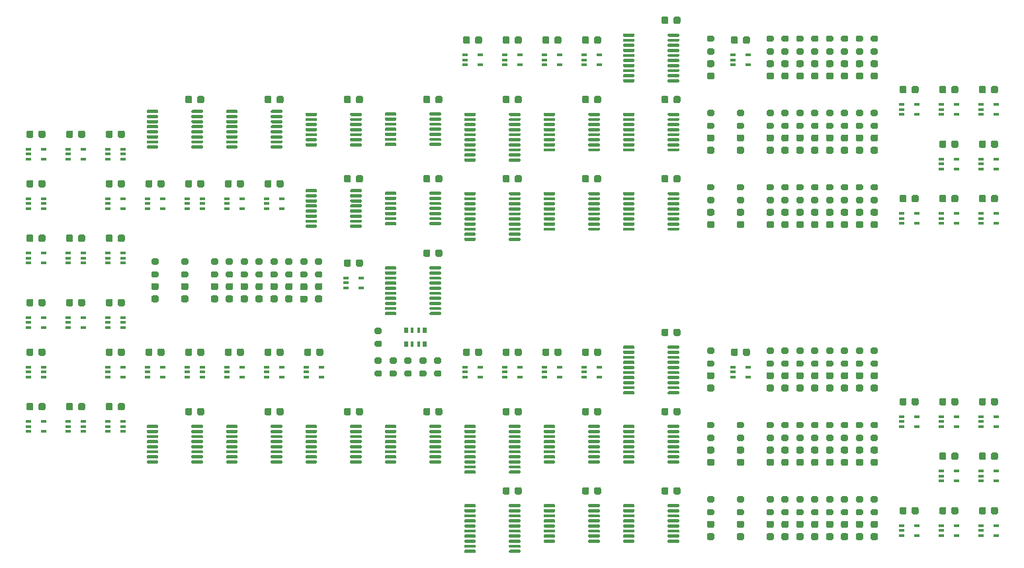
<source format=gbr>
%TF.GenerationSoftware,KiCad,Pcbnew,(5.1.9)-1*%
%TF.CreationDate,2021-05-31T11:51:56+02:00*%
%TF.ProjectId,periph_gpio,70657269-7068-45f6-9770-696f2e6b6963,v1.0*%
%TF.SameCoordinates,Original*%
%TF.FileFunction,Paste,Top*%
%TF.FilePolarity,Positive*%
%FSLAX46Y46*%
G04 Gerber Fmt 4.6, Leading zero omitted, Abs format (unit mm)*
G04 Created by KiCad (PCBNEW (5.1.9)-1) date 2021-05-31 11:51:56*
%MOMM*%
%LPD*%
G01*
G04 APERTURE LIST*
%ADD10R,0.650000X0.400000*%
%ADD11R,0.500000X0.800000*%
%ADD12R,0.400000X0.800000*%
G04 APERTURE END LIST*
%TO.C,U77*%
G36*
G01*
X-61375000Y-11160000D02*
X-61375000Y-10960000D01*
G75*
G02*
X-61275000Y-10860000I100000J0D01*
G01*
X-60000000Y-10860000D01*
G75*
G02*
X-59900000Y-10960000I0J-100000D01*
G01*
X-59900000Y-11160000D01*
G75*
G02*
X-60000000Y-11260000I-100000J0D01*
G01*
X-61275000Y-11260000D01*
G75*
G02*
X-61375000Y-11160000I0J100000D01*
G01*
G37*
G36*
G01*
X-61375000Y-11810000D02*
X-61375000Y-11610000D01*
G75*
G02*
X-61275000Y-11510000I100000J0D01*
G01*
X-60000000Y-11510000D01*
G75*
G02*
X-59900000Y-11610000I0J-100000D01*
G01*
X-59900000Y-11810000D01*
G75*
G02*
X-60000000Y-11910000I-100000J0D01*
G01*
X-61275000Y-11910000D01*
G75*
G02*
X-61375000Y-11810000I0J100000D01*
G01*
G37*
G36*
G01*
X-61375000Y-12460000D02*
X-61375000Y-12260000D01*
G75*
G02*
X-61275000Y-12160000I100000J0D01*
G01*
X-60000000Y-12160000D01*
G75*
G02*
X-59900000Y-12260000I0J-100000D01*
G01*
X-59900000Y-12460000D01*
G75*
G02*
X-60000000Y-12560000I-100000J0D01*
G01*
X-61275000Y-12560000D01*
G75*
G02*
X-61375000Y-12460000I0J100000D01*
G01*
G37*
G36*
G01*
X-61375000Y-13110000D02*
X-61375000Y-12910000D01*
G75*
G02*
X-61275000Y-12810000I100000J0D01*
G01*
X-60000000Y-12810000D01*
G75*
G02*
X-59900000Y-12910000I0J-100000D01*
G01*
X-59900000Y-13110000D01*
G75*
G02*
X-60000000Y-13210000I-100000J0D01*
G01*
X-61275000Y-13210000D01*
G75*
G02*
X-61375000Y-13110000I0J100000D01*
G01*
G37*
G36*
G01*
X-61375000Y-13760000D02*
X-61375000Y-13560000D01*
G75*
G02*
X-61275000Y-13460000I100000J0D01*
G01*
X-60000000Y-13460000D01*
G75*
G02*
X-59900000Y-13560000I0J-100000D01*
G01*
X-59900000Y-13760000D01*
G75*
G02*
X-60000000Y-13860000I-100000J0D01*
G01*
X-61275000Y-13860000D01*
G75*
G02*
X-61375000Y-13760000I0J100000D01*
G01*
G37*
G36*
G01*
X-61375000Y-14410000D02*
X-61375000Y-14210000D01*
G75*
G02*
X-61275000Y-14110000I100000J0D01*
G01*
X-60000000Y-14110000D01*
G75*
G02*
X-59900000Y-14210000I0J-100000D01*
G01*
X-59900000Y-14410000D01*
G75*
G02*
X-60000000Y-14510000I-100000J0D01*
G01*
X-61275000Y-14510000D01*
G75*
G02*
X-61375000Y-14410000I0J100000D01*
G01*
G37*
G36*
G01*
X-61375000Y-15060000D02*
X-61375000Y-14860000D01*
G75*
G02*
X-61275000Y-14760000I100000J0D01*
G01*
X-60000000Y-14760000D01*
G75*
G02*
X-59900000Y-14860000I0J-100000D01*
G01*
X-59900000Y-15060000D01*
G75*
G02*
X-60000000Y-15160000I-100000J0D01*
G01*
X-61275000Y-15160000D01*
G75*
G02*
X-61375000Y-15060000I0J100000D01*
G01*
G37*
G36*
G01*
X-61375000Y-15710000D02*
X-61375000Y-15510000D01*
G75*
G02*
X-61275000Y-15410000I100000J0D01*
G01*
X-60000000Y-15410000D01*
G75*
G02*
X-59900000Y-15510000I0J-100000D01*
G01*
X-59900000Y-15710000D01*
G75*
G02*
X-60000000Y-15810000I-100000J0D01*
G01*
X-61275000Y-15810000D01*
G75*
G02*
X-61375000Y-15710000I0J100000D01*
G01*
G37*
G36*
G01*
X-67100000Y-15710000D02*
X-67100000Y-15510000D01*
G75*
G02*
X-67000000Y-15410000I100000J0D01*
G01*
X-65725000Y-15410000D01*
G75*
G02*
X-65625000Y-15510000I0J-100000D01*
G01*
X-65625000Y-15710000D01*
G75*
G02*
X-65725000Y-15810000I-100000J0D01*
G01*
X-67000000Y-15810000D01*
G75*
G02*
X-67100000Y-15710000I0J100000D01*
G01*
G37*
G36*
G01*
X-67100000Y-15060000D02*
X-67100000Y-14860000D01*
G75*
G02*
X-67000000Y-14760000I100000J0D01*
G01*
X-65725000Y-14760000D01*
G75*
G02*
X-65625000Y-14860000I0J-100000D01*
G01*
X-65625000Y-15060000D01*
G75*
G02*
X-65725000Y-15160000I-100000J0D01*
G01*
X-67000000Y-15160000D01*
G75*
G02*
X-67100000Y-15060000I0J100000D01*
G01*
G37*
G36*
G01*
X-67100000Y-14410000D02*
X-67100000Y-14210000D01*
G75*
G02*
X-67000000Y-14110000I100000J0D01*
G01*
X-65725000Y-14110000D01*
G75*
G02*
X-65625000Y-14210000I0J-100000D01*
G01*
X-65625000Y-14410000D01*
G75*
G02*
X-65725000Y-14510000I-100000J0D01*
G01*
X-67000000Y-14510000D01*
G75*
G02*
X-67100000Y-14410000I0J100000D01*
G01*
G37*
G36*
G01*
X-67100000Y-13760000D02*
X-67100000Y-13560000D01*
G75*
G02*
X-67000000Y-13460000I100000J0D01*
G01*
X-65725000Y-13460000D01*
G75*
G02*
X-65625000Y-13560000I0J-100000D01*
G01*
X-65625000Y-13760000D01*
G75*
G02*
X-65725000Y-13860000I-100000J0D01*
G01*
X-67000000Y-13860000D01*
G75*
G02*
X-67100000Y-13760000I0J100000D01*
G01*
G37*
G36*
G01*
X-67100000Y-13110000D02*
X-67100000Y-12910000D01*
G75*
G02*
X-67000000Y-12810000I100000J0D01*
G01*
X-65725000Y-12810000D01*
G75*
G02*
X-65625000Y-12910000I0J-100000D01*
G01*
X-65625000Y-13110000D01*
G75*
G02*
X-65725000Y-13210000I-100000J0D01*
G01*
X-67000000Y-13210000D01*
G75*
G02*
X-67100000Y-13110000I0J100000D01*
G01*
G37*
G36*
G01*
X-67100000Y-12460000D02*
X-67100000Y-12260000D01*
G75*
G02*
X-67000000Y-12160000I100000J0D01*
G01*
X-65725000Y-12160000D01*
G75*
G02*
X-65625000Y-12260000I0J-100000D01*
G01*
X-65625000Y-12460000D01*
G75*
G02*
X-65725000Y-12560000I-100000J0D01*
G01*
X-67000000Y-12560000D01*
G75*
G02*
X-67100000Y-12460000I0J100000D01*
G01*
G37*
G36*
G01*
X-67100000Y-11810000D02*
X-67100000Y-11610000D01*
G75*
G02*
X-67000000Y-11510000I100000J0D01*
G01*
X-65725000Y-11510000D01*
G75*
G02*
X-65625000Y-11610000I0J-100000D01*
G01*
X-65625000Y-11810000D01*
G75*
G02*
X-65725000Y-11910000I-100000J0D01*
G01*
X-67000000Y-11910000D01*
G75*
G02*
X-67100000Y-11810000I0J100000D01*
G01*
G37*
G36*
G01*
X-67100000Y-11160000D02*
X-67100000Y-10960000D01*
G75*
G02*
X-67000000Y-10860000I100000J0D01*
G01*
X-65725000Y-10860000D01*
G75*
G02*
X-65625000Y-10960000I0J-100000D01*
G01*
X-65625000Y-11160000D01*
G75*
G02*
X-65725000Y-11260000I-100000J0D01*
G01*
X-67000000Y-11260000D01*
G75*
G02*
X-67100000Y-11160000I0J100000D01*
G01*
G37*
%TD*%
%TO.C,U76*%
G36*
G01*
X-41055000Y-11485000D02*
X-41055000Y-11285000D01*
G75*
G02*
X-40955000Y-11185000I100000J0D01*
G01*
X-39680000Y-11185000D01*
G75*
G02*
X-39580000Y-11285000I0J-100000D01*
G01*
X-39580000Y-11485000D01*
G75*
G02*
X-39680000Y-11585000I-100000J0D01*
G01*
X-40955000Y-11585000D01*
G75*
G02*
X-41055000Y-11485000I0J100000D01*
G01*
G37*
G36*
G01*
X-41055000Y-12135000D02*
X-41055000Y-11935000D01*
G75*
G02*
X-40955000Y-11835000I100000J0D01*
G01*
X-39680000Y-11835000D01*
G75*
G02*
X-39580000Y-11935000I0J-100000D01*
G01*
X-39580000Y-12135000D01*
G75*
G02*
X-39680000Y-12235000I-100000J0D01*
G01*
X-40955000Y-12235000D01*
G75*
G02*
X-41055000Y-12135000I0J100000D01*
G01*
G37*
G36*
G01*
X-41055000Y-12785000D02*
X-41055000Y-12585000D01*
G75*
G02*
X-40955000Y-12485000I100000J0D01*
G01*
X-39680000Y-12485000D01*
G75*
G02*
X-39580000Y-12585000I0J-100000D01*
G01*
X-39580000Y-12785000D01*
G75*
G02*
X-39680000Y-12885000I-100000J0D01*
G01*
X-40955000Y-12885000D01*
G75*
G02*
X-41055000Y-12785000I0J100000D01*
G01*
G37*
G36*
G01*
X-41055000Y-13435000D02*
X-41055000Y-13235000D01*
G75*
G02*
X-40955000Y-13135000I100000J0D01*
G01*
X-39680000Y-13135000D01*
G75*
G02*
X-39580000Y-13235000I0J-100000D01*
G01*
X-39580000Y-13435000D01*
G75*
G02*
X-39680000Y-13535000I-100000J0D01*
G01*
X-40955000Y-13535000D01*
G75*
G02*
X-41055000Y-13435000I0J100000D01*
G01*
G37*
G36*
G01*
X-41055000Y-14085000D02*
X-41055000Y-13885000D01*
G75*
G02*
X-40955000Y-13785000I100000J0D01*
G01*
X-39680000Y-13785000D01*
G75*
G02*
X-39580000Y-13885000I0J-100000D01*
G01*
X-39580000Y-14085000D01*
G75*
G02*
X-39680000Y-14185000I-100000J0D01*
G01*
X-40955000Y-14185000D01*
G75*
G02*
X-41055000Y-14085000I0J100000D01*
G01*
G37*
G36*
G01*
X-41055000Y-14735000D02*
X-41055000Y-14535000D01*
G75*
G02*
X-40955000Y-14435000I100000J0D01*
G01*
X-39680000Y-14435000D01*
G75*
G02*
X-39580000Y-14535000I0J-100000D01*
G01*
X-39580000Y-14735000D01*
G75*
G02*
X-39680000Y-14835000I-100000J0D01*
G01*
X-40955000Y-14835000D01*
G75*
G02*
X-41055000Y-14735000I0J100000D01*
G01*
G37*
G36*
G01*
X-41055000Y-15385000D02*
X-41055000Y-15185000D01*
G75*
G02*
X-40955000Y-15085000I100000J0D01*
G01*
X-39680000Y-15085000D01*
G75*
G02*
X-39580000Y-15185000I0J-100000D01*
G01*
X-39580000Y-15385000D01*
G75*
G02*
X-39680000Y-15485000I-100000J0D01*
G01*
X-40955000Y-15485000D01*
G75*
G02*
X-41055000Y-15385000I0J100000D01*
G01*
G37*
G36*
G01*
X-46780000Y-15385000D02*
X-46780000Y-15185000D01*
G75*
G02*
X-46680000Y-15085000I100000J0D01*
G01*
X-45405000Y-15085000D01*
G75*
G02*
X-45305000Y-15185000I0J-100000D01*
G01*
X-45305000Y-15385000D01*
G75*
G02*
X-45405000Y-15485000I-100000J0D01*
G01*
X-46680000Y-15485000D01*
G75*
G02*
X-46780000Y-15385000I0J100000D01*
G01*
G37*
G36*
G01*
X-46780000Y-14735000D02*
X-46780000Y-14535000D01*
G75*
G02*
X-46680000Y-14435000I100000J0D01*
G01*
X-45405000Y-14435000D01*
G75*
G02*
X-45305000Y-14535000I0J-100000D01*
G01*
X-45305000Y-14735000D01*
G75*
G02*
X-45405000Y-14835000I-100000J0D01*
G01*
X-46680000Y-14835000D01*
G75*
G02*
X-46780000Y-14735000I0J100000D01*
G01*
G37*
G36*
G01*
X-46780000Y-14085000D02*
X-46780000Y-13885000D01*
G75*
G02*
X-46680000Y-13785000I100000J0D01*
G01*
X-45405000Y-13785000D01*
G75*
G02*
X-45305000Y-13885000I0J-100000D01*
G01*
X-45305000Y-14085000D01*
G75*
G02*
X-45405000Y-14185000I-100000J0D01*
G01*
X-46680000Y-14185000D01*
G75*
G02*
X-46780000Y-14085000I0J100000D01*
G01*
G37*
G36*
G01*
X-46780000Y-13435000D02*
X-46780000Y-13235000D01*
G75*
G02*
X-46680000Y-13135000I100000J0D01*
G01*
X-45405000Y-13135000D01*
G75*
G02*
X-45305000Y-13235000I0J-100000D01*
G01*
X-45305000Y-13435000D01*
G75*
G02*
X-45405000Y-13535000I-100000J0D01*
G01*
X-46680000Y-13535000D01*
G75*
G02*
X-46780000Y-13435000I0J100000D01*
G01*
G37*
G36*
G01*
X-46780000Y-12785000D02*
X-46780000Y-12585000D01*
G75*
G02*
X-46680000Y-12485000I100000J0D01*
G01*
X-45405000Y-12485000D01*
G75*
G02*
X-45305000Y-12585000I0J-100000D01*
G01*
X-45305000Y-12785000D01*
G75*
G02*
X-45405000Y-12885000I-100000J0D01*
G01*
X-46680000Y-12885000D01*
G75*
G02*
X-46780000Y-12785000I0J100000D01*
G01*
G37*
G36*
G01*
X-46780000Y-12135000D02*
X-46780000Y-11935000D01*
G75*
G02*
X-46680000Y-11835000I100000J0D01*
G01*
X-45405000Y-11835000D01*
G75*
G02*
X-45305000Y-11935000I0J-100000D01*
G01*
X-45305000Y-12135000D01*
G75*
G02*
X-45405000Y-12235000I-100000J0D01*
G01*
X-46680000Y-12235000D01*
G75*
G02*
X-46780000Y-12135000I0J100000D01*
G01*
G37*
G36*
G01*
X-46780000Y-11485000D02*
X-46780000Y-11285000D01*
G75*
G02*
X-46680000Y-11185000I100000J0D01*
G01*
X-45405000Y-11185000D01*
G75*
G02*
X-45305000Y-11285000I0J-100000D01*
G01*
X-45305000Y-11485000D01*
G75*
G02*
X-45405000Y-11585000I-100000J0D01*
G01*
X-46680000Y-11585000D01*
G75*
G02*
X-46780000Y-11485000I0J100000D01*
G01*
G37*
%TD*%
%TO.C,U75*%
G36*
G01*
X-71535000Y-11160000D02*
X-71535000Y-10960000D01*
G75*
G02*
X-71435000Y-10860000I100000J0D01*
G01*
X-70160000Y-10860000D01*
G75*
G02*
X-70060000Y-10960000I0J-100000D01*
G01*
X-70060000Y-11160000D01*
G75*
G02*
X-70160000Y-11260000I-100000J0D01*
G01*
X-71435000Y-11260000D01*
G75*
G02*
X-71535000Y-11160000I0J100000D01*
G01*
G37*
G36*
G01*
X-71535000Y-11810000D02*
X-71535000Y-11610000D01*
G75*
G02*
X-71435000Y-11510000I100000J0D01*
G01*
X-70160000Y-11510000D01*
G75*
G02*
X-70060000Y-11610000I0J-100000D01*
G01*
X-70060000Y-11810000D01*
G75*
G02*
X-70160000Y-11910000I-100000J0D01*
G01*
X-71435000Y-11910000D01*
G75*
G02*
X-71535000Y-11810000I0J100000D01*
G01*
G37*
G36*
G01*
X-71535000Y-12460000D02*
X-71535000Y-12260000D01*
G75*
G02*
X-71435000Y-12160000I100000J0D01*
G01*
X-70160000Y-12160000D01*
G75*
G02*
X-70060000Y-12260000I0J-100000D01*
G01*
X-70060000Y-12460000D01*
G75*
G02*
X-70160000Y-12560000I-100000J0D01*
G01*
X-71435000Y-12560000D01*
G75*
G02*
X-71535000Y-12460000I0J100000D01*
G01*
G37*
G36*
G01*
X-71535000Y-13110000D02*
X-71535000Y-12910000D01*
G75*
G02*
X-71435000Y-12810000I100000J0D01*
G01*
X-70160000Y-12810000D01*
G75*
G02*
X-70060000Y-12910000I0J-100000D01*
G01*
X-70060000Y-13110000D01*
G75*
G02*
X-70160000Y-13210000I-100000J0D01*
G01*
X-71435000Y-13210000D01*
G75*
G02*
X-71535000Y-13110000I0J100000D01*
G01*
G37*
G36*
G01*
X-71535000Y-13760000D02*
X-71535000Y-13560000D01*
G75*
G02*
X-71435000Y-13460000I100000J0D01*
G01*
X-70160000Y-13460000D01*
G75*
G02*
X-70060000Y-13560000I0J-100000D01*
G01*
X-70060000Y-13760000D01*
G75*
G02*
X-70160000Y-13860000I-100000J0D01*
G01*
X-71435000Y-13860000D01*
G75*
G02*
X-71535000Y-13760000I0J100000D01*
G01*
G37*
G36*
G01*
X-71535000Y-14410000D02*
X-71535000Y-14210000D01*
G75*
G02*
X-71435000Y-14110000I100000J0D01*
G01*
X-70160000Y-14110000D01*
G75*
G02*
X-70060000Y-14210000I0J-100000D01*
G01*
X-70060000Y-14410000D01*
G75*
G02*
X-70160000Y-14510000I-100000J0D01*
G01*
X-71435000Y-14510000D01*
G75*
G02*
X-71535000Y-14410000I0J100000D01*
G01*
G37*
G36*
G01*
X-71535000Y-15060000D02*
X-71535000Y-14860000D01*
G75*
G02*
X-71435000Y-14760000I100000J0D01*
G01*
X-70160000Y-14760000D01*
G75*
G02*
X-70060000Y-14860000I0J-100000D01*
G01*
X-70060000Y-15060000D01*
G75*
G02*
X-70160000Y-15160000I-100000J0D01*
G01*
X-71435000Y-15160000D01*
G75*
G02*
X-71535000Y-15060000I0J100000D01*
G01*
G37*
G36*
G01*
X-71535000Y-15710000D02*
X-71535000Y-15510000D01*
G75*
G02*
X-71435000Y-15410000I100000J0D01*
G01*
X-70160000Y-15410000D01*
G75*
G02*
X-70060000Y-15510000I0J-100000D01*
G01*
X-70060000Y-15710000D01*
G75*
G02*
X-70160000Y-15810000I-100000J0D01*
G01*
X-71435000Y-15810000D01*
G75*
G02*
X-71535000Y-15710000I0J100000D01*
G01*
G37*
G36*
G01*
X-77260000Y-15710000D02*
X-77260000Y-15510000D01*
G75*
G02*
X-77160000Y-15410000I100000J0D01*
G01*
X-75885000Y-15410000D01*
G75*
G02*
X-75785000Y-15510000I0J-100000D01*
G01*
X-75785000Y-15710000D01*
G75*
G02*
X-75885000Y-15810000I-100000J0D01*
G01*
X-77160000Y-15810000D01*
G75*
G02*
X-77260000Y-15710000I0J100000D01*
G01*
G37*
G36*
G01*
X-77260000Y-15060000D02*
X-77260000Y-14860000D01*
G75*
G02*
X-77160000Y-14760000I100000J0D01*
G01*
X-75885000Y-14760000D01*
G75*
G02*
X-75785000Y-14860000I0J-100000D01*
G01*
X-75785000Y-15060000D01*
G75*
G02*
X-75885000Y-15160000I-100000J0D01*
G01*
X-77160000Y-15160000D01*
G75*
G02*
X-77260000Y-15060000I0J100000D01*
G01*
G37*
G36*
G01*
X-77260000Y-14410000D02*
X-77260000Y-14210000D01*
G75*
G02*
X-77160000Y-14110000I100000J0D01*
G01*
X-75885000Y-14110000D01*
G75*
G02*
X-75785000Y-14210000I0J-100000D01*
G01*
X-75785000Y-14410000D01*
G75*
G02*
X-75885000Y-14510000I-100000J0D01*
G01*
X-77160000Y-14510000D01*
G75*
G02*
X-77260000Y-14410000I0J100000D01*
G01*
G37*
G36*
G01*
X-77260000Y-13760000D02*
X-77260000Y-13560000D01*
G75*
G02*
X-77160000Y-13460000I100000J0D01*
G01*
X-75885000Y-13460000D01*
G75*
G02*
X-75785000Y-13560000I0J-100000D01*
G01*
X-75785000Y-13760000D01*
G75*
G02*
X-75885000Y-13860000I-100000J0D01*
G01*
X-77160000Y-13860000D01*
G75*
G02*
X-77260000Y-13760000I0J100000D01*
G01*
G37*
G36*
G01*
X-77260000Y-13110000D02*
X-77260000Y-12910000D01*
G75*
G02*
X-77160000Y-12810000I100000J0D01*
G01*
X-75885000Y-12810000D01*
G75*
G02*
X-75785000Y-12910000I0J-100000D01*
G01*
X-75785000Y-13110000D01*
G75*
G02*
X-75885000Y-13210000I-100000J0D01*
G01*
X-77160000Y-13210000D01*
G75*
G02*
X-77260000Y-13110000I0J100000D01*
G01*
G37*
G36*
G01*
X-77260000Y-12460000D02*
X-77260000Y-12260000D01*
G75*
G02*
X-77160000Y-12160000I100000J0D01*
G01*
X-75885000Y-12160000D01*
G75*
G02*
X-75785000Y-12260000I0J-100000D01*
G01*
X-75785000Y-12460000D01*
G75*
G02*
X-75885000Y-12560000I-100000J0D01*
G01*
X-77160000Y-12560000D01*
G75*
G02*
X-77260000Y-12460000I0J100000D01*
G01*
G37*
G36*
G01*
X-77260000Y-11810000D02*
X-77260000Y-11610000D01*
G75*
G02*
X-77160000Y-11510000I100000J0D01*
G01*
X-75885000Y-11510000D01*
G75*
G02*
X-75785000Y-11610000I0J-100000D01*
G01*
X-75785000Y-11810000D01*
G75*
G02*
X-75885000Y-11910000I-100000J0D01*
G01*
X-77160000Y-11910000D01*
G75*
G02*
X-77260000Y-11810000I0J100000D01*
G01*
G37*
G36*
G01*
X-77260000Y-11160000D02*
X-77260000Y-10960000D01*
G75*
G02*
X-77160000Y-10860000I100000J0D01*
G01*
X-75885000Y-10860000D01*
G75*
G02*
X-75785000Y-10960000I0J-100000D01*
G01*
X-75785000Y-11160000D01*
G75*
G02*
X-75885000Y-11260000I-100000J0D01*
G01*
X-77160000Y-11260000D01*
G75*
G02*
X-77260000Y-11160000I0J100000D01*
G01*
G37*
%TD*%
%TO.C,U74*%
G36*
G01*
X-51215000Y-11530000D02*
X-51215000Y-11330000D01*
G75*
G02*
X-51115000Y-11230000I100000J0D01*
G01*
X-49840000Y-11230000D01*
G75*
G02*
X-49740000Y-11330000I0J-100000D01*
G01*
X-49740000Y-11530000D01*
G75*
G02*
X-49840000Y-11630000I-100000J0D01*
G01*
X-51115000Y-11630000D01*
G75*
G02*
X-51215000Y-11530000I0J100000D01*
G01*
G37*
G36*
G01*
X-51215000Y-12180000D02*
X-51215000Y-11980000D01*
G75*
G02*
X-51115000Y-11880000I100000J0D01*
G01*
X-49840000Y-11880000D01*
G75*
G02*
X-49740000Y-11980000I0J-100000D01*
G01*
X-49740000Y-12180000D01*
G75*
G02*
X-49840000Y-12280000I-100000J0D01*
G01*
X-51115000Y-12280000D01*
G75*
G02*
X-51215000Y-12180000I0J100000D01*
G01*
G37*
G36*
G01*
X-51215000Y-12830000D02*
X-51215000Y-12630000D01*
G75*
G02*
X-51115000Y-12530000I100000J0D01*
G01*
X-49840000Y-12530000D01*
G75*
G02*
X-49740000Y-12630000I0J-100000D01*
G01*
X-49740000Y-12830000D01*
G75*
G02*
X-49840000Y-12930000I-100000J0D01*
G01*
X-51115000Y-12930000D01*
G75*
G02*
X-51215000Y-12830000I0J100000D01*
G01*
G37*
G36*
G01*
X-51215000Y-13480000D02*
X-51215000Y-13280000D01*
G75*
G02*
X-51115000Y-13180000I100000J0D01*
G01*
X-49840000Y-13180000D01*
G75*
G02*
X-49740000Y-13280000I0J-100000D01*
G01*
X-49740000Y-13480000D01*
G75*
G02*
X-49840000Y-13580000I-100000J0D01*
G01*
X-51115000Y-13580000D01*
G75*
G02*
X-51215000Y-13480000I0J100000D01*
G01*
G37*
G36*
G01*
X-51215000Y-14130000D02*
X-51215000Y-13930000D01*
G75*
G02*
X-51115000Y-13830000I100000J0D01*
G01*
X-49840000Y-13830000D01*
G75*
G02*
X-49740000Y-13930000I0J-100000D01*
G01*
X-49740000Y-14130000D01*
G75*
G02*
X-49840000Y-14230000I-100000J0D01*
G01*
X-51115000Y-14230000D01*
G75*
G02*
X-51215000Y-14130000I0J100000D01*
G01*
G37*
G36*
G01*
X-51215000Y-14780000D02*
X-51215000Y-14580000D01*
G75*
G02*
X-51115000Y-14480000I100000J0D01*
G01*
X-49840000Y-14480000D01*
G75*
G02*
X-49740000Y-14580000I0J-100000D01*
G01*
X-49740000Y-14780000D01*
G75*
G02*
X-49840000Y-14880000I-100000J0D01*
G01*
X-51115000Y-14880000D01*
G75*
G02*
X-51215000Y-14780000I0J100000D01*
G01*
G37*
G36*
G01*
X-51215000Y-15430000D02*
X-51215000Y-15230000D01*
G75*
G02*
X-51115000Y-15130000I100000J0D01*
G01*
X-49840000Y-15130000D01*
G75*
G02*
X-49740000Y-15230000I0J-100000D01*
G01*
X-49740000Y-15430000D01*
G75*
G02*
X-49840000Y-15530000I-100000J0D01*
G01*
X-51115000Y-15530000D01*
G75*
G02*
X-51215000Y-15430000I0J100000D01*
G01*
G37*
G36*
G01*
X-56940000Y-15430000D02*
X-56940000Y-15230000D01*
G75*
G02*
X-56840000Y-15130000I100000J0D01*
G01*
X-55565000Y-15130000D01*
G75*
G02*
X-55465000Y-15230000I0J-100000D01*
G01*
X-55465000Y-15430000D01*
G75*
G02*
X-55565000Y-15530000I-100000J0D01*
G01*
X-56840000Y-15530000D01*
G75*
G02*
X-56940000Y-15430000I0J100000D01*
G01*
G37*
G36*
G01*
X-56940000Y-14780000D02*
X-56940000Y-14580000D01*
G75*
G02*
X-56840000Y-14480000I100000J0D01*
G01*
X-55565000Y-14480000D01*
G75*
G02*
X-55465000Y-14580000I0J-100000D01*
G01*
X-55465000Y-14780000D01*
G75*
G02*
X-55565000Y-14880000I-100000J0D01*
G01*
X-56840000Y-14880000D01*
G75*
G02*
X-56940000Y-14780000I0J100000D01*
G01*
G37*
G36*
G01*
X-56940000Y-14130000D02*
X-56940000Y-13930000D01*
G75*
G02*
X-56840000Y-13830000I100000J0D01*
G01*
X-55565000Y-13830000D01*
G75*
G02*
X-55465000Y-13930000I0J-100000D01*
G01*
X-55465000Y-14130000D01*
G75*
G02*
X-55565000Y-14230000I-100000J0D01*
G01*
X-56840000Y-14230000D01*
G75*
G02*
X-56940000Y-14130000I0J100000D01*
G01*
G37*
G36*
G01*
X-56940000Y-13480000D02*
X-56940000Y-13280000D01*
G75*
G02*
X-56840000Y-13180000I100000J0D01*
G01*
X-55565000Y-13180000D01*
G75*
G02*
X-55465000Y-13280000I0J-100000D01*
G01*
X-55465000Y-13480000D01*
G75*
G02*
X-55565000Y-13580000I-100000J0D01*
G01*
X-56840000Y-13580000D01*
G75*
G02*
X-56940000Y-13480000I0J100000D01*
G01*
G37*
G36*
G01*
X-56940000Y-12830000D02*
X-56940000Y-12630000D01*
G75*
G02*
X-56840000Y-12530000I100000J0D01*
G01*
X-55565000Y-12530000D01*
G75*
G02*
X-55465000Y-12630000I0J-100000D01*
G01*
X-55465000Y-12830000D01*
G75*
G02*
X-55565000Y-12930000I-100000J0D01*
G01*
X-56840000Y-12930000D01*
G75*
G02*
X-56940000Y-12830000I0J100000D01*
G01*
G37*
G36*
G01*
X-56940000Y-12180000D02*
X-56940000Y-11980000D01*
G75*
G02*
X-56840000Y-11880000I100000J0D01*
G01*
X-55565000Y-11880000D01*
G75*
G02*
X-55465000Y-11980000I0J-100000D01*
G01*
X-55465000Y-12180000D01*
G75*
G02*
X-55565000Y-12280000I-100000J0D01*
G01*
X-56840000Y-12280000D01*
G75*
G02*
X-56940000Y-12180000I0J100000D01*
G01*
G37*
G36*
G01*
X-56940000Y-11530000D02*
X-56940000Y-11330000D01*
G75*
G02*
X-56840000Y-11230000I100000J0D01*
G01*
X-55565000Y-11230000D01*
G75*
G02*
X-55465000Y-11330000I0J-100000D01*
G01*
X-55465000Y-11530000D01*
G75*
G02*
X-55565000Y-11630000I-100000J0D01*
G01*
X-56840000Y-11630000D01*
G75*
G02*
X-56940000Y-11530000I0J100000D01*
G01*
G37*
%TD*%
D10*
%TO.C,U73*%
X-60010000Y-22210000D03*
X-60010000Y-23510000D03*
X-61910000Y-22860000D03*
X-61910000Y-23510000D03*
X-61910000Y-22210000D03*
%TD*%
%TO.C,U72*%
X-65090000Y-22210000D03*
X-65090000Y-23510000D03*
X-66990000Y-22860000D03*
X-66990000Y-23510000D03*
X-66990000Y-22210000D03*
%TD*%
%TO.C,U71*%
X-70170000Y-22210000D03*
X-70170000Y-23510000D03*
X-72070000Y-22860000D03*
X-70170000Y-22860000D03*
X-72070000Y-23510000D03*
X-72070000Y-22210000D03*
%TD*%
%TO.C,U70*%
G36*
G01*
X-41055000Y-31215000D02*
X-41055000Y-31015000D01*
G75*
G02*
X-40955000Y-30915000I100000J0D01*
G01*
X-39680000Y-30915000D01*
G75*
G02*
X-39580000Y-31015000I0J-100000D01*
G01*
X-39580000Y-31215000D01*
G75*
G02*
X-39680000Y-31315000I-100000J0D01*
G01*
X-40955000Y-31315000D01*
G75*
G02*
X-41055000Y-31215000I0J100000D01*
G01*
G37*
G36*
G01*
X-41055000Y-31865000D02*
X-41055000Y-31665000D01*
G75*
G02*
X-40955000Y-31565000I100000J0D01*
G01*
X-39680000Y-31565000D01*
G75*
G02*
X-39580000Y-31665000I0J-100000D01*
G01*
X-39580000Y-31865000D01*
G75*
G02*
X-39680000Y-31965000I-100000J0D01*
G01*
X-40955000Y-31965000D01*
G75*
G02*
X-41055000Y-31865000I0J100000D01*
G01*
G37*
G36*
G01*
X-41055000Y-32515000D02*
X-41055000Y-32315000D01*
G75*
G02*
X-40955000Y-32215000I100000J0D01*
G01*
X-39680000Y-32215000D01*
G75*
G02*
X-39580000Y-32315000I0J-100000D01*
G01*
X-39580000Y-32515000D01*
G75*
G02*
X-39680000Y-32615000I-100000J0D01*
G01*
X-40955000Y-32615000D01*
G75*
G02*
X-41055000Y-32515000I0J100000D01*
G01*
G37*
G36*
G01*
X-41055000Y-33165000D02*
X-41055000Y-32965000D01*
G75*
G02*
X-40955000Y-32865000I100000J0D01*
G01*
X-39680000Y-32865000D01*
G75*
G02*
X-39580000Y-32965000I0J-100000D01*
G01*
X-39580000Y-33165000D01*
G75*
G02*
X-39680000Y-33265000I-100000J0D01*
G01*
X-40955000Y-33265000D01*
G75*
G02*
X-41055000Y-33165000I0J100000D01*
G01*
G37*
G36*
G01*
X-41055000Y-33815000D02*
X-41055000Y-33615000D01*
G75*
G02*
X-40955000Y-33515000I100000J0D01*
G01*
X-39680000Y-33515000D01*
G75*
G02*
X-39580000Y-33615000I0J-100000D01*
G01*
X-39580000Y-33815000D01*
G75*
G02*
X-39680000Y-33915000I-100000J0D01*
G01*
X-40955000Y-33915000D01*
G75*
G02*
X-41055000Y-33815000I0J100000D01*
G01*
G37*
G36*
G01*
X-41055000Y-34465000D02*
X-41055000Y-34265000D01*
G75*
G02*
X-40955000Y-34165000I100000J0D01*
G01*
X-39680000Y-34165000D01*
G75*
G02*
X-39580000Y-34265000I0J-100000D01*
G01*
X-39580000Y-34465000D01*
G75*
G02*
X-39680000Y-34565000I-100000J0D01*
G01*
X-40955000Y-34565000D01*
G75*
G02*
X-41055000Y-34465000I0J100000D01*
G01*
G37*
G36*
G01*
X-41055000Y-35115000D02*
X-41055000Y-34915000D01*
G75*
G02*
X-40955000Y-34815000I100000J0D01*
G01*
X-39680000Y-34815000D01*
G75*
G02*
X-39580000Y-34915000I0J-100000D01*
G01*
X-39580000Y-35115000D01*
G75*
G02*
X-39680000Y-35215000I-100000J0D01*
G01*
X-40955000Y-35215000D01*
G75*
G02*
X-41055000Y-35115000I0J100000D01*
G01*
G37*
G36*
G01*
X-41055000Y-35765000D02*
X-41055000Y-35565000D01*
G75*
G02*
X-40955000Y-35465000I100000J0D01*
G01*
X-39680000Y-35465000D01*
G75*
G02*
X-39580000Y-35565000I0J-100000D01*
G01*
X-39580000Y-35765000D01*
G75*
G02*
X-39680000Y-35865000I-100000J0D01*
G01*
X-40955000Y-35865000D01*
G75*
G02*
X-41055000Y-35765000I0J100000D01*
G01*
G37*
G36*
G01*
X-41055000Y-36415000D02*
X-41055000Y-36215000D01*
G75*
G02*
X-40955000Y-36115000I100000J0D01*
G01*
X-39680000Y-36115000D01*
G75*
G02*
X-39580000Y-36215000I0J-100000D01*
G01*
X-39580000Y-36415000D01*
G75*
G02*
X-39680000Y-36515000I-100000J0D01*
G01*
X-40955000Y-36515000D01*
G75*
G02*
X-41055000Y-36415000I0J100000D01*
G01*
G37*
G36*
G01*
X-41055000Y-37065000D02*
X-41055000Y-36865000D01*
G75*
G02*
X-40955000Y-36765000I100000J0D01*
G01*
X-39680000Y-36765000D01*
G75*
G02*
X-39580000Y-36865000I0J-100000D01*
G01*
X-39580000Y-37065000D01*
G75*
G02*
X-39680000Y-37165000I-100000J0D01*
G01*
X-40955000Y-37165000D01*
G75*
G02*
X-41055000Y-37065000I0J100000D01*
G01*
G37*
G36*
G01*
X-46780000Y-37065000D02*
X-46780000Y-36865000D01*
G75*
G02*
X-46680000Y-36765000I100000J0D01*
G01*
X-45405000Y-36765000D01*
G75*
G02*
X-45305000Y-36865000I0J-100000D01*
G01*
X-45305000Y-37065000D01*
G75*
G02*
X-45405000Y-37165000I-100000J0D01*
G01*
X-46680000Y-37165000D01*
G75*
G02*
X-46780000Y-37065000I0J100000D01*
G01*
G37*
G36*
G01*
X-46780000Y-36415000D02*
X-46780000Y-36215000D01*
G75*
G02*
X-46680000Y-36115000I100000J0D01*
G01*
X-45405000Y-36115000D01*
G75*
G02*
X-45305000Y-36215000I0J-100000D01*
G01*
X-45305000Y-36415000D01*
G75*
G02*
X-45405000Y-36515000I-100000J0D01*
G01*
X-46680000Y-36515000D01*
G75*
G02*
X-46780000Y-36415000I0J100000D01*
G01*
G37*
G36*
G01*
X-46780000Y-35765000D02*
X-46780000Y-35565000D01*
G75*
G02*
X-46680000Y-35465000I100000J0D01*
G01*
X-45405000Y-35465000D01*
G75*
G02*
X-45305000Y-35565000I0J-100000D01*
G01*
X-45305000Y-35765000D01*
G75*
G02*
X-45405000Y-35865000I-100000J0D01*
G01*
X-46680000Y-35865000D01*
G75*
G02*
X-46780000Y-35765000I0J100000D01*
G01*
G37*
G36*
G01*
X-46780000Y-35115000D02*
X-46780000Y-34915000D01*
G75*
G02*
X-46680000Y-34815000I100000J0D01*
G01*
X-45405000Y-34815000D01*
G75*
G02*
X-45305000Y-34915000I0J-100000D01*
G01*
X-45305000Y-35115000D01*
G75*
G02*
X-45405000Y-35215000I-100000J0D01*
G01*
X-46680000Y-35215000D01*
G75*
G02*
X-46780000Y-35115000I0J100000D01*
G01*
G37*
G36*
G01*
X-46780000Y-34465000D02*
X-46780000Y-34265000D01*
G75*
G02*
X-46680000Y-34165000I100000J0D01*
G01*
X-45405000Y-34165000D01*
G75*
G02*
X-45305000Y-34265000I0J-100000D01*
G01*
X-45305000Y-34465000D01*
G75*
G02*
X-45405000Y-34565000I-100000J0D01*
G01*
X-46680000Y-34565000D01*
G75*
G02*
X-46780000Y-34465000I0J100000D01*
G01*
G37*
G36*
G01*
X-46780000Y-33815000D02*
X-46780000Y-33615000D01*
G75*
G02*
X-46680000Y-33515000I100000J0D01*
G01*
X-45405000Y-33515000D01*
G75*
G02*
X-45305000Y-33615000I0J-100000D01*
G01*
X-45305000Y-33815000D01*
G75*
G02*
X-45405000Y-33915000I-100000J0D01*
G01*
X-46680000Y-33915000D01*
G75*
G02*
X-46780000Y-33815000I0J100000D01*
G01*
G37*
G36*
G01*
X-46780000Y-33165000D02*
X-46780000Y-32965000D01*
G75*
G02*
X-46680000Y-32865000I100000J0D01*
G01*
X-45405000Y-32865000D01*
G75*
G02*
X-45305000Y-32965000I0J-100000D01*
G01*
X-45305000Y-33165000D01*
G75*
G02*
X-45405000Y-33265000I-100000J0D01*
G01*
X-46680000Y-33265000D01*
G75*
G02*
X-46780000Y-33165000I0J100000D01*
G01*
G37*
G36*
G01*
X-46780000Y-32515000D02*
X-46780000Y-32315000D01*
G75*
G02*
X-46680000Y-32215000I100000J0D01*
G01*
X-45405000Y-32215000D01*
G75*
G02*
X-45305000Y-32315000I0J-100000D01*
G01*
X-45305000Y-32515000D01*
G75*
G02*
X-45405000Y-32615000I-100000J0D01*
G01*
X-46680000Y-32615000D01*
G75*
G02*
X-46780000Y-32515000I0J100000D01*
G01*
G37*
G36*
G01*
X-46780000Y-31865000D02*
X-46780000Y-31665000D01*
G75*
G02*
X-46680000Y-31565000I100000J0D01*
G01*
X-45405000Y-31565000D01*
G75*
G02*
X-45305000Y-31665000I0J-100000D01*
G01*
X-45305000Y-31865000D01*
G75*
G02*
X-45405000Y-31965000I-100000J0D01*
G01*
X-46680000Y-31965000D01*
G75*
G02*
X-46780000Y-31865000I0J100000D01*
G01*
G37*
G36*
G01*
X-46780000Y-31215000D02*
X-46780000Y-31015000D01*
G75*
G02*
X-46680000Y-30915000I100000J0D01*
G01*
X-45405000Y-30915000D01*
G75*
G02*
X-45305000Y-31015000I0J-100000D01*
G01*
X-45305000Y-31215000D01*
G75*
G02*
X-45405000Y-31315000I-100000J0D01*
G01*
X-46680000Y-31315000D01*
G75*
G02*
X-46780000Y-31215000I0J100000D01*
G01*
G37*
%TD*%
%TO.C,U69*%
X-80330000Y-50785000D03*
X-80330000Y-52085000D03*
X-82230000Y-51435000D03*
X-80330000Y-51435000D03*
X-82230000Y-52085000D03*
X-82230000Y-50785000D03*
%TD*%
%TO.C,U68*%
X-90490000Y-43800000D03*
X-90490000Y-45100000D03*
X-92390000Y-44450000D03*
X-90490000Y-44450000D03*
X-92390000Y-45100000D03*
X-92390000Y-43800000D03*
%TD*%
%TO.C,U67*%
X-80330000Y-29195000D03*
X-80330000Y-30495000D03*
X-82230000Y-29845000D03*
X-80330000Y-29845000D03*
X-82230000Y-30495000D03*
X-82230000Y-29195000D03*
%TD*%
%TO.C,U66*%
X-90490000Y-22210000D03*
X-90490000Y-23510000D03*
X-92390000Y-22860000D03*
X-90490000Y-22860000D03*
X-92390000Y-23510000D03*
X-92390000Y-22210000D03*
%TD*%
%TO.C,U65*%
G36*
G01*
X-51215000Y-21320000D02*
X-51215000Y-21120000D01*
G75*
G02*
X-51115000Y-21020000I100000J0D01*
G01*
X-49840000Y-21020000D01*
G75*
G02*
X-49740000Y-21120000I0J-100000D01*
G01*
X-49740000Y-21320000D01*
G75*
G02*
X-49840000Y-21420000I-100000J0D01*
G01*
X-51115000Y-21420000D01*
G75*
G02*
X-51215000Y-21320000I0J100000D01*
G01*
G37*
G36*
G01*
X-51215000Y-21970000D02*
X-51215000Y-21770000D01*
G75*
G02*
X-51115000Y-21670000I100000J0D01*
G01*
X-49840000Y-21670000D01*
G75*
G02*
X-49740000Y-21770000I0J-100000D01*
G01*
X-49740000Y-21970000D01*
G75*
G02*
X-49840000Y-22070000I-100000J0D01*
G01*
X-51115000Y-22070000D01*
G75*
G02*
X-51215000Y-21970000I0J100000D01*
G01*
G37*
G36*
G01*
X-51215000Y-22620000D02*
X-51215000Y-22420000D01*
G75*
G02*
X-51115000Y-22320000I100000J0D01*
G01*
X-49840000Y-22320000D01*
G75*
G02*
X-49740000Y-22420000I0J-100000D01*
G01*
X-49740000Y-22620000D01*
G75*
G02*
X-49840000Y-22720000I-100000J0D01*
G01*
X-51115000Y-22720000D01*
G75*
G02*
X-51215000Y-22620000I0J100000D01*
G01*
G37*
G36*
G01*
X-51215000Y-23270000D02*
X-51215000Y-23070000D01*
G75*
G02*
X-51115000Y-22970000I100000J0D01*
G01*
X-49840000Y-22970000D01*
G75*
G02*
X-49740000Y-23070000I0J-100000D01*
G01*
X-49740000Y-23270000D01*
G75*
G02*
X-49840000Y-23370000I-100000J0D01*
G01*
X-51115000Y-23370000D01*
G75*
G02*
X-51215000Y-23270000I0J100000D01*
G01*
G37*
G36*
G01*
X-51215000Y-23920000D02*
X-51215000Y-23720000D01*
G75*
G02*
X-51115000Y-23620000I100000J0D01*
G01*
X-49840000Y-23620000D01*
G75*
G02*
X-49740000Y-23720000I0J-100000D01*
G01*
X-49740000Y-23920000D01*
G75*
G02*
X-49840000Y-24020000I-100000J0D01*
G01*
X-51115000Y-24020000D01*
G75*
G02*
X-51215000Y-23920000I0J100000D01*
G01*
G37*
G36*
G01*
X-51215000Y-24570000D02*
X-51215000Y-24370000D01*
G75*
G02*
X-51115000Y-24270000I100000J0D01*
G01*
X-49840000Y-24270000D01*
G75*
G02*
X-49740000Y-24370000I0J-100000D01*
G01*
X-49740000Y-24570000D01*
G75*
G02*
X-49840000Y-24670000I-100000J0D01*
G01*
X-51115000Y-24670000D01*
G75*
G02*
X-51215000Y-24570000I0J100000D01*
G01*
G37*
G36*
G01*
X-51215000Y-25220000D02*
X-51215000Y-25020000D01*
G75*
G02*
X-51115000Y-24920000I100000J0D01*
G01*
X-49840000Y-24920000D01*
G75*
G02*
X-49740000Y-25020000I0J-100000D01*
G01*
X-49740000Y-25220000D01*
G75*
G02*
X-49840000Y-25320000I-100000J0D01*
G01*
X-51115000Y-25320000D01*
G75*
G02*
X-51215000Y-25220000I0J100000D01*
G01*
G37*
G36*
G01*
X-51215000Y-25870000D02*
X-51215000Y-25670000D01*
G75*
G02*
X-51115000Y-25570000I100000J0D01*
G01*
X-49840000Y-25570000D01*
G75*
G02*
X-49740000Y-25670000I0J-100000D01*
G01*
X-49740000Y-25870000D01*
G75*
G02*
X-49840000Y-25970000I-100000J0D01*
G01*
X-51115000Y-25970000D01*
G75*
G02*
X-51215000Y-25870000I0J100000D01*
G01*
G37*
G36*
G01*
X-56940000Y-25870000D02*
X-56940000Y-25670000D01*
G75*
G02*
X-56840000Y-25570000I100000J0D01*
G01*
X-55565000Y-25570000D01*
G75*
G02*
X-55465000Y-25670000I0J-100000D01*
G01*
X-55465000Y-25870000D01*
G75*
G02*
X-55565000Y-25970000I-100000J0D01*
G01*
X-56840000Y-25970000D01*
G75*
G02*
X-56940000Y-25870000I0J100000D01*
G01*
G37*
G36*
G01*
X-56940000Y-25220000D02*
X-56940000Y-25020000D01*
G75*
G02*
X-56840000Y-24920000I100000J0D01*
G01*
X-55565000Y-24920000D01*
G75*
G02*
X-55465000Y-25020000I0J-100000D01*
G01*
X-55465000Y-25220000D01*
G75*
G02*
X-55565000Y-25320000I-100000J0D01*
G01*
X-56840000Y-25320000D01*
G75*
G02*
X-56940000Y-25220000I0J100000D01*
G01*
G37*
G36*
G01*
X-56940000Y-24570000D02*
X-56940000Y-24370000D01*
G75*
G02*
X-56840000Y-24270000I100000J0D01*
G01*
X-55565000Y-24270000D01*
G75*
G02*
X-55465000Y-24370000I0J-100000D01*
G01*
X-55465000Y-24570000D01*
G75*
G02*
X-55565000Y-24670000I-100000J0D01*
G01*
X-56840000Y-24670000D01*
G75*
G02*
X-56940000Y-24570000I0J100000D01*
G01*
G37*
G36*
G01*
X-56940000Y-23920000D02*
X-56940000Y-23720000D01*
G75*
G02*
X-56840000Y-23620000I100000J0D01*
G01*
X-55565000Y-23620000D01*
G75*
G02*
X-55465000Y-23720000I0J-100000D01*
G01*
X-55465000Y-23920000D01*
G75*
G02*
X-55565000Y-24020000I-100000J0D01*
G01*
X-56840000Y-24020000D01*
G75*
G02*
X-56940000Y-23920000I0J100000D01*
G01*
G37*
G36*
G01*
X-56940000Y-23270000D02*
X-56940000Y-23070000D01*
G75*
G02*
X-56840000Y-22970000I100000J0D01*
G01*
X-55565000Y-22970000D01*
G75*
G02*
X-55465000Y-23070000I0J-100000D01*
G01*
X-55465000Y-23270000D01*
G75*
G02*
X-55565000Y-23370000I-100000J0D01*
G01*
X-56840000Y-23370000D01*
G75*
G02*
X-56940000Y-23270000I0J100000D01*
G01*
G37*
G36*
G01*
X-56940000Y-22620000D02*
X-56940000Y-22420000D01*
G75*
G02*
X-56840000Y-22320000I100000J0D01*
G01*
X-55565000Y-22320000D01*
G75*
G02*
X-55465000Y-22420000I0J-100000D01*
G01*
X-55465000Y-22620000D01*
G75*
G02*
X-55565000Y-22720000I-100000J0D01*
G01*
X-56840000Y-22720000D01*
G75*
G02*
X-56940000Y-22620000I0J100000D01*
G01*
G37*
G36*
G01*
X-56940000Y-21970000D02*
X-56940000Y-21770000D01*
G75*
G02*
X-56840000Y-21670000I100000J0D01*
G01*
X-55565000Y-21670000D01*
G75*
G02*
X-55465000Y-21770000I0J-100000D01*
G01*
X-55465000Y-21970000D01*
G75*
G02*
X-55565000Y-22070000I-100000J0D01*
G01*
X-56840000Y-22070000D01*
G75*
G02*
X-56940000Y-21970000I0J100000D01*
G01*
G37*
G36*
G01*
X-56940000Y-21320000D02*
X-56940000Y-21120000D01*
G75*
G02*
X-56840000Y-21020000I100000J0D01*
G01*
X-55565000Y-21020000D01*
G75*
G02*
X-55465000Y-21120000I0J-100000D01*
G01*
X-55465000Y-21320000D01*
G75*
G02*
X-55565000Y-21420000I-100000J0D01*
G01*
X-56840000Y-21420000D01*
G75*
G02*
X-56940000Y-21320000I0J100000D01*
G01*
G37*
%TD*%
%TO.C,U64*%
X-85410000Y-50785000D03*
X-85410000Y-52085000D03*
X-87310000Y-51435000D03*
X-85410000Y-51435000D03*
X-87310000Y-52085000D03*
X-87310000Y-50785000D03*
%TD*%
%TO.C,U63*%
X-80330000Y-37450000D03*
X-80330000Y-38750000D03*
X-82230000Y-38100000D03*
X-80330000Y-38100000D03*
X-82230000Y-38750000D03*
X-82230000Y-37450000D03*
%TD*%
%TO.C,U62*%
X-85410000Y-29195000D03*
X-85410000Y-30495000D03*
X-87310000Y-29845000D03*
X-85410000Y-29845000D03*
X-87310000Y-30495000D03*
X-87310000Y-29195000D03*
%TD*%
%TO.C,U61*%
X-80330000Y-15860000D03*
X-80330000Y-17160000D03*
X-82230000Y-16510000D03*
X-80330000Y-16510000D03*
X-82230000Y-17160000D03*
X-82230000Y-15860000D03*
%TD*%
%TO.C,U60*%
X-80330000Y-43800000D03*
X-80330000Y-45100000D03*
X-82230000Y-44450000D03*
X-82230000Y-45100000D03*
X-82230000Y-43800000D03*
%TD*%
%TO.C,U59*%
X-90490000Y-37450000D03*
X-90490000Y-38750000D03*
X-92390000Y-38100000D03*
X-92390000Y-38750000D03*
X-92390000Y-37450000D03*
%TD*%
%TO.C,U58*%
X-80330000Y-22210000D03*
X-80330000Y-23510000D03*
X-82230000Y-22860000D03*
X-82230000Y-23510000D03*
X-82230000Y-22210000D03*
%TD*%
%TO.C,U57*%
X-90490000Y-15860000D03*
X-90490000Y-17160000D03*
X-92390000Y-16510000D03*
X-92390000Y-17160000D03*
X-92390000Y-15860000D03*
%TD*%
%TO.C,U56*%
X-90490000Y-50785000D03*
X-90490000Y-52085000D03*
X-92390000Y-51435000D03*
X-92390000Y-52085000D03*
X-92390000Y-50785000D03*
%TD*%
%TO.C,U55*%
X-85410000Y-37450000D03*
X-85410000Y-38750000D03*
X-87310000Y-38100000D03*
X-87310000Y-38750000D03*
X-87310000Y-37450000D03*
%TD*%
%TO.C,U54*%
X-90490000Y-29195000D03*
X-90490000Y-30495000D03*
X-92390000Y-29845000D03*
X-92390000Y-30495000D03*
X-92390000Y-29195000D03*
%TD*%
%TO.C,U53*%
X-85410000Y-15860000D03*
X-85410000Y-17160000D03*
X-87310000Y-16510000D03*
X-87310000Y-17160000D03*
X-87310000Y-15860000D03*
%TD*%
%TO.C,U52*%
G36*
G01*
X-41055000Y-21645000D02*
X-41055000Y-21445000D01*
G75*
G02*
X-40955000Y-21345000I100000J0D01*
G01*
X-39680000Y-21345000D01*
G75*
G02*
X-39580000Y-21445000I0J-100000D01*
G01*
X-39580000Y-21645000D01*
G75*
G02*
X-39680000Y-21745000I-100000J0D01*
G01*
X-40955000Y-21745000D01*
G75*
G02*
X-41055000Y-21645000I0J100000D01*
G01*
G37*
G36*
G01*
X-41055000Y-22295000D02*
X-41055000Y-22095000D01*
G75*
G02*
X-40955000Y-21995000I100000J0D01*
G01*
X-39680000Y-21995000D01*
G75*
G02*
X-39580000Y-22095000I0J-100000D01*
G01*
X-39580000Y-22295000D01*
G75*
G02*
X-39680000Y-22395000I-100000J0D01*
G01*
X-40955000Y-22395000D01*
G75*
G02*
X-41055000Y-22295000I0J100000D01*
G01*
G37*
G36*
G01*
X-41055000Y-22945000D02*
X-41055000Y-22745000D01*
G75*
G02*
X-40955000Y-22645000I100000J0D01*
G01*
X-39680000Y-22645000D01*
G75*
G02*
X-39580000Y-22745000I0J-100000D01*
G01*
X-39580000Y-22945000D01*
G75*
G02*
X-39680000Y-23045000I-100000J0D01*
G01*
X-40955000Y-23045000D01*
G75*
G02*
X-41055000Y-22945000I0J100000D01*
G01*
G37*
G36*
G01*
X-41055000Y-23595000D02*
X-41055000Y-23395000D01*
G75*
G02*
X-40955000Y-23295000I100000J0D01*
G01*
X-39680000Y-23295000D01*
G75*
G02*
X-39580000Y-23395000I0J-100000D01*
G01*
X-39580000Y-23595000D01*
G75*
G02*
X-39680000Y-23695000I-100000J0D01*
G01*
X-40955000Y-23695000D01*
G75*
G02*
X-41055000Y-23595000I0J100000D01*
G01*
G37*
G36*
G01*
X-41055000Y-24245000D02*
X-41055000Y-24045000D01*
G75*
G02*
X-40955000Y-23945000I100000J0D01*
G01*
X-39680000Y-23945000D01*
G75*
G02*
X-39580000Y-24045000I0J-100000D01*
G01*
X-39580000Y-24245000D01*
G75*
G02*
X-39680000Y-24345000I-100000J0D01*
G01*
X-40955000Y-24345000D01*
G75*
G02*
X-41055000Y-24245000I0J100000D01*
G01*
G37*
G36*
G01*
X-41055000Y-24895000D02*
X-41055000Y-24695000D01*
G75*
G02*
X-40955000Y-24595000I100000J0D01*
G01*
X-39680000Y-24595000D01*
G75*
G02*
X-39580000Y-24695000I0J-100000D01*
G01*
X-39580000Y-24895000D01*
G75*
G02*
X-39680000Y-24995000I-100000J0D01*
G01*
X-40955000Y-24995000D01*
G75*
G02*
X-41055000Y-24895000I0J100000D01*
G01*
G37*
G36*
G01*
X-41055000Y-25545000D02*
X-41055000Y-25345000D01*
G75*
G02*
X-40955000Y-25245000I100000J0D01*
G01*
X-39680000Y-25245000D01*
G75*
G02*
X-39580000Y-25345000I0J-100000D01*
G01*
X-39580000Y-25545000D01*
G75*
G02*
X-39680000Y-25645000I-100000J0D01*
G01*
X-40955000Y-25645000D01*
G75*
G02*
X-41055000Y-25545000I0J100000D01*
G01*
G37*
G36*
G01*
X-46780000Y-25545000D02*
X-46780000Y-25345000D01*
G75*
G02*
X-46680000Y-25245000I100000J0D01*
G01*
X-45405000Y-25245000D01*
G75*
G02*
X-45305000Y-25345000I0J-100000D01*
G01*
X-45305000Y-25545000D01*
G75*
G02*
X-45405000Y-25645000I-100000J0D01*
G01*
X-46680000Y-25645000D01*
G75*
G02*
X-46780000Y-25545000I0J100000D01*
G01*
G37*
G36*
G01*
X-46780000Y-24895000D02*
X-46780000Y-24695000D01*
G75*
G02*
X-46680000Y-24595000I100000J0D01*
G01*
X-45405000Y-24595000D01*
G75*
G02*
X-45305000Y-24695000I0J-100000D01*
G01*
X-45305000Y-24895000D01*
G75*
G02*
X-45405000Y-24995000I-100000J0D01*
G01*
X-46680000Y-24995000D01*
G75*
G02*
X-46780000Y-24895000I0J100000D01*
G01*
G37*
G36*
G01*
X-46780000Y-24245000D02*
X-46780000Y-24045000D01*
G75*
G02*
X-46680000Y-23945000I100000J0D01*
G01*
X-45405000Y-23945000D01*
G75*
G02*
X-45305000Y-24045000I0J-100000D01*
G01*
X-45305000Y-24245000D01*
G75*
G02*
X-45405000Y-24345000I-100000J0D01*
G01*
X-46680000Y-24345000D01*
G75*
G02*
X-46780000Y-24245000I0J100000D01*
G01*
G37*
G36*
G01*
X-46780000Y-23595000D02*
X-46780000Y-23395000D01*
G75*
G02*
X-46680000Y-23295000I100000J0D01*
G01*
X-45405000Y-23295000D01*
G75*
G02*
X-45305000Y-23395000I0J-100000D01*
G01*
X-45305000Y-23595000D01*
G75*
G02*
X-45405000Y-23695000I-100000J0D01*
G01*
X-46680000Y-23695000D01*
G75*
G02*
X-46780000Y-23595000I0J100000D01*
G01*
G37*
G36*
G01*
X-46780000Y-22945000D02*
X-46780000Y-22745000D01*
G75*
G02*
X-46680000Y-22645000I100000J0D01*
G01*
X-45405000Y-22645000D01*
G75*
G02*
X-45305000Y-22745000I0J-100000D01*
G01*
X-45305000Y-22945000D01*
G75*
G02*
X-45405000Y-23045000I-100000J0D01*
G01*
X-46680000Y-23045000D01*
G75*
G02*
X-46780000Y-22945000I0J100000D01*
G01*
G37*
G36*
G01*
X-46780000Y-22295000D02*
X-46780000Y-22095000D01*
G75*
G02*
X-46680000Y-21995000I100000J0D01*
G01*
X-45405000Y-21995000D01*
G75*
G02*
X-45305000Y-22095000I0J-100000D01*
G01*
X-45305000Y-22295000D01*
G75*
G02*
X-45405000Y-22395000I-100000J0D01*
G01*
X-46680000Y-22395000D01*
G75*
G02*
X-46780000Y-22295000I0J100000D01*
G01*
G37*
G36*
G01*
X-46780000Y-21645000D02*
X-46780000Y-21445000D01*
G75*
G02*
X-46680000Y-21345000I100000J0D01*
G01*
X-45405000Y-21345000D01*
G75*
G02*
X-45305000Y-21445000I0J-100000D01*
G01*
X-45305000Y-21645000D01*
G75*
G02*
X-45405000Y-21745000I-100000J0D01*
G01*
X-46680000Y-21745000D01*
G75*
G02*
X-46780000Y-21645000I0J100000D01*
G01*
G37*
%TD*%
%TO.C,U51*%
X-75250000Y-22210000D03*
X-75250000Y-23510000D03*
X-77150000Y-22860000D03*
X-77150000Y-23510000D03*
X-77150000Y-22210000D03*
%TD*%
%TO.C,U50*%
X-49850000Y-32370000D03*
X-49850000Y-33670000D03*
X-51750000Y-33020000D03*
X-51750000Y-33670000D03*
X-51750000Y-32370000D03*
%TD*%
%TO.C,U49*%
X-320000Y-43800000D03*
X-320000Y-45100000D03*
X-2220000Y-44450000D03*
X-2220000Y-45100000D03*
X-2220000Y-43800000D03*
%TD*%
%TO.C,U48*%
X-29530000Y-43800000D03*
X-29530000Y-45100000D03*
X-31430000Y-44450000D03*
X-31430000Y-45100000D03*
X-31430000Y-43800000D03*
%TD*%
%TO.C,U47*%
X-34610000Y-43800000D03*
X-34610000Y-45100000D03*
X-36510000Y-44450000D03*
X-36510000Y-45100000D03*
X-36510000Y-43800000D03*
%TD*%
%TO.C,U46*%
X-24450000Y-43800000D03*
X-24450000Y-45100000D03*
X-26350000Y-44450000D03*
X-26350000Y-45100000D03*
X-26350000Y-43800000D03*
%TD*%
%TO.C,U45*%
X-19370000Y-43800000D03*
X-19370000Y-45100000D03*
X-21270000Y-44450000D03*
X-21270000Y-45100000D03*
X-21270000Y-43800000D03*
%TD*%
%TO.C,U44*%
X21270000Y-64120000D03*
X21270000Y-65420000D03*
X19370000Y-64770000D03*
X19370000Y-65420000D03*
X19370000Y-64120000D03*
%TD*%
%TO.C,U43*%
X26350000Y-64120000D03*
X26350000Y-65420000D03*
X24450000Y-64770000D03*
X24450000Y-65420000D03*
X24450000Y-64120000D03*
%TD*%
%TO.C,U42*%
X31430000Y-64120000D03*
X31430000Y-65420000D03*
X29530000Y-64770000D03*
X29530000Y-65420000D03*
X29530000Y-64120000D03*
%TD*%
%TO.C,U41*%
X26350000Y-57135000D03*
X26350000Y-58435000D03*
X24450000Y-57785000D03*
X24450000Y-58435000D03*
X24450000Y-57135000D03*
%TD*%
%TO.C,U40*%
X31430000Y-57135000D03*
X31430000Y-58435000D03*
X29530000Y-57785000D03*
X29530000Y-58435000D03*
X29530000Y-57135000D03*
%TD*%
%TO.C,U39*%
X31430000Y-50150000D03*
X31430000Y-51450000D03*
X29530000Y-50800000D03*
X29530000Y-51450000D03*
X29530000Y-50150000D03*
%TD*%
%TO.C,U38*%
X26350000Y-50150000D03*
X26350000Y-51450000D03*
X24450000Y-50800000D03*
X24450000Y-51450000D03*
X24450000Y-50150000D03*
%TD*%
%TO.C,U37*%
X21270000Y-50150000D03*
X21270000Y-51450000D03*
X19370000Y-50800000D03*
X19370000Y-51450000D03*
X19370000Y-50150000D03*
%TD*%
%TO.C,U36*%
G36*
G01*
X-10575000Y-41375000D02*
X-10575000Y-41175000D01*
G75*
G02*
X-10475000Y-41075000I100000J0D01*
G01*
X-9200000Y-41075000D01*
G75*
G02*
X-9100000Y-41175000I0J-100000D01*
G01*
X-9100000Y-41375000D01*
G75*
G02*
X-9200000Y-41475000I-100000J0D01*
G01*
X-10475000Y-41475000D01*
G75*
G02*
X-10575000Y-41375000I0J100000D01*
G01*
G37*
G36*
G01*
X-10575000Y-42025000D02*
X-10575000Y-41825000D01*
G75*
G02*
X-10475000Y-41725000I100000J0D01*
G01*
X-9200000Y-41725000D01*
G75*
G02*
X-9100000Y-41825000I0J-100000D01*
G01*
X-9100000Y-42025000D01*
G75*
G02*
X-9200000Y-42125000I-100000J0D01*
G01*
X-10475000Y-42125000D01*
G75*
G02*
X-10575000Y-42025000I0J100000D01*
G01*
G37*
G36*
G01*
X-10575000Y-42675000D02*
X-10575000Y-42475000D01*
G75*
G02*
X-10475000Y-42375000I100000J0D01*
G01*
X-9200000Y-42375000D01*
G75*
G02*
X-9100000Y-42475000I0J-100000D01*
G01*
X-9100000Y-42675000D01*
G75*
G02*
X-9200000Y-42775000I-100000J0D01*
G01*
X-10475000Y-42775000D01*
G75*
G02*
X-10575000Y-42675000I0J100000D01*
G01*
G37*
G36*
G01*
X-10575000Y-43325000D02*
X-10575000Y-43125000D01*
G75*
G02*
X-10475000Y-43025000I100000J0D01*
G01*
X-9200000Y-43025000D01*
G75*
G02*
X-9100000Y-43125000I0J-100000D01*
G01*
X-9100000Y-43325000D01*
G75*
G02*
X-9200000Y-43425000I-100000J0D01*
G01*
X-10475000Y-43425000D01*
G75*
G02*
X-10575000Y-43325000I0J100000D01*
G01*
G37*
G36*
G01*
X-10575000Y-43975000D02*
X-10575000Y-43775000D01*
G75*
G02*
X-10475000Y-43675000I100000J0D01*
G01*
X-9200000Y-43675000D01*
G75*
G02*
X-9100000Y-43775000I0J-100000D01*
G01*
X-9100000Y-43975000D01*
G75*
G02*
X-9200000Y-44075000I-100000J0D01*
G01*
X-10475000Y-44075000D01*
G75*
G02*
X-10575000Y-43975000I0J100000D01*
G01*
G37*
G36*
G01*
X-10575000Y-44625000D02*
X-10575000Y-44425000D01*
G75*
G02*
X-10475000Y-44325000I100000J0D01*
G01*
X-9200000Y-44325000D01*
G75*
G02*
X-9100000Y-44425000I0J-100000D01*
G01*
X-9100000Y-44625000D01*
G75*
G02*
X-9200000Y-44725000I-100000J0D01*
G01*
X-10475000Y-44725000D01*
G75*
G02*
X-10575000Y-44625000I0J100000D01*
G01*
G37*
G36*
G01*
X-10575000Y-45275000D02*
X-10575000Y-45075000D01*
G75*
G02*
X-10475000Y-44975000I100000J0D01*
G01*
X-9200000Y-44975000D01*
G75*
G02*
X-9100000Y-45075000I0J-100000D01*
G01*
X-9100000Y-45275000D01*
G75*
G02*
X-9200000Y-45375000I-100000J0D01*
G01*
X-10475000Y-45375000D01*
G75*
G02*
X-10575000Y-45275000I0J100000D01*
G01*
G37*
G36*
G01*
X-10575000Y-45925000D02*
X-10575000Y-45725000D01*
G75*
G02*
X-10475000Y-45625000I100000J0D01*
G01*
X-9200000Y-45625000D01*
G75*
G02*
X-9100000Y-45725000I0J-100000D01*
G01*
X-9100000Y-45925000D01*
G75*
G02*
X-9200000Y-46025000I-100000J0D01*
G01*
X-10475000Y-46025000D01*
G75*
G02*
X-10575000Y-45925000I0J100000D01*
G01*
G37*
G36*
G01*
X-10575000Y-46575000D02*
X-10575000Y-46375000D01*
G75*
G02*
X-10475000Y-46275000I100000J0D01*
G01*
X-9200000Y-46275000D01*
G75*
G02*
X-9100000Y-46375000I0J-100000D01*
G01*
X-9100000Y-46575000D01*
G75*
G02*
X-9200000Y-46675000I-100000J0D01*
G01*
X-10475000Y-46675000D01*
G75*
G02*
X-10575000Y-46575000I0J100000D01*
G01*
G37*
G36*
G01*
X-10575000Y-47225000D02*
X-10575000Y-47025000D01*
G75*
G02*
X-10475000Y-46925000I100000J0D01*
G01*
X-9200000Y-46925000D01*
G75*
G02*
X-9100000Y-47025000I0J-100000D01*
G01*
X-9100000Y-47225000D01*
G75*
G02*
X-9200000Y-47325000I-100000J0D01*
G01*
X-10475000Y-47325000D01*
G75*
G02*
X-10575000Y-47225000I0J100000D01*
G01*
G37*
G36*
G01*
X-16300000Y-47225000D02*
X-16300000Y-47025000D01*
G75*
G02*
X-16200000Y-46925000I100000J0D01*
G01*
X-14925000Y-46925000D01*
G75*
G02*
X-14825000Y-47025000I0J-100000D01*
G01*
X-14825000Y-47225000D01*
G75*
G02*
X-14925000Y-47325000I-100000J0D01*
G01*
X-16200000Y-47325000D01*
G75*
G02*
X-16300000Y-47225000I0J100000D01*
G01*
G37*
G36*
G01*
X-16300000Y-46575000D02*
X-16300000Y-46375000D01*
G75*
G02*
X-16200000Y-46275000I100000J0D01*
G01*
X-14925000Y-46275000D01*
G75*
G02*
X-14825000Y-46375000I0J-100000D01*
G01*
X-14825000Y-46575000D01*
G75*
G02*
X-14925000Y-46675000I-100000J0D01*
G01*
X-16200000Y-46675000D01*
G75*
G02*
X-16300000Y-46575000I0J100000D01*
G01*
G37*
G36*
G01*
X-16300000Y-45925000D02*
X-16300000Y-45725000D01*
G75*
G02*
X-16200000Y-45625000I100000J0D01*
G01*
X-14925000Y-45625000D01*
G75*
G02*
X-14825000Y-45725000I0J-100000D01*
G01*
X-14825000Y-45925000D01*
G75*
G02*
X-14925000Y-46025000I-100000J0D01*
G01*
X-16200000Y-46025000D01*
G75*
G02*
X-16300000Y-45925000I0J100000D01*
G01*
G37*
G36*
G01*
X-16300000Y-45275000D02*
X-16300000Y-45075000D01*
G75*
G02*
X-16200000Y-44975000I100000J0D01*
G01*
X-14925000Y-44975000D01*
G75*
G02*
X-14825000Y-45075000I0J-100000D01*
G01*
X-14825000Y-45275000D01*
G75*
G02*
X-14925000Y-45375000I-100000J0D01*
G01*
X-16200000Y-45375000D01*
G75*
G02*
X-16300000Y-45275000I0J100000D01*
G01*
G37*
G36*
G01*
X-16300000Y-44625000D02*
X-16300000Y-44425000D01*
G75*
G02*
X-16200000Y-44325000I100000J0D01*
G01*
X-14925000Y-44325000D01*
G75*
G02*
X-14825000Y-44425000I0J-100000D01*
G01*
X-14825000Y-44625000D01*
G75*
G02*
X-14925000Y-44725000I-100000J0D01*
G01*
X-16200000Y-44725000D01*
G75*
G02*
X-16300000Y-44625000I0J100000D01*
G01*
G37*
G36*
G01*
X-16300000Y-43975000D02*
X-16300000Y-43775000D01*
G75*
G02*
X-16200000Y-43675000I100000J0D01*
G01*
X-14925000Y-43675000D01*
G75*
G02*
X-14825000Y-43775000I0J-100000D01*
G01*
X-14825000Y-43975000D01*
G75*
G02*
X-14925000Y-44075000I-100000J0D01*
G01*
X-16200000Y-44075000D01*
G75*
G02*
X-16300000Y-43975000I0J100000D01*
G01*
G37*
G36*
G01*
X-16300000Y-43325000D02*
X-16300000Y-43125000D01*
G75*
G02*
X-16200000Y-43025000I100000J0D01*
G01*
X-14925000Y-43025000D01*
G75*
G02*
X-14825000Y-43125000I0J-100000D01*
G01*
X-14825000Y-43325000D01*
G75*
G02*
X-14925000Y-43425000I-100000J0D01*
G01*
X-16200000Y-43425000D01*
G75*
G02*
X-16300000Y-43325000I0J100000D01*
G01*
G37*
G36*
G01*
X-16300000Y-42675000D02*
X-16300000Y-42475000D01*
G75*
G02*
X-16200000Y-42375000I100000J0D01*
G01*
X-14925000Y-42375000D01*
G75*
G02*
X-14825000Y-42475000I0J-100000D01*
G01*
X-14825000Y-42675000D01*
G75*
G02*
X-14925000Y-42775000I-100000J0D01*
G01*
X-16200000Y-42775000D01*
G75*
G02*
X-16300000Y-42675000I0J100000D01*
G01*
G37*
G36*
G01*
X-16300000Y-42025000D02*
X-16300000Y-41825000D01*
G75*
G02*
X-16200000Y-41725000I100000J0D01*
G01*
X-14925000Y-41725000D01*
G75*
G02*
X-14825000Y-41825000I0J-100000D01*
G01*
X-14825000Y-42025000D01*
G75*
G02*
X-14925000Y-42125000I-100000J0D01*
G01*
X-16200000Y-42125000D01*
G75*
G02*
X-16300000Y-42025000I0J100000D01*
G01*
G37*
G36*
G01*
X-16300000Y-41375000D02*
X-16300000Y-41175000D01*
G75*
G02*
X-16200000Y-41075000I100000J0D01*
G01*
X-14925000Y-41075000D01*
G75*
G02*
X-14825000Y-41175000I0J-100000D01*
G01*
X-14825000Y-41375000D01*
G75*
G02*
X-14925000Y-41475000I-100000J0D01*
G01*
X-16200000Y-41475000D01*
G75*
G02*
X-16300000Y-41375000I0J100000D01*
G01*
G37*
%TD*%
%TO.C,U35*%
G36*
G01*
X-30895000Y-51535000D02*
X-30895000Y-51335000D01*
G75*
G02*
X-30795000Y-51235000I100000J0D01*
G01*
X-29520000Y-51235000D01*
G75*
G02*
X-29420000Y-51335000I0J-100000D01*
G01*
X-29420000Y-51535000D01*
G75*
G02*
X-29520000Y-51635000I-100000J0D01*
G01*
X-30795000Y-51635000D01*
G75*
G02*
X-30895000Y-51535000I0J100000D01*
G01*
G37*
G36*
G01*
X-30895000Y-52185000D02*
X-30895000Y-51985000D01*
G75*
G02*
X-30795000Y-51885000I100000J0D01*
G01*
X-29520000Y-51885000D01*
G75*
G02*
X-29420000Y-51985000I0J-100000D01*
G01*
X-29420000Y-52185000D01*
G75*
G02*
X-29520000Y-52285000I-100000J0D01*
G01*
X-30795000Y-52285000D01*
G75*
G02*
X-30895000Y-52185000I0J100000D01*
G01*
G37*
G36*
G01*
X-30895000Y-52835000D02*
X-30895000Y-52635000D01*
G75*
G02*
X-30795000Y-52535000I100000J0D01*
G01*
X-29520000Y-52535000D01*
G75*
G02*
X-29420000Y-52635000I0J-100000D01*
G01*
X-29420000Y-52835000D01*
G75*
G02*
X-29520000Y-52935000I-100000J0D01*
G01*
X-30795000Y-52935000D01*
G75*
G02*
X-30895000Y-52835000I0J100000D01*
G01*
G37*
G36*
G01*
X-30895000Y-53485000D02*
X-30895000Y-53285000D01*
G75*
G02*
X-30795000Y-53185000I100000J0D01*
G01*
X-29520000Y-53185000D01*
G75*
G02*
X-29420000Y-53285000I0J-100000D01*
G01*
X-29420000Y-53485000D01*
G75*
G02*
X-29520000Y-53585000I-100000J0D01*
G01*
X-30795000Y-53585000D01*
G75*
G02*
X-30895000Y-53485000I0J100000D01*
G01*
G37*
G36*
G01*
X-30895000Y-54135000D02*
X-30895000Y-53935000D01*
G75*
G02*
X-30795000Y-53835000I100000J0D01*
G01*
X-29520000Y-53835000D01*
G75*
G02*
X-29420000Y-53935000I0J-100000D01*
G01*
X-29420000Y-54135000D01*
G75*
G02*
X-29520000Y-54235000I-100000J0D01*
G01*
X-30795000Y-54235000D01*
G75*
G02*
X-30895000Y-54135000I0J100000D01*
G01*
G37*
G36*
G01*
X-30895000Y-54785000D02*
X-30895000Y-54585000D01*
G75*
G02*
X-30795000Y-54485000I100000J0D01*
G01*
X-29520000Y-54485000D01*
G75*
G02*
X-29420000Y-54585000I0J-100000D01*
G01*
X-29420000Y-54785000D01*
G75*
G02*
X-29520000Y-54885000I-100000J0D01*
G01*
X-30795000Y-54885000D01*
G75*
G02*
X-30895000Y-54785000I0J100000D01*
G01*
G37*
G36*
G01*
X-30895000Y-55435000D02*
X-30895000Y-55235000D01*
G75*
G02*
X-30795000Y-55135000I100000J0D01*
G01*
X-29520000Y-55135000D01*
G75*
G02*
X-29420000Y-55235000I0J-100000D01*
G01*
X-29420000Y-55435000D01*
G75*
G02*
X-29520000Y-55535000I-100000J0D01*
G01*
X-30795000Y-55535000D01*
G75*
G02*
X-30895000Y-55435000I0J100000D01*
G01*
G37*
G36*
G01*
X-30895000Y-56085000D02*
X-30895000Y-55885000D01*
G75*
G02*
X-30795000Y-55785000I100000J0D01*
G01*
X-29520000Y-55785000D01*
G75*
G02*
X-29420000Y-55885000I0J-100000D01*
G01*
X-29420000Y-56085000D01*
G75*
G02*
X-29520000Y-56185000I-100000J0D01*
G01*
X-30795000Y-56185000D01*
G75*
G02*
X-30895000Y-56085000I0J100000D01*
G01*
G37*
G36*
G01*
X-30895000Y-56735000D02*
X-30895000Y-56535000D01*
G75*
G02*
X-30795000Y-56435000I100000J0D01*
G01*
X-29520000Y-56435000D01*
G75*
G02*
X-29420000Y-56535000I0J-100000D01*
G01*
X-29420000Y-56735000D01*
G75*
G02*
X-29520000Y-56835000I-100000J0D01*
G01*
X-30795000Y-56835000D01*
G75*
G02*
X-30895000Y-56735000I0J100000D01*
G01*
G37*
G36*
G01*
X-30895000Y-57385000D02*
X-30895000Y-57185000D01*
G75*
G02*
X-30795000Y-57085000I100000J0D01*
G01*
X-29520000Y-57085000D01*
G75*
G02*
X-29420000Y-57185000I0J-100000D01*
G01*
X-29420000Y-57385000D01*
G75*
G02*
X-29520000Y-57485000I-100000J0D01*
G01*
X-30795000Y-57485000D01*
G75*
G02*
X-30895000Y-57385000I0J100000D01*
G01*
G37*
G36*
G01*
X-36620000Y-57385000D02*
X-36620000Y-57185000D01*
G75*
G02*
X-36520000Y-57085000I100000J0D01*
G01*
X-35245000Y-57085000D01*
G75*
G02*
X-35145000Y-57185000I0J-100000D01*
G01*
X-35145000Y-57385000D01*
G75*
G02*
X-35245000Y-57485000I-100000J0D01*
G01*
X-36520000Y-57485000D01*
G75*
G02*
X-36620000Y-57385000I0J100000D01*
G01*
G37*
G36*
G01*
X-36620000Y-56735000D02*
X-36620000Y-56535000D01*
G75*
G02*
X-36520000Y-56435000I100000J0D01*
G01*
X-35245000Y-56435000D01*
G75*
G02*
X-35145000Y-56535000I0J-100000D01*
G01*
X-35145000Y-56735000D01*
G75*
G02*
X-35245000Y-56835000I-100000J0D01*
G01*
X-36520000Y-56835000D01*
G75*
G02*
X-36620000Y-56735000I0J100000D01*
G01*
G37*
G36*
G01*
X-36620000Y-56085000D02*
X-36620000Y-55885000D01*
G75*
G02*
X-36520000Y-55785000I100000J0D01*
G01*
X-35245000Y-55785000D01*
G75*
G02*
X-35145000Y-55885000I0J-100000D01*
G01*
X-35145000Y-56085000D01*
G75*
G02*
X-35245000Y-56185000I-100000J0D01*
G01*
X-36520000Y-56185000D01*
G75*
G02*
X-36620000Y-56085000I0J100000D01*
G01*
G37*
G36*
G01*
X-36620000Y-55435000D02*
X-36620000Y-55235000D01*
G75*
G02*
X-36520000Y-55135000I100000J0D01*
G01*
X-35245000Y-55135000D01*
G75*
G02*
X-35145000Y-55235000I0J-100000D01*
G01*
X-35145000Y-55435000D01*
G75*
G02*
X-35245000Y-55535000I-100000J0D01*
G01*
X-36520000Y-55535000D01*
G75*
G02*
X-36620000Y-55435000I0J100000D01*
G01*
G37*
G36*
G01*
X-36620000Y-54785000D02*
X-36620000Y-54585000D01*
G75*
G02*
X-36520000Y-54485000I100000J0D01*
G01*
X-35245000Y-54485000D01*
G75*
G02*
X-35145000Y-54585000I0J-100000D01*
G01*
X-35145000Y-54785000D01*
G75*
G02*
X-35245000Y-54885000I-100000J0D01*
G01*
X-36520000Y-54885000D01*
G75*
G02*
X-36620000Y-54785000I0J100000D01*
G01*
G37*
G36*
G01*
X-36620000Y-54135000D02*
X-36620000Y-53935000D01*
G75*
G02*
X-36520000Y-53835000I100000J0D01*
G01*
X-35245000Y-53835000D01*
G75*
G02*
X-35145000Y-53935000I0J-100000D01*
G01*
X-35145000Y-54135000D01*
G75*
G02*
X-35245000Y-54235000I-100000J0D01*
G01*
X-36520000Y-54235000D01*
G75*
G02*
X-36620000Y-54135000I0J100000D01*
G01*
G37*
G36*
G01*
X-36620000Y-53485000D02*
X-36620000Y-53285000D01*
G75*
G02*
X-36520000Y-53185000I100000J0D01*
G01*
X-35245000Y-53185000D01*
G75*
G02*
X-35145000Y-53285000I0J-100000D01*
G01*
X-35145000Y-53485000D01*
G75*
G02*
X-35245000Y-53585000I-100000J0D01*
G01*
X-36520000Y-53585000D01*
G75*
G02*
X-36620000Y-53485000I0J100000D01*
G01*
G37*
G36*
G01*
X-36620000Y-52835000D02*
X-36620000Y-52635000D01*
G75*
G02*
X-36520000Y-52535000I100000J0D01*
G01*
X-35245000Y-52535000D01*
G75*
G02*
X-35145000Y-52635000I0J-100000D01*
G01*
X-35145000Y-52835000D01*
G75*
G02*
X-35245000Y-52935000I-100000J0D01*
G01*
X-36520000Y-52935000D01*
G75*
G02*
X-36620000Y-52835000I0J100000D01*
G01*
G37*
G36*
G01*
X-36620000Y-52185000D02*
X-36620000Y-51985000D01*
G75*
G02*
X-36520000Y-51885000I100000J0D01*
G01*
X-35245000Y-51885000D01*
G75*
G02*
X-35145000Y-51985000I0J-100000D01*
G01*
X-35145000Y-52185000D01*
G75*
G02*
X-35245000Y-52285000I-100000J0D01*
G01*
X-36520000Y-52285000D01*
G75*
G02*
X-36620000Y-52185000I0J100000D01*
G01*
G37*
G36*
G01*
X-36620000Y-51535000D02*
X-36620000Y-51335000D01*
G75*
G02*
X-36520000Y-51235000I100000J0D01*
G01*
X-35245000Y-51235000D01*
G75*
G02*
X-35145000Y-51335000I0J-100000D01*
G01*
X-35145000Y-51535000D01*
G75*
G02*
X-35245000Y-51635000I-100000J0D01*
G01*
X-36520000Y-51635000D01*
G75*
G02*
X-36620000Y-51535000I0J100000D01*
G01*
G37*
%TD*%
%TO.C,U34*%
G36*
G01*
X-30895000Y-61695000D02*
X-30895000Y-61495000D01*
G75*
G02*
X-30795000Y-61395000I100000J0D01*
G01*
X-29520000Y-61395000D01*
G75*
G02*
X-29420000Y-61495000I0J-100000D01*
G01*
X-29420000Y-61695000D01*
G75*
G02*
X-29520000Y-61795000I-100000J0D01*
G01*
X-30795000Y-61795000D01*
G75*
G02*
X-30895000Y-61695000I0J100000D01*
G01*
G37*
G36*
G01*
X-30895000Y-62345000D02*
X-30895000Y-62145000D01*
G75*
G02*
X-30795000Y-62045000I100000J0D01*
G01*
X-29520000Y-62045000D01*
G75*
G02*
X-29420000Y-62145000I0J-100000D01*
G01*
X-29420000Y-62345000D01*
G75*
G02*
X-29520000Y-62445000I-100000J0D01*
G01*
X-30795000Y-62445000D01*
G75*
G02*
X-30895000Y-62345000I0J100000D01*
G01*
G37*
G36*
G01*
X-30895000Y-62995000D02*
X-30895000Y-62795000D01*
G75*
G02*
X-30795000Y-62695000I100000J0D01*
G01*
X-29520000Y-62695000D01*
G75*
G02*
X-29420000Y-62795000I0J-100000D01*
G01*
X-29420000Y-62995000D01*
G75*
G02*
X-29520000Y-63095000I-100000J0D01*
G01*
X-30795000Y-63095000D01*
G75*
G02*
X-30895000Y-62995000I0J100000D01*
G01*
G37*
G36*
G01*
X-30895000Y-63645000D02*
X-30895000Y-63445000D01*
G75*
G02*
X-30795000Y-63345000I100000J0D01*
G01*
X-29520000Y-63345000D01*
G75*
G02*
X-29420000Y-63445000I0J-100000D01*
G01*
X-29420000Y-63645000D01*
G75*
G02*
X-29520000Y-63745000I-100000J0D01*
G01*
X-30795000Y-63745000D01*
G75*
G02*
X-30895000Y-63645000I0J100000D01*
G01*
G37*
G36*
G01*
X-30895000Y-64295000D02*
X-30895000Y-64095000D01*
G75*
G02*
X-30795000Y-63995000I100000J0D01*
G01*
X-29520000Y-63995000D01*
G75*
G02*
X-29420000Y-64095000I0J-100000D01*
G01*
X-29420000Y-64295000D01*
G75*
G02*
X-29520000Y-64395000I-100000J0D01*
G01*
X-30795000Y-64395000D01*
G75*
G02*
X-30895000Y-64295000I0J100000D01*
G01*
G37*
G36*
G01*
X-30895000Y-64945000D02*
X-30895000Y-64745000D01*
G75*
G02*
X-30795000Y-64645000I100000J0D01*
G01*
X-29520000Y-64645000D01*
G75*
G02*
X-29420000Y-64745000I0J-100000D01*
G01*
X-29420000Y-64945000D01*
G75*
G02*
X-29520000Y-65045000I-100000J0D01*
G01*
X-30795000Y-65045000D01*
G75*
G02*
X-30895000Y-64945000I0J100000D01*
G01*
G37*
G36*
G01*
X-30895000Y-65595000D02*
X-30895000Y-65395000D01*
G75*
G02*
X-30795000Y-65295000I100000J0D01*
G01*
X-29520000Y-65295000D01*
G75*
G02*
X-29420000Y-65395000I0J-100000D01*
G01*
X-29420000Y-65595000D01*
G75*
G02*
X-29520000Y-65695000I-100000J0D01*
G01*
X-30795000Y-65695000D01*
G75*
G02*
X-30895000Y-65595000I0J100000D01*
G01*
G37*
G36*
G01*
X-30895000Y-66245000D02*
X-30895000Y-66045000D01*
G75*
G02*
X-30795000Y-65945000I100000J0D01*
G01*
X-29520000Y-65945000D01*
G75*
G02*
X-29420000Y-66045000I0J-100000D01*
G01*
X-29420000Y-66245000D01*
G75*
G02*
X-29520000Y-66345000I-100000J0D01*
G01*
X-30795000Y-66345000D01*
G75*
G02*
X-30895000Y-66245000I0J100000D01*
G01*
G37*
G36*
G01*
X-30895000Y-66895000D02*
X-30895000Y-66695000D01*
G75*
G02*
X-30795000Y-66595000I100000J0D01*
G01*
X-29520000Y-66595000D01*
G75*
G02*
X-29420000Y-66695000I0J-100000D01*
G01*
X-29420000Y-66895000D01*
G75*
G02*
X-29520000Y-66995000I-100000J0D01*
G01*
X-30795000Y-66995000D01*
G75*
G02*
X-30895000Y-66895000I0J100000D01*
G01*
G37*
G36*
G01*
X-30895000Y-67545000D02*
X-30895000Y-67345000D01*
G75*
G02*
X-30795000Y-67245000I100000J0D01*
G01*
X-29520000Y-67245000D01*
G75*
G02*
X-29420000Y-67345000I0J-100000D01*
G01*
X-29420000Y-67545000D01*
G75*
G02*
X-29520000Y-67645000I-100000J0D01*
G01*
X-30795000Y-67645000D01*
G75*
G02*
X-30895000Y-67545000I0J100000D01*
G01*
G37*
G36*
G01*
X-36620000Y-67545000D02*
X-36620000Y-67345000D01*
G75*
G02*
X-36520000Y-67245000I100000J0D01*
G01*
X-35245000Y-67245000D01*
G75*
G02*
X-35145000Y-67345000I0J-100000D01*
G01*
X-35145000Y-67545000D01*
G75*
G02*
X-35245000Y-67645000I-100000J0D01*
G01*
X-36520000Y-67645000D01*
G75*
G02*
X-36620000Y-67545000I0J100000D01*
G01*
G37*
G36*
G01*
X-36620000Y-66895000D02*
X-36620000Y-66695000D01*
G75*
G02*
X-36520000Y-66595000I100000J0D01*
G01*
X-35245000Y-66595000D01*
G75*
G02*
X-35145000Y-66695000I0J-100000D01*
G01*
X-35145000Y-66895000D01*
G75*
G02*
X-35245000Y-66995000I-100000J0D01*
G01*
X-36520000Y-66995000D01*
G75*
G02*
X-36620000Y-66895000I0J100000D01*
G01*
G37*
G36*
G01*
X-36620000Y-66245000D02*
X-36620000Y-66045000D01*
G75*
G02*
X-36520000Y-65945000I100000J0D01*
G01*
X-35245000Y-65945000D01*
G75*
G02*
X-35145000Y-66045000I0J-100000D01*
G01*
X-35145000Y-66245000D01*
G75*
G02*
X-35245000Y-66345000I-100000J0D01*
G01*
X-36520000Y-66345000D01*
G75*
G02*
X-36620000Y-66245000I0J100000D01*
G01*
G37*
G36*
G01*
X-36620000Y-65595000D02*
X-36620000Y-65395000D01*
G75*
G02*
X-36520000Y-65295000I100000J0D01*
G01*
X-35245000Y-65295000D01*
G75*
G02*
X-35145000Y-65395000I0J-100000D01*
G01*
X-35145000Y-65595000D01*
G75*
G02*
X-35245000Y-65695000I-100000J0D01*
G01*
X-36520000Y-65695000D01*
G75*
G02*
X-36620000Y-65595000I0J100000D01*
G01*
G37*
G36*
G01*
X-36620000Y-64945000D02*
X-36620000Y-64745000D01*
G75*
G02*
X-36520000Y-64645000I100000J0D01*
G01*
X-35245000Y-64645000D01*
G75*
G02*
X-35145000Y-64745000I0J-100000D01*
G01*
X-35145000Y-64945000D01*
G75*
G02*
X-35245000Y-65045000I-100000J0D01*
G01*
X-36520000Y-65045000D01*
G75*
G02*
X-36620000Y-64945000I0J100000D01*
G01*
G37*
G36*
G01*
X-36620000Y-64295000D02*
X-36620000Y-64095000D01*
G75*
G02*
X-36520000Y-63995000I100000J0D01*
G01*
X-35245000Y-63995000D01*
G75*
G02*
X-35145000Y-64095000I0J-100000D01*
G01*
X-35145000Y-64295000D01*
G75*
G02*
X-35245000Y-64395000I-100000J0D01*
G01*
X-36520000Y-64395000D01*
G75*
G02*
X-36620000Y-64295000I0J100000D01*
G01*
G37*
G36*
G01*
X-36620000Y-63645000D02*
X-36620000Y-63445000D01*
G75*
G02*
X-36520000Y-63345000I100000J0D01*
G01*
X-35245000Y-63345000D01*
G75*
G02*
X-35145000Y-63445000I0J-100000D01*
G01*
X-35145000Y-63645000D01*
G75*
G02*
X-35245000Y-63745000I-100000J0D01*
G01*
X-36520000Y-63745000D01*
G75*
G02*
X-36620000Y-63645000I0J100000D01*
G01*
G37*
G36*
G01*
X-36620000Y-62995000D02*
X-36620000Y-62795000D01*
G75*
G02*
X-36520000Y-62695000I100000J0D01*
G01*
X-35245000Y-62695000D01*
G75*
G02*
X-35145000Y-62795000I0J-100000D01*
G01*
X-35145000Y-62995000D01*
G75*
G02*
X-35245000Y-63095000I-100000J0D01*
G01*
X-36520000Y-63095000D01*
G75*
G02*
X-36620000Y-62995000I0J100000D01*
G01*
G37*
G36*
G01*
X-36620000Y-62345000D02*
X-36620000Y-62145000D01*
G75*
G02*
X-36520000Y-62045000I100000J0D01*
G01*
X-35245000Y-62045000D01*
G75*
G02*
X-35145000Y-62145000I0J-100000D01*
G01*
X-35145000Y-62345000D01*
G75*
G02*
X-35245000Y-62445000I-100000J0D01*
G01*
X-36520000Y-62445000D01*
G75*
G02*
X-36620000Y-62345000I0J100000D01*
G01*
G37*
G36*
G01*
X-36620000Y-61695000D02*
X-36620000Y-61495000D01*
G75*
G02*
X-36520000Y-61395000I100000J0D01*
G01*
X-35245000Y-61395000D01*
G75*
G02*
X-35145000Y-61495000I0J-100000D01*
G01*
X-35145000Y-61695000D01*
G75*
G02*
X-35245000Y-61795000I-100000J0D01*
G01*
X-36520000Y-61795000D01*
G75*
G02*
X-36620000Y-61695000I0J100000D01*
G01*
G37*
%TD*%
%TO.C,U33*%
G36*
G01*
X-20735000Y-51535000D02*
X-20735000Y-51335000D01*
G75*
G02*
X-20635000Y-51235000I100000J0D01*
G01*
X-19360000Y-51235000D01*
G75*
G02*
X-19260000Y-51335000I0J-100000D01*
G01*
X-19260000Y-51535000D01*
G75*
G02*
X-19360000Y-51635000I-100000J0D01*
G01*
X-20635000Y-51635000D01*
G75*
G02*
X-20735000Y-51535000I0J100000D01*
G01*
G37*
G36*
G01*
X-20735000Y-52185000D02*
X-20735000Y-51985000D01*
G75*
G02*
X-20635000Y-51885000I100000J0D01*
G01*
X-19360000Y-51885000D01*
G75*
G02*
X-19260000Y-51985000I0J-100000D01*
G01*
X-19260000Y-52185000D01*
G75*
G02*
X-19360000Y-52285000I-100000J0D01*
G01*
X-20635000Y-52285000D01*
G75*
G02*
X-20735000Y-52185000I0J100000D01*
G01*
G37*
G36*
G01*
X-20735000Y-52835000D02*
X-20735000Y-52635000D01*
G75*
G02*
X-20635000Y-52535000I100000J0D01*
G01*
X-19360000Y-52535000D01*
G75*
G02*
X-19260000Y-52635000I0J-100000D01*
G01*
X-19260000Y-52835000D01*
G75*
G02*
X-19360000Y-52935000I-100000J0D01*
G01*
X-20635000Y-52935000D01*
G75*
G02*
X-20735000Y-52835000I0J100000D01*
G01*
G37*
G36*
G01*
X-20735000Y-53485000D02*
X-20735000Y-53285000D01*
G75*
G02*
X-20635000Y-53185000I100000J0D01*
G01*
X-19360000Y-53185000D01*
G75*
G02*
X-19260000Y-53285000I0J-100000D01*
G01*
X-19260000Y-53485000D01*
G75*
G02*
X-19360000Y-53585000I-100000J0D01*
G01*
X-20635000Y-53585000D01*
G75*
G02*
X-20735000Y-53485000I0J100000D01*
G01*
G37*
G36*
G01*
X-20735000Y-54135000D02*
X-20735000Y-53935000D01*
G75*
G02*
X-20635000Y-53835000I100000J0D01*
G01*
X-19360000Y-53835000D01*
G75*
G02*
X-19260000Y-53935000I0J-100000D01*
G01*
X-19260000Y-54135000D01*
G75*
G02*
X-19360000Y-54235000I-100000J0D01*
G01*
X-20635000Y-54235000D01*
G75*
G02*
X-20735000Y-54135000I0J100000D01*
G01*
G37*
G36*
G01*
X-20735000Y-54785000D02*
X-20735000Y-54585000D01*
G75*
G02*
X-20635000Y-54485000I100000J0D01*
G01*
X-19360000Y-54485000D01*
G75*
G02*
X-19260000Y-54585000I0J-100000D01*
G01*
X-19260000Y-54785000D01*
G75*
G02*
X-19360000Y-54885000I-100000J0D01*
G01*
X-20635000Y-54885000D01*
G75*
G02*
X-20735000Y-54785000I0J100000D01*
G01*
G37*
G36*
G01*
X-20735000Y-55435000D02*
X-20735000Y-55235000D01*
G75*
G02*
X-20635000Y-55135000I100000J0D01*
G01*
X-19360000Y-55135000D01*
G75*
G02*
X-19260000Y-55235000I0J-100000D01*
G01*
X-19260000Y-55435000D01*
G75*
G02*
X-19360000Y-55535000I-100000J0D01*
G01*
X-20635000Y-55535000D01*
G75*
G02*
X-20735000Y-55435000I0J100000D01*
G01*
G37*
G36*
G01*
X-20735000Y-56085000D02*
X-20735000Y-55885000D01*
G75*
G02*
X-20635000Y-55785000I100000J0D01*
G01*
X-19360000Y-55785000D01*
G75*
G02*
X-19260000Y-55885000I0J-100000D01*
G01*
X-19260000Y-56085000D01*
G75*
G02*
X-19360000Y-56185000I-100000J0D01*
G01*
X-20635000Y-56185000D01*
G75*
G02*
X-20735000Y-56085000I0J100000D01*
G01*
G37*
G36*
G01*
X-26460000Y-56085000D02*
X-26460000Y-55885000D01*
G75*
G02*
X-26360000Y-55785000I100000J0D01*
G01*
X-25085000Y-55785000D01*
G75*
G02*
X-24985000Y-55885000I0J-100000D01*
G01*
X-24985000Y-56085000D01*
G75*
G02*
X-25085000Y-56185000I-100000J0D01*
G01*
X-26360000Y-56185000D01*
G75*
G02*
X-26460000Y-56085000I0J100000D01*
G01*
G37*
G36*
G01*
X-26460000Y-55435000D02*
X-26460000Y-55235000D01*
G75*
G02*
X-26360000Y-55135000I100000J0D01*
G01*
X-25085000Y-55135000D01*
G75*
G02*
X-24985000Y-55235000I0J-100000D01*
G01*
X-24985000Y-55435000D01*
G75*
G02*
X-25085000Y-55535000I-100000J0D01*
G01*
X-26360000Y-55535000D01*
G75*
G02*
X-26460000Y-55435000I0J100000D01*
G01*
G37*
G36*
G01*
X-26460000Y-54785000D02*
X-26460000Y-54585000D01*
G75*
G02*
X-26360000Y-54485000I100000J0D01*
G01*
X-25085000Y-54485000D01*
G75*
G02*
X-24985000Y-54585000I0J-100000D01*
G01*
X-24985000Y-54785000D01*
G75*
G02*
X-25085000Y-54885000I-100000J0D01*
G01*
X-26360000Y-54885000D01*
G75*
G02*
X-26460000Y-54785000I0J100000D01*
G01*
G37*
G36*
G01*
X-26460000Y-54135000D02*
X-26460000Y-53935000D01*
G75*
G02*
X-26360000Y-53835000I100000J0D01*
G01*
X-25085000Y-53835000D01*
G75*
G02*
X-24985000Y-53935000I0J-100000D01*
G01*
X-24985000Y-54135000D01*
G75*
G02*
X-25085000Y-54235000I-100000J0D01*
G01*
X-26360000Y-54235000D01*
G75*
G02*
X-26460000Y-54135000I0J100000D01*
G01*
G37*
G36*
G01*
X-26460000Y-53485000D02*
X-26460000Y-53285000D01*
G75*
G02*
X-26360000Y-53185000I100000J0D01*
G01*
X-25085000Y-53185000D01*
G75*
G02*
X-24985000Y-53285000I0J-100000D01*
G01*
X-24985000Y-53485000D01*
G75*
G02*
X-25085000Y-53585000I-100000J0D01*
G01*
X-26360000Y-53585000D01*
G75*
G02*
X-26460000Y-53485000I0J100000D01*
G01*
G37*
G36*
G01*
X-26460000Y-52835000D02*
X-26460000Y-52635000D01*
G75*
G02*
X-26360000Y-52535000I100000J0D01*
G01*
X-25085000Y-52535000D01*
G75*
G02*
X-24985000Y-52635000I0J-100000D01*
G01*
X-24985000Y-52835000D01*
G75*
G02*
X-25085000Y-52935000I-100000J0D01*
G01*
X-26360000Y-52935000D01*
G75*
G02*
X-26460000Y-52835000I0J100000D01*
G01*
G37*
G36*
G01*
X-26460000Y-52185000D02*
X-26460000Y-51985000D01*
G75*
G02*
X-26360000Y-51885000I100000J0D01*
G01*
X-25085000Y-51885000D01*
G75*
G02*
X-24985000Y-51985000I0J-100000D01*
G01*
X-24985000Y-52185000D01*
G75*
G02*
X-25085000Y-52285000I-100000J0D01*
G01*
X-26360000Y-52285000D01*
G75*
G02*
X-26460000Y-52185000I0J100000D01*
G01*
G37*
G36*
G01*
X-26460000Y-51535000D02*
X-26460000Y-51335000D01*
G75*
G02*
X-26360000Y-51235000I100000J0D01*
G01*
X-25085000Y-51235000D01*
G75*
G02*
X-24985000Y-51335000I0J-100000D01*
G01*
X-24985000Y-51535000D01*
G75*
G02*
X-25085000Y-51635000I-100000J0D01*
G01*
X-26360000Y-51635000D01*
G75*
G02*
X-26460000Y-51535000I0J100000D01*
G01*
G37*
%TD*%
%TO.C,U32*%
G36*
G01*
X-10575000Y-51535000D02*
X-10575000Y-51335000D01*
G75*
G02*
X-10475000Y-51235000I100000J0D01*
G01*
X-9200000Y-51235000D01*
G75*
G02*
X-9100000Y-51335000I0J-100000D01*
G01*
X-9100000Y-51535000D01*
G75*
G02*
X-9200000Y-51635000I-100000J0D01*
G01*
X-10475000Y-51635000D01*
G75*
G02*
X-10575000Y-51535000I0J100000D01*
G01*
G37*
G36*
G01*
X-10575000Y-52185000D02*
X-10575000Y-51985000D01*
G75*
G02*
X-10475000Y-51885000I100000J0D01*
G01*
X-9200000Y-51885000D01*
G75*
G02*
X-9100000Y-51985000I0J-100000D01*
G01*
X-9100000Y-52185000D01*
G75*
G02*
X-9200000Y-52285000I-100000J0D01*
G01*
X-10475000Y-52285000D01*
G75*
G02*
X-10575000Y-52185000I0J100000D01*
G01*
G37*
G36*
G01*
X-10575000Y-52835000D02*
X-10575000Y-52635000D01*
G75*
G02*
X-10475000Y-52535000I100000J0D01*
G01*
X-9200000Y-52535000D01*
G75*
G02*
X-9100000Y-52635000I0J-100000D01*
G01*
X-9100000Y-52835000D01*
G75*
G02*
X-9200000Y-52935000I-100000J0D01*
G01*
X-10475000Y-52935000D01*
G75*
G02*
X-10575000Y-52835000I0J100000D01*
G01*
G37*
G36*
G01*
X-10575000Y-53485000D02*
X-10575000Y-53285000D01*
G75*
G02*
X-10475000Y-53185000I100000J0D01*
G01*
X-9200000Y-53185000D01*
G75*
G02*
X-9100000Y-53285000I0J-100000D01*
G01*
X-9100000Y-53485000D01*
G75*
G02*
X-9200000Y-53585000I-100000J0D01*
G01*
X-10475000Y-53585000D01*
G75*
G02*
X-10575000Y-53485000I0J100000D01*
G01*
G37*
G36*
G01*
X-10575000Y-54135000D02*
X-10575000Y-53935000D01*
G75*
G02*
X-10475000Y-53835000I100000J0D01*
G01*
X-9200000Y-53835000D01*
G75*
G02*
X-9100000Y-53935000I0J-100000D01*
G01*
X-9100000Y-54135000D01*
G75*
G02*
X-9200000Y-54235000I-100000J0D01*
G01*
X-10475000Y-54235000D01*
G75*
G02*
X-10575000Y-54135000I0J100000D01*
G01*
G37*
G36*
G01*
X-10575000Y-54785000D02*
X-10575000Y-54585000D01*
G75*
G02*
X-10475000Y-54485000I100000J0D01*
G01*
X-9200000Y-54485000D01*
G75*
G02*
X-9100000Y-54585000I0J-100000D01*
G01*
X-9100000Y-54785000D01*
G75*
G02*
X-9200000Y-54885000I-100000J0D01*
G01*
X-10475000Y-54885000D01*
G75*
G02*
X-10575000Y-54785000I0J100000D01*
G01*
G37*
G36*
G01*
X-10575000Y-55435000D02*
X-10575000Y-55235000D01*
G75*
G02*
X-10475000Y-55135000I100000J0D01*
G01*
X-9200000Y-55135000D01*
G75*
G02*
X-9100000Y-55235000I0J-100000D01*
G01*
X-9100000Y-55435000D01*
G75*
G02*
X-9200000Y-55535000I-100000J0D01*
G01*
X-10475000Y-55535000D01*
G75*
G02*
X-10575000Y-55435000I0J100000D01*
G01*
G37*
G36*
G01*
X-10575000Y-56085000D02*
X-10575000Y-55885000D01*
G75*
G02*
X-10475000Y-55785000I100000J0D01*
G01*
X-9200000Y-55785000D01*
G75*
G02*
X-9100000Y-55885000I0J-100000D01*
G01*
X-9100000Y-56085000D01*
G75*
G02*
X-9200000Y-56185000I-100000J0D01*
G01*
X-10475000Y-56185000D01*
G75*
G02*
X-10575000Y-56085000I0J100000D01*
G01*
G37*
G36*
G01*
X-16300000Y-56085000D02*
X-16300000Y-55885000D01*
G75*
G02*
X-16200000Y-55785000I100000J0D01*
G01*
X-14925000Y-55785000D01*
G75*
G02*
X-14825000Y-55885000I0J-100000D01*
G01*
X-14825000Y-56085000D01*
G75*
G02*
X-14925000Y-56185000I-100000J0D01*
G01*
X-16200000Y-56185000D01*
G75*
G02*
X-16300000Y-56085000I0J100000D01*
G01*
G37*
G36*
G01*
X-16300000Y-55435000D02*
X-16300000Y-55235000D01*
G75*
G02*
X-16200000Y-55135000I100000J0D01*
G01*
X-14925000Y-55135000D01*
G75*
G02*
X-14825000Y-55235000I0J-100000D01*
G01*
X-14825000Y-55435000D01*
G75*
G02*
X-14925000Y-55535000I-100000J0D01*
G01*
X-16200000Y-55535000D01*
G75*
G02*
X-16300000Y-55435000I0J100000D01*
G01*
G37*
G36*
G01*
X-16300000Y-54785000D02*
X-16300000Y-54585000D01*
G75*
G02*
X-16200000Y-54485000I100000J0D01*
G01*
X-14925000Y-54485000D01*
G75*
G02*
X-14825000Y-54585000I0J-100000D01*
G01*
X-14825000Y-54785000D01*
G75*
G02*
X-14925000Y-54885000I-100000J0D01*
G01*
X-16200000Y-54885000D01*
G75*
G02*
X-16300000Y-54785000I0J100000D01*
G01*
G37*
G36*
G01*
X-16300000Y-54135000D02*
X-16300000Y-53935000D01*
G75*
G02*
X-16200000Y-53835000I100000J0D01*
G01*
X-14925000Y-53835000D01*
G75*
G02*
X-14825000Y-53935000I0J-100000D01*
G01*
X-14825000Y-54135000D01*
G75*
G02*
X-14925000Y-54235000I-100000J0D01*
G01*
X-16200000Y-54235000D01*
G75*
G02*
X-16300000Y-54135000I0J100000D01*
G01*
G37*
G36*
G01*
X-16300000Y-53485000D02*
X-16300000Y-53285000D01*
G75*
G02*
X-16200000Y-53185000I100000J0D01*
G01*
X-14925000Y-53185000D01*
G75*
G02*
X-14825000Y-53285000I0J-100000D01*
G01*
X-14825000Y-53485000D01*
G75*
G02*
X-14925000Y-53585000I-100000J0D01*
G01*
X-16200000Y-53585000D01*
G75*
G02*
X-16300000Y-53485000I0J100000D01*
G01*
G37*
G36*
G01*
X-16300000Y-52835000D02*
X-16300000Y-52635000D01*
G75*
G02*
X-16200000Y-52535000I100000J0D01*
G01*
X-14925000Y-52535000D01*
G75*
G02*
X-14825000Y-52635000I0J-100000D01*
G01*
X-14825000Y-52835000D01*
G75*
G02*
X-14925000Y-52935000I-100000J0D01*
G01*
X-16200000Y-52935000D01*
G75*
G02*
X-16300000Y-52835000I0J100000D01*
G01*
G37*
G36*
G01*
X-16300000Y-52185000D02*
X-16300000Y-51985000D01*
G75*
G02*
X-16200000Y-51885000I100000J0D01*
G01*
X-14925000Y-51885000D01*
G75*
G02*
X-14825000Y-51985000I0J-100000D01*
G01*
X-14825000Y-52185000D01*
G75*
G02*
X-14925000Y-52285000I-100000J0D01*
G01*
X-16200000Y-52285000D01*
G75*
G02*
X-16300000Y-52185000I0J100000D01*
G01*
G37*
G36*
G01*
X-16300000Y-51535000D02*
X-16300000Y-51335000D01*
G75*
G02*
X-16200000Y-51235000I100000J0D01*
G01*
X-14925000Y-51235000D01*
G75*
G02*
X-14825000Y-51335000I0J-100000D01*
G01*
X-14825000Y-51535000D01*
G75*
G02*
X-14925000Y-51635000I-100000J0D01*
G01*
X-16200000Y-51635000D01*
G75*
G02*
X-16300000Y-51535000I0J100000D01*
G01*
G37*
%TD*%
%TO.C,U31*%
G36*
G01*
X-20735000Y-61695000D02*
X-20735000Y-61495000D01*
G75*
G02*
X-20635000Y-61395000I100000J0D01*
G01*
X-19360000Y-61395000D01*
G75*
G02*
X-19260000Y-61495000I0J-100000D01*
G01*
X-19260000Y-61695000D01*
G75*
G02*
X-19360000Y-61795000I-100000J0D01*
G01*
X-20635000Y-61795000D01*
G75*
G02*
X-20735000Y-61695000I0J100000D01*
G01*
G37*
G36*
G01*
X-20735000Y-62345000D02*
X-20735000Y-62145000D01*
G75*
G02*
X-20635000Y-62045000I100000J0D01*
G01*
X-19360000Y-62045000D01*
G75*
G02*
X-19260000Y-62145000I0J-100000D01*
G01*
X-19260000Y-62345000D01*
G75*
G02*
X-19360000Y-62445000I-100000J0D01*
G01*
X-20635000Y-62445000D01*
G75*
G02*
X-20735000Y-62345000I0J100000D01*
G01*
G37*
G36*
G01*
X-20735000Y-62995000D02*
X-20735000Y-62795000D01*
G75*
G02*
X-20635000Y-62695000I100000J0D01*
G01*
X-19360000Y-62695000D01*
G75*
G02*
X-19260000Y-62795000I0J-100000D01*
G01*
X-19260000Y-62995000D01*
G75*
G02*
X-19360000Y-63095000I-100000J0D01*
G01*
X-20635000Y-63095000D01*
G75*
G02*
X-20735000Y-62995000I0J100000D01*
G01*
G37*
G36*
G01*
X-20735000Y-63645000D02*
X-20735000Y-63445000D01*
G75*
G02*
X-20635000Y-63345000I100000J0D01*
G01*
X-19360000Y-63345000D01*
G75*
G02*
X-19260000Y-63445000I0J-100000D01*
G01*
X-19260000Y-63645000D01*
G75*
G02*
X-19360000Y-63745000I-100000J0D01*
G01*
X-20635000Y-63745000D01*
G75*
G02*
X-20735000Y-63645000I0J100000D01*
G01*
G37*
G36*
G01*
X-20735000Y-64295000D02*
X-20735000Y-64095000D01*
G75*
G02*
X-20635000Y-63995000I100000J0D01*
G01*
X-19360000Y-63995000D01*
G75*
G02*
X-19260000Y-64095000I0J-100000D01*
G01*
X-19260000Y-64295000D01*
G75*
G02*
X-19360000Y-64395000I-100000J0D01*
G01*
X-20635000Y-64395000D01*
G75*
G02*
X-20735000Y-64295000I0J100000D01*
G01*
G37*
G36*
G01*
X-20735000Y-64945000D02*
X-20735000Y-64745000D01*
G75*
G02*
X-20635000Y-64645000I100000J0D01*
G01*
X-19360000Y-64645000D01*
G75*
G02*
X-19260000Y-64745000I0J-100000D01*
G01*
X-19260000Y-64945000D01*
G75*
G02*
X-19360000Y-65045000I-100000J0D01*
G01*
X-20635000Y-65045000D01*
G75*
G02*
X-20735000Y-64945000I0J100000D01*
G01*
G37*
G36*
G01*
X-20735000Y-65595000D02*
X-20735000Y-65395000D01*
G75*
G02*
X-20635000Y-65295000I100000J0D01*
G01*
X-19360000Y-65295000D01*
G75*
G02*
X-19260000Y-65395000I0J-100000D01*
G01*
X-19260000Y-65595000D01*
G75*
G02*
X-19360000Y-65695000I-100000J0D01*
G01*
X-20635000Y-65695000D01*
G75*
G02*
X-20735000Y-65595000I0J100000D01*
G01*
G37*
G36*
G01*
X-20735000Y-66245000D02*
X-20735000Y-66045000D01*
G75*
G02*
X-20635000Y-65945000I100000J0D01*
G01*
X-19360000Y-65945000D01*
G75*
G02*
X-19260000Y-66045000I0J-100000D01*
G01*
X-19260000Y-66245000D01*
G75*
G02*
X-19360000Y-66345000I-100000J0D01*
G01*
X-20635000Y-66345000D01*
G75*
G02*
X-20735000Y-66245000I0J100000D01*
G01*
G37*
G36*
G01*
X-26460000Y-66245000D02*
X-26460000Y-66045000D01*
G75*
G02*
X-26360000Y-65945000I100000J0D01*
G01*
X-25085000Y-65945000D01*
G75*
G02*
X-24985000Y-66045000I0J-100000D01*
G01*
X-24985000Y-66245000D01*
G75*
G02*
X-25085000Y-66345000I-100000J0D01*
G01*
X-26360000Y-66345000D01*
G75*
G02*
X-26460000Y-66245000I0J100000D01*
G01*
G37*
G36*
G01*
X-26460000Y-65595000D02*
X-26460000Y-65395000D01*
G75*
G02*
X-26360000Y-65295000I100000J0D01*
G01*
X-25085000Y-65295000D01*
G75*
G02*
X-24985000Y-65395000I0J-100000D01*
G01*
X-24985000Y-65595000D01*
G75*
G02*
X-25085000Y-65695000I-100000J0D01*
G01*
X-26360000Y-65695000D01*
G75*
G02*
X-26460000Y-65595000I0J100000D01*
G01*
G37*
G36*
G01*
X-26460000Y-64945000D02*
X-26460000Y-64745000D01*
G75*
G02*
X-26360000Y-64645000I100000J0D01*
G01*
X-25085000Y-64645000D01*
G75*
G02*
X-24985000Y-64745000I0J-100000D01*
G01*
X-24985000Y-64945000D01*
G75*
G02*
X-25085000Y-65045000I-100000J0D01*
G01*
X-26360000Y-65045000D01*
G75*
G02*
X-26460000Y-64945000I0J100000D01*
G01*
G37*
G36*
G01*
X-26460000Y-64295000D02*
X-26460000Y-64095000D01*
G75*
G02*
X-26360000Y-63995000I100000J0D01*
G01*
X-25085000Y-63995000D01*
G75*
G02*
X-24985000Y-64095000I0J-100000D01*
G01*
X-24985000Y-64295000D01*
G75*
G02*
X-25085000Y-64395000I-100000J0D01*
G01*
X-26360000Y-64395000D01*
G75*
G02*
X-26460000Y-64295000I0J100000D01*
G01*
G37*
G36*
G01*
X-26460000Y-63645000D02*
X-26460000Y-63445000D01*
G75*
G02*
X-26360000Y-63345000I100000J0D01*
G01*
X-25085000Y-63345000D01*
G75*
G02*
X-24985000Y-63445000I0J-100000D01*
G01*
X-24985000Y-63645000D01*
G75*
G02*
X-25085000Y-63745000I-100000J0D01*
G01*
X-26360000Y-63745000D01*
G75*
G02*
X-26460000Y-63645000I0J100000D01*
G01*
G37*
G36*
G01*
X-26460000Y-62995000D02*
X-26460000Y-62795000D01*
G75*
G02*
X-26360000Y-62695000I100000J0D01*
G01*
X-25085000Y-62695000D01*
G75*
G02*
X-24985000Y-62795000I0J-100000D01*
G01*
X-24985000Y-62995000D01*
G75*
G02*
X-25085000Y-63095000I-100000J0D01*
G01*
X-26360000Y-63095000D01*
G75*
G02*
X-26460000Y-62995000I0J100000D01*
G01*
G37*
G36*
G01*
X-26460000Y-62345000D02*
X-26460000Y-62145000D01*
G75*
G02*
X-26360000Y-62045000I100000J0D01*
G01*
X-25085000Y-62045000D01*
G75*
G02*
X-24985000Y-62145000I0J-100000D01*
G01*
X-24985000Y-62345000D01*
G75*
G02*
X-25085000Y-62445000I-100000J0D01*
G01*
X-26360000Y-62445000D01*
G75*
G02*
X-26460000Y-62345000I0J100000D01*
G01*
G37*
G36*
G01*
X-26460000Y-61695000D02*
X-26460000Y-61495000D01*
G75*
G02*
X-26360000Y-61395000I100000J0D01*
G01*
X-25085000Y-61395000D01*
G75*
G02*
X-24985000Y-61495000I0J-100000D01*
G01*
X-24985000Y-61695000D01*
G75*
G02*
X-25085000Y-61795000I-100000J0D01*
G01*
X-26360000Y-61795000D01*
G75*
G02*
X-26460000Y-61695000I0J100000D01*
G01*
G37*
%TD*%
%TO.C,U30*%
G36*
G01*
X-10575000Y-61695000D02*
X-10575000Y-61495000D01*
G75*
G02*
X-10475000Y-61395000I100000J0D01*
G01*
X-9200000Y-61395000D01*
G75*
G02*
X-9100000Y-61495000I0J-100000D01*
G01*
X-9100000Y-61695000D01*
G75*
G02*
X-9200000Y-61795000I-100000J0D01*
G01*
X-10475000Y-61795000D01*
G75*
G02*
X-10575000Y-61695000I0J100000D01*
G01*
G37*
G36*
G01*
X-10575000Y-62345000D02*
X-10575000Y-62145000D01*
G75*
G02*
X-10475000Y-62045000I100000J0D01*
G01*
X-9200000Y-62045000D01*
G75*
G02*
X-9100000Y-62145000I0J-100000D01*
G01*
X-9100000Y-62345000D01*
G75*
G02*
X-9200000Y-62445000I-100000J0D01*
G01*
X-10475000Y-62445000D01*
G75*
G02*
X-10575000Y-62345000I0J100000D01*
G01*
G37*
G36*
G01*
X-10575000Y-62995000D02*
X-10575000Y-62795000D01*
G75*
G02*
X-10475000Y-62695000I100000J0D01*
G01*
X-9200000Y-62695000D01*
G75*
G02*
X-9100000Y-62795000I0J-100000D01*
G01*
X-9100000Y-62995000D01*
G75*
G02*
X-9200000Y-63095000I-100000J0D01*
G01*
X-10475000Y-63095000D01*
G75*
G02*
X-10575000Y-62995000I0J100000D01*
G01*
G37*
G36*
G01*
X-10575000Y-63645000D02*
X-10575000Y-63445000D01*
G75*
G02*
X-10475000Y-63345000I100000J0D01*
G01*
X-9200000Y-63345000D01*
G75*
G02*
X-9100000Y-63445000I0J-100000D01*
G01*
X-9100000Y-63645000D01*
G75*
G02*
X-9200000Y-63745000I-100000J0D01*
G01*
X-10475000Y-63745000D01*
G75*
G02*
X-10575000Y-63645000I0J100000D01*
G01*
G37*
G36*
G01*
X-10575000Y-64295000D02*
X-10575000Y-64095000D01*
G75*
G02*
X-10475000Y-63995000I100000J0D01*
G01*
X-9200000Y-63995000D01*
G75*
G02*
X-9100000Y-64095000I0J-100000D01*
G01*
X-9100000Y-64295000D01*
G75*
G02*
X-9200000Y-64395000I-100000J0D01*
G01*
X-10475000Y-64395000D01*
G75*
G02*
X-10575000Y-64295000I0J100000D01*
G01*
G37*
G36*
G01*
X-10575000Y-64945000D02*
X-10575000Y-64745000D01*
G75*
G02*
X-10475000Y-64645000I100000J0D01*
G01*
X-9200000Y-64645000D01*
G75*
G02*
X-9100000Y-64745000I0J-100000D01*
G01*
X-9100000Y-64945000D01*
G75*
G02*
X-9200000Y-65045000I-100000J0D01*
G01*
X-10475000Y-65045000D01*
G75*
G02*
X-10575000Y-64945000I0J100000D01*
G01*
G37*
G36*
G01*
X-10575000Y-65595000D02*
X-10575000Y-65395000D01*
G75*
G02*
X-10475000Y-65295000I100000J0D01*
G01*
X-9200000Y-65295000D01*
G75*
G02*
X-9100000Y-65395000I0J-100000D01*
G01*
X-9100000Y-65595000D01*
G75*
G02*
X-9200000Y-65695000I-100000J0D01*
G01*
X-10475000Y-65695000D01*
G75*
G02*
X-10575000Y-65595000I0J100000D01*
G01*
G37*
G36*
G01*
X-10575000Y-66245000D02*
X-10575000Y-66045000D01*
G75*
G02*
X-10475000Y-65945000I100000J0D01*
G01*
X-9200000Y-65945000D01*
G75*
G02*
X-9100000Y-66045000I0J-100000D01*
G01*
X-9100000Y-66245000D01*
G75*
G02*
X-9200000Y-66345000I-100000J0D01*
G01*
X-10475000Y-66345000D01*
G75*
G02*
X-10575000Y-66245000I0J100000D01*
G01*
G37*
G36*
G01*
X-16300000Y-66245000D02*
X-16300000Y-66045000D01*
G75*
G02*
X-16200000Y-65945000I100000J0D01*
G01*
X-14925000Y-65945000D01*
G75*
G02*
X-14825000Y-66045000I0J-100000D01*
G01*
X-14825000Y-66245000D01*
G75*
G02*
X-14925000Y-66345000I-100000J0D01*
G01*
X-16200000Y-66345000D01*
G75*
G02*
X-16300000Y-66245000I0J100000D01*
G01*
G37*
G36*
G01*
X-16300000Y-65595000D02*
X-16300000Y-65395000D01*
G75*
G02*
X-16200000Y-65295000I100000J0D01*
G01*
X-14925000Y-65295000D01*
G75*
G02*
X-14825000Y-65395000I0J-100000D01*
G01*
X-14825000Y-65595000D01*
G75*
G02*
X-14925000Y-65695000I-100000J0D01*
G01*
X-16200000Y-65695000D01*
G75*
G02*
X-16300000Y-65595000I0J100000D01*
G01*
G37*
G36*
G01*
X-16300000Y-64945000D02*
X-16300000Y-64745000D01*
G75*
G02*
X-16200000Y-64645000I100000J0D01*
G01*
X-14925000Y-64645000D01*
G75*
G02*
X-14825000Y-64745000I0J-100000D01*
G01*
X-14825000Y-64945000D01*
G75*
G02*
X-14925000Y-65045000I-100000J0D01*
G01*
X-16200000Y-65045000D01*
G75*
G02*
X-16300000Y-64945000I0J100000D01*
G01*
G37*
G36*
G01*
X-16300000Y-64295000D02*
X-16300000Y-64095000D01*
G75*
G02*
X-16200000Y-63995000I100000J0D01*
G01*
X-14925000Y-63995000D01*
G75*
G02*
X-14825000Y-64095000I0J-100000D01*
G01*
X-14825000Y-64295000D01*
G75*
G02*
X-14925000Y-64395000I-100000J0D01*
G01*
X-16200000Y-64395000D01*
G75*
G02*
X-16300000Y-64295000I0J100000D01*
G01*
G37*
G36*
G01*
X-16300000Y-63645000D02*
X-16300000Y-63445000D01*
G75*
G02*
X-16200000Y-63345000I100000J0D01*
G01*
X-14925000Y-63345000D01*
G75*
G02*
X-14825000Y-63445000I0J-100000D01*
G01*
X-14825000Y-63645000D01*
G75*
G02*
X-14925000Y-63745000I-100000J0D01*
G01*
X-16200000Y-63745000D01*
G75*
G02*
X-16300000Y-63645000I0J100000D01*
G01*
G37*
G36*
G01*
X-16300000Y-62995000D02*
X-16300000Y-62795000D01*
G75*
G02*
X-16200000Y-62695000I100000J0D01*
G01*
X-14925000Y-62695000D01*
G75*
G02*
X-14825000Y-62795000I0J-100000D01*
G01*
X-14825000Y-62995000D01*
G75*
G02*
X-14925000Y-63095000I-100000J0D01*
G01*
X-16200000Y-63095000D01*
G75*
G02*
X-16300000Y-62995000I0J100000D01*
G01*
G37*
G36*
G01*
X-16300000Y-62345000D02*
X-16300000Y-62145000D01*
G75*
G02*
X-16200000Y-62045000I100000J0D01*
G01*
X-14925000Y-62045000D01*
G75*
G02*
X-14825000Y-62145000I0J-100000D01*
G01*
X-14825000Y-62345000D01*
G75*
G02*
X-14925000Y-62445000I-100000J0D01*
G01*
X-16200000Y-62445000D01*
G75*
G02*
X-16300000Y-62345000I0J100000D01*
G01*
G37*
G36*
G01*
X-16300000Y-61695000D02*
X-16300000Y-61495000D01*
G75*
G02*
X-16200000Y-61395000I100000J0D01*
G01*
X-14925000Y-61395000D01*
G75*
G02*
X-14825000Y-61495000I0J-100000D01*
G01*
X-14825000Y-61695000D01*
G75*
G02*
X-14925000Y-61795000I-100000J0D01*
G01*
X-16200000Y-61795000D01*
G75*
G02*
X-16300000Y-61695000I0J100000D01*
G01*
G37*
%TD*%
%TO.C,U29*%
X-320000Y-3795000D03*
X-320000Y-5095000D03*
X-2220000Y-4445000D03*
X-2220000Y-5095000D03*
X-2220000Y-3795000D03*
%TD*%
%TO.C,U28*%
X-29530000Y-3795000D03*
X-29530000Y-5095000D03*
X-31430000Y-4445000D03*
X-31430000Y-5095000D03*
X-31430000Y-3795000D03*
%TD*%
%TO.C,U27*%
X-34610000Y-3795000D03*
X-34610000Y-5095000D03*
X-36510000Y-4445000D03*
X-36510000Y-5095000D03*
X-36510000Y-3795000D03*
%TD*%
%TO.C,U26*%
X-24450000Y-3795000D03*
X-24450000Y-5095000D03*
X-26350000Y-4445000D03*
X-26350000Y-5095000D03*
X-26350000Y-3795000D03*
%TD*%
%TO.C,U25*%
X-19370000Y-3795000D03*
X-19370000Y-5095000D03*
X-21270000Y-4445000D03*
X-21270000Y-5095000D03*
X-21270000Y-3795000D03*
%TD*%
%TO.C,U24*%
X21270000Y-24115000D03*
X21270000Y-25415000D03*
X19370000Y-24765000D03*
X19370000Y-25415000D03*
X19370000Y-24115000D03*
%TD*%
%TO.C,U23*%
X26350000Y-24115000D03*
X26350000Y-25415000D03*
X24450000Y-24765000D03*
X24450000Y-25415000D03*
X24450000Y-24115000D03*
%TD*%
%TO.C,U22*%
X31430000Y-24115000D03*
X31430000Y-25415000D03*
X29530000Y-24765000D03*
X29530000Y-25415000D03*
X29530000Y-24115000D03*
%TD*%
%TO.C,U21*%
X26350000Y-17130000D03*
X26350000Y-18430000D03*
X24450000Y-17780000D03*
X24450000Y-18430000D03*
X24450000Y-17130000D03*
%TD*%
%TO.C,U20*%
X31430000Y-17130000D03*
X31430000Y-18430000D03*
X29530000Y-17780000D03*
X29530000Y-18430000D03*
X29530000Y-17130000D03*
%TD*%
%TO.C,U19*%
X31430000Y-10145000D03*
X31430000Y-11445000D03*
X29530000Y-10795000D03*
X29530000Y-11445000D03*
X29530000Y-10145000D03*
%TD*%
%TO.C,U18*%
X26350000Y-10145000D03*
X26350000Y-11445000D03*
X24450000Y-10795000D03*
X24450000Y-11445000D03*
X24450000Y-10145000D03*
%TD*%
%TO.C,U17*%
X21270000Y-10145000D03*
X21270000Y-11445000D03*
X19370000Y-10795000D03*
X19370000Y-11445000D03*
X19370000Y-10145000D03*
%TD*%
%TO.C,U16*%
G36*
G01*
X-10575000Y-1370000D02*
X-10575000Y-1170000D01*
G75*
G02*
X-10475000Y-1070000I100000J0D01*
G01*
X-9200000Y-1070000D01*
G75*
G02*
X-9100000Y-1170000I0J-100000D01*
G01*
X-9100000Y-1370000D01*
G75*
G02*
X-9200000Y-1470000I-100000J0D01*
G01*
X-10475000Y-1470000D01*
G75*
G02*
X-10575000Y-1370000I0J100000D01*
G01*
G37*
G36*
G01*
X-10575000Y-2020000D02*
X-10575000Y-1820000D01*
G75*
G02*
X-10475000Y-1720000I100000J0D01*
G01*
X-9200000Y-1720000D01*
G75*
G02*
X-9100000Y-1820000I0J-100000D01*
G01*
X-9100000Y-2020000D01*
G75*
G02*
X-9200000Y-2120000I-100000J0D01*
G01*
X-10475000Y-2120000D01*
G75*
G02*
X-10575000Y-2020000I0J100000D01*
G01*
G37*
G36*
G01*
X-10575000Y-2670000D02*
X-10575000Y-2470000D01*
G75*
G02*
X-10475000Y-2370000I100000J0D01*
G01*
X-9200000Y-2370000D01*
G75*
G02*
X-9100000Y-2470000I0J-100000D01*
G01*
X-9100000Y-2670000D01*
G75*
G02*
X-9200000Y-2770000I-100000J0D01*
G01*
X-10475000Y-2770000D01*
G75*
G02*
X-10575000Y-2670000I0J100000D01*
G01*
G37*
G36*
G01*
X-10575000Y-3320000D02*
X-10575000Y-3120000D01*
G75*
G02*
X-10475000Y-3020000I100000J0D01*
G01*
X-9200000Y-3020000D01*
G75*
G02*
X-9100000Y-3120000I0J-100000D01*
G01*
X-9100000Y-3320000D01*
G75*
G02*
X-9200000Y-3420000I-100000J0D01*
G01*
X-10475000Y-3420000D01*
G75*
G02*
X-10575000Y-3320000I0J100000D01*
G01*
G37*
G36*
G01*
X-10575000Y-3970000D02*
X-10575000Y-3770000D01*
G75*
G02*
X-10475000Y-3670000I100000J0D01*
G01*
X-9200000Y-3670000D01*
G75*
G02*
X-9100000Y-3770000I0J-100000D01*
G01*
X-9100000Y-3970000D01*
G75*
G02*
X-9200000Y-4070000I-100000J0D01*
G01*
X-10475000Y-4070000D01*
G75*
G02*
X-10575000Y-3970000I0J100000D01*
G01*
G37*
G36*
G01*
X-10575000Y-4620000D02*
X-10575000Y-4420000D01*
G75*
G02*
X-10475000Y-4320000I100000J0D01*
G01*
X-9200000Y-4320000D01*
G75*
G02*
X-9100000Y-4420000I0J-100000D01*
G01*
X-9100000Y-4620000D01*
G75*
G02*
X-9200000Y-4720000I-100000J0D01*
G01*
X-10475000Y-4720000D01*
G75*
G02*
X-10575000Y-4620000I0J100000D01*
G01*
G37*
G36*
G01*
X-10575000Y-5270000D02*
X-10575000Y-5070000D01*
G75*
G02*
X-10475000Y-4970000I100000J0D01*
G01*
X-9200000Y-4970000D01*
G75*
G02*
X-9100000Y-5070000I0J-100000D01*
G01*
X-9100000Y-5270000D01*
G75*
G02*
X-9200000Y-5370000I-100000J0D01*
G01*
X-10475000Y-5370000D01*
G75*
G02*
X-10575000Y-5270000I0J100000D01*
G01*
G37*
G36*
G01*
X-10575000Y-5920000D02*
X-10575000Y-5720000D01*
G75*
G02*
X-10475000Y-5620000I100000J0D01*
G01*
X-9200000Y-5620000D01*
G75*
G02*
X-9100000Y-5720000I0J-100000D01*
G01*
X-9100000Y-5920000D01*
G75*
G02*
X-9200000Y-6020000I-100000J0D01*
G01*
X-10475000Y-6020000D01*
G75*
G02*
X-10575000Y-5920000I0J100000D01*
G01*
G37*
G36*
G01*
X-10575000Y-6570000D02*
X-10575000Y-6370000D01*
G75*
G02*
X-10475000Y-6270000I100000J0D01*
G01*
X-9200000Y-6270000D01*
G75*
G02*
X-9100000Y-6370000I0J-100000D01*
G01*
X-9100000Y-6570000D01*
G75*
G02*
X-9200000Y-6670000I-100000J0D01*
G01*
X-10475000Y-6670000D01*
G75*
G02*
X-10575000Y-6570000I0J100000D01*
G01*
G37*
G36*
G01*
X-10575000Y-7220000D02*
X-10575000Y-7020000D01*
G75*
G02*
X-10475000Y-6920000I100000J0D01*
G01*
X-9200000Y-6920000D01*
G75*
G02*
X-9100000Y-7020000I0J-100000D01*
G01*
X-9100000Y-7220000D01*
G75*
G02*
X-9200000Y-7320000I-100000J0D01*
G01*
X-10475000Y-7320000D01*
G75*
G02*
X-10575000Y-7220000I0J100000D01*
G01*
G37*
G36*
G01*
X-16300000Y-7220000D02*
X-16300000Y-7020000D01*
G75*
G02*
X-16200000Y-6920000I100000J0D01*
G01*
X-14925000Y-6920000D01*
G75*
G02*
X-14825000Y-7020000I0J-100000D01*
G01*
X-14825000Y-7220000D01*
G75*
G02*
X-14925000Y-7320000I-100000J0D01*
G01*
X-16200000Y-7320000D01*
G75*
G02*
X-16300000Y-7220000I0J100000D01*
G01*
G37*
G36*
G01*
X-16300000Y-6570000D02*
X-16300000Y-6370000D01*
G75*
G02*
X-16200000Y-6270000I100000J0D01*
G01*
X-14925000Y-6270000D01*
G75*
G02*
X-14825000Y-6370000I0J-100000D01*
G01*
X-14825000Y-6570000D01*
G75*
G02*
X-14925000Y-6670000I-100000J0D01*
G01*
X-16200000Y-6670000D01*
G75*
G02*
X-16300000Y-6570000I0J100000D01*
G01*
G37*
G36*
G01*
X-16300000Y-5920000D02*
X-16300000Y-5720000D01*
G75*
G02*
X-16200000Y-5620000I100000J0D01*
G01*
X-14925000Y-5620000D01*
G75*
G02*
X-14825000Y-5720000I0J-100000D01*
G01*
X-14825000Y-5920000D01*
G75*
G02*
X-14925000Y-6020000I-100000J0D01*
G01*
X-16200000Y-6020000D01*
G75*
G02*
X-16300000Y-5920000I0J100000D01*
G01*
G37*
G36*
G01*
X-16300000Y-5270000D02*
X-16300000Y-5070000D01*
G75*
G02*
X-16200000Y-4970000I100000J0D01*
G01*
X-14925000Y-4970000D01*
G75*
G02*
X-14825000Y-5070000I0J-100000D01*
G01*
X-14825000Y-5270000D01*
G75*
G02*
X-14925000Y-5370000I-100000J0D01*
G01*
X-16200000Y-5370000D01*
G75*
G02*
X-16300000Y-5270000I0J100000D01*
G01*
G37*
G36*
G01*
X-16300000Y-4620000D02*
X-16300000Y-4420000D01*
G75*
G02*
X-16200000Y-4320000I100000J0D01*
G01*
X-14925000Y-4320000D01*
G75*
G02*
X-14825000Y-4420000I0J-100000D01*
G01*
X-14825000Y-4620000D01*
G75*
G02*
X-14925000Y-4720000I-100000J0D01*
G01*
X-16200000Y-4720000D01*
G75*
G02*
X-16300000Y-4620000I0J100000D01*
G01*
G37*
G36*
G01*
X-16300000Y-3970000D02*
X-16300000Y-3770000D01*
G75*
G02*
X-16200000Y-3670000I100000J0D01*
G01*
X-14925000Y-3670000D01*
G75*
G02*
X-14825000Y-3770000I0J-100000D01*
G01*
X-14825000Y-3970000D01*
G75*
G02*
X-14925000Y-4070000I-100000J0D01*
G01*
X-16200000Y-4070000D01*
G75*
G02*
X-16300000Y-3970000I0J100000D01*
G01*
G37*
G36*
G01*
X-16300000Y-3320000D02*
X-16300000Y-3120000D01*
G75*
G02*
X-16200000Y-3020000I100000J0D01*
G01*
X-14925000Y-3020000D01*
G75*
G02*
X-14825000Y-3120000I0J-100000D01*
G01*
X-14825000Y-3320000D01*
G75*
G02*
X-14925000Y-3420000I-100000J0D01*
G01*
X-16200000Y-3420000D01*
G75*
G02*
X-16300000Y-3320000I0J100000D01*
G01*
G37*
G36*
G01*
X-16300000Y-2670000D02*
X-16300000Y-2470000D01*
G75*
G02*
X-16200000Y-2370000I100000J0D01*
G01*
X-14925000Y-2370000D01*
G75*
G02*
X-14825000Y-2470000I0J-100000D01*
G01*
X-14825000Y-2670000D01*
G75*
G02*
X-14925000Y-2770000I-100000J0D01*
G01*
X-16200000Y-2770000D01*
G75*
G02*
X-16300000Y-2670000I0J100000D01*
G01*
G37*
G36*
G01*
X-16300000Y-2020000D02*
X-16300000Y-1820000D01*
G75*
G02*
X-16200000Y-1720000I100000J0D01*
G01*
X-14925000Y-1720000D01*
G75*
G02*
X-14825000Y-1820000I0J-100000D01*
G01*
X-14825000Y-2020000D01*
G75*
G02*
X-14925000Y-2120000I-100000J0D01*
G01*
X-16200000Y-2120000D01*
G75*
G02*
X-16300000Y-2020000I0J100000D01*
G01*
G37*
G36*
G01*
X-16300000Y-1370000D02*
X-16300000Y-1170000D01*
G75*
G02*
X-16200000Y-1070000I100000J0D01*
G01*
X-14925000Y-1070000D01*
G75*
G02*
X-14825000Y-1170000I0J-100000D01*
G01*
X-14825000Y-1370000D01*
G75*
G02*
X-14925000Y-1470000I-100000J0D01*
G01*
X-16200000Y-1470000D01*
G75*
G02*
X-16300000Y-1370000I0J100000D01*
G01*
G37*
%TD*%
%TO.C,U15*%
G36*
G01*
X-30895000Y-11530000D02*
X-30895000Y-11330000D01*
G75*
G02*
X-30795000Y-11230000I100000J0D01*
G01*
X-29520000Y-11230000D01*
G75*
G02*
X-29420000Y-11330000I0J-100000D01*
G01*
X-29420000Y-11530000D01*
G75*
G02*
X-29520000Y-11630000I-100000J0D01*
G01*
X-30795000Y-11630000D01*
G75*
G02*
X-30895000Y-11530000I0J100000D01*
G01*
G37*
G36*
G01*
X-30895000Y-12180000D02*
X-30895000Y-11980000D01*
G75*
G02*
X-30795000Y-11880000I100000J0D01*
G01*
X-29520000Y-11880000D01*
G75*
G02*
X-29420000Y-11980000I0J-100000D01*
G01*
X-29420000Y-12180000D01*
G75*
G02*
X-29520000Y-12280000I-100000J0D01*
G01*
X-30795000Y-12280000D01*
G75*
G02*
X-30895000Y-12180000I0J100000D01*
G01*
G37*
G36*
G01*
X-30895000Y-12830000D02*
X-30895000Y-12630000D01*
G75*
G02*
X-30795000Y-12530000I100000J0D01*
G01*
X-29520000Y-12530000D01*
G75*
G02*
X-29420000Y-12630000I0J-100000D01*
G01*
X-29420000Y-12830000D01*
G75*
G02*
X-29520000Y-12930000I-100000J0D01*
G01*
X-30795000Y-12930000D01*
G75*
G02*
X-30895000Y-12830000I0J100000D01*
G01*
G37*
G36*
G01*
X-30895000Y-13480000D02*
X-30895000Y-13280000D01*
G75*
G02*
X-30795000Y-13180000I100000J0D01*
G01*
X-29520000Y-13180000D01*
G75*
G02*
X-29420000Y-13280000I0J-100000D01*
G01*
X-29420000Y-13480000D01*
G75*
G02*
X-29520000Y-13580000I-100000J0D01*
G01*
X-30795000Y-13580000D01*
G75*
G02*
X-30895000Y-13480000I0J100000D01*
G01*
G37*
G36*
G01*
X-30895000Y-14130000D02*
X-30895000Y-13930000D01*
G75*
G02*
X-30795000Y-13830000I100000J0D01*
G01*
X-29520000Y-13830000D01*
G75*
G02*
X-29420000Y-13930000I0J-100000D01*
G01*
X-29420000Y-14130000D01*
G75*
G02*
X-29520000Y-14230000I-100000J0D01*
G01*
X-30795000Y-14230000D01*
G75*
G02*
X-30895000Y-14130000I0J100000D01*
G01*
G37*
G36*
G01*
X-30895000Y-14780000D02*
X-30895000Y-14580000D01*
G75*
G02*
X-30795000Y-14480000I100000J0D01*
G01*
X-29520000Y-14480000D01*
G75*
G02*
X-29420000Y-14580000I0J-100000D01*
G01*
X-29420000Y-14780000D01*
G75*
G02*
X-29520000Y-14880000I-100000J0D01*
G01*
X-30795000Y-14880000D01*
G75*
G02*
X-30895000Y-14780000I0J100000D01*
G01*
G37*
G36*
G01*
X-30895000Y-15430000D02*
X-30895000Y-15230000D01*
G75*
G02*
X-30795000Y-15130000I100000J0D01*
G01*
X-29520000Y-15130000D01*
G75*
G02*
X-29420000Y-15230000I0J-100000D01*
G01*
X-29420000Y-15430000D01*
G75*
G02*
X-29520000Y-15530000I-100000J0D01*
G01*
X-30795000Y-15530000D01*
G75*
G02*
X-30895000Y-15430000I0J100000D01*
G01*
G37*
G36*
G01*
X-30895000Y-16080000D02*
X-30895000Y-15880000D01*
G75*
G02*
X-30795000Y-15780000I100000J0D01*
G01*
X-29520000Y-15780000D01*
G75*
G02*
X-29420000Y-15880000I0J-100000D01*
G01*
X-29420000Y-16080000D01*
G75*
G02*
X-29520000Y-16180000I-100000J0D01*
G01*
X-30795000Y-16180000D01*
G75*
G02*
X-30895000Y-16080000I0J100000D01*
G01*
G37*
G36*
G01*
X-30895000Y-16730000D02*
X-30895000Y-16530000D01*
G75*
G02*
X-30795000Y-16430000I100000J0D01*
G01*
X-29520000Y-16430000D01*
G75*
G02*
X-29420000Y-16530000I0J-100000D01*
G01*
X-29420000Y-16730000D01*
G75*
G02*
X-29520000Y-16830000I-100000J0D01*
G01*
X-30795000Y-16830000D01*
G75*
G02*
X-30895000Y-16730000I0J100000D01*
G01*
G37*
G36*
G01*
X-30895000Y-17380000D02*
X-30895000Y-17180000D01*
G75*
G02*
X-30795000Y-17080000I100000J0D01*
G01*
X-29520000Y-17080000D01*
G75*
G02*
X-29420000Y-17180000I0J-100000D01*
G01*
X-29420000Y-17380000D01*
G75*
G02*
X-29520000Y-17480000I-100000J0D01*
G01*
X-30795000Y-17480000D01*
G75*
G02*
X-30895000Y-17380000I0J100000D01*
G01*
G37*
G36*
G01*
X-36620000Y-17380000D02*
X-36620000Y-17180000D01*
G75*
G02*
X-36520000Y-17080000I100000J0D01*
G01*
X-35245000Y-17080000D01*
G75*
G02*
X-35145000Y-17180000I0J-100000D01*
G01*
X-35145000Y-17380000D01*
G75*
G02*
X-35245000Y-17480000I-100000J0D01*
G01*
X-36520000Y-17480000D01*
G75*
G02*
X-36620000Y-17380000I0J100000D01*
G01*
G37*
G36*
G01*
X-36620000Y-16730000D02*
X-36620000Y-16530000D01*
G75*
G02*
X-36520000Y-16430000I100000J0D01*
G01*
X-35245000Y-16430000D01*
G75*
G02*
X-35145000Y-16530000I0J-100000D01*
G01*
X-35145000Y-16730000D01*
G75*
G02*
X-35245000Y-16830000I-100000J0D01*
G01*
X-36520000Y-16830000D01*
G75*
G02*
X-36620000Y-16730000I0J100000D01*
G01*
G37*
G36*
G01*
X-36620000Y-16080000D02*
X-36620000Y-15880000D01*
G75*
G02*
X-36520000Y-15780000I100000J0D01*
G01*
X-35245000Y-15780000D01*
G75*
G02*
X-35145000Y-15880000I0J-100000D01*
G01*
X-35145000Y-16080000D01*
G75*
G02*
X-35245000Y-16180000I-100000J0D01*
G01*
X-36520000Y-16180000D01*
G75*
G02*
X-36620000Y-16080000I0J100000D01*
G01*
G37*
G36*
G01*
X-36620000Y-15430000D02*
X-36620000Y-15230000D01*
G75*
G02*
X-36520000Y-15130000I100000J0D01*
G01*
X-35245000Y-15130000D01*
G75*
G02*
X-35145000Y-15230000I0J-100000D01*
G01*
X-35145000Y-15430000D01*
G75*
G02*
X-35245000Y-15530000I-100000J0D01*
G01*
X-36520000Y-15530000D01*
G75*
G02*
X-36620000Y-15430000I0J100000D01*
G01*
G37*
G36*
G01*
X-36620000Y-14780000D02*
X-36620000Y-14580000D01*
G75*
G02*
X-36520000Y-14480000I100000J0D01*
G01*
X-35245000Y-14480000D01*
G75*
G02*
X-35145000Y-14580000I0J-100000D01*
G01*
X-35145000Y-14780000D01*
G75*
G02*
X-35245000Y-14880000I-100000J0D01*
G01*
X-36520000Y-14880000D01*
G75*
G02*
X-36620000Y-14780000I0J100000D01*
G01*
G37*
G36*
G01*
X-36620000Y-14130000D02*
X-36620000Y-13930000D01*
G75*
G02*
X-36520000Y-13830000I100000J0D01*
G01*
X-35245000Y-13830000D01*
G75*
G02*
X-35145000Y-13930000I0J-100000D01*
G01*
X-35145000Y-14130000D01*
G75*
G02*
X-35245000Y-14230000I-100000J0D01*
G01*
X-36520000Y-14230000D01*
G75*
G02*
X-36620000Y-14130000I0J100000D01*
G01*
G37*
G36*
G01*
X-36620000Y-13480000D02*
X-36620000Y-13280000D01*
G75*
G02*
X-36520000Y-13180000I100000J0D01*
G01*
X-35245000Y-13180000D01*
G75*
G02*
X-35145000Y-13280000I0J-100000D01*
G01*
X-35145000Y-13480000D01*
G75*
G02*
X-35245000Y-13580000I-100000J0D01*
G01*
X-36520000Y-13580000D01*
G75*
G02*
X-36620000Y-13480000I0J100000D01*
G01*
G37*
G36*
G01*
X-36620000Y-12830000D02*
X-36620000Y-12630000D01*
G75*
G02*
X-36520000Y-12530000I100000J0D01*
G01*
X-35245000Y-12530000D01*
G75*
G02*
X-35145000Y-12630000I0J-100000D01*
G01*
X-35145000Y-12830000D01*
G75*
G02*
X-35245000Y-12930000I-100000J0D01*
G01*
X-36520000Y-12930000D01*
G75*
G02*
X-36620000Y-12830000I0J100000D01*
G01*
G37*
G36*
G01*
X-36620000Y-12180000D02*
X-36620000Y-11980000D01*
G75*
G02*
X-36520000Y-11880000I100000J0D01*
G01*
X-35245000Y-11880000D01*
G75*
G02*
X-35145000Y-11980000I0J-100000D01*
G01*
X-35145000Y-12180000D01*
G75*
G02*
X-35245000Y-12280000I-100000J0D01*
G01*
X-36520000Y-12280000D01*
G75*
G02*
X-36620000Y-12180000I0J100000D01*
G01*
G37*
G36*
G01*
X-36620000Y-11530000D02*
X-36620000Y-11330000D01*
G75*
G02*
X-36520000Y-11230000I100000J0D01*
G01*
X-35245000Y-11230000D01*
G75*
G02*
X-35145000Y-11330000I0J-100000D01*
G01*
X-35145000Y-11530000D01*
G75*
G02*
X-35245000Y-11630000I-100000J0D01*
G01*
X-36520000Y-11630000D01*
G75*
G02*
X-36620000Y-11530000I0J100000D01*
G01*
G37*
%TD*%
%TO.C,U14*%
G36*
G01*
X-30895000Y-21690000D02*
X-30895000Y-21490000D01*
G75*
G02*
X-30795000Y-21390000I100000J0D01*
G01*
X-29520000Y-21390000D01*
G75*
G02*
X-29420000Y-21490000I0J-100000D01*
G01*
X-29420000Y-21690000D01*
G75*
G02*
X-29520000Y-21790000I-100000J0D01*
G01*
X-30795000Y-21790000D01*
G75*
G02*
X-30895000Y-21690000I0J100000D01*
G01*
G37*
G36*
G01*
X-30895000Y-22340000D02*
X-30895000Y-22140000D01*
G75*
G02*
X-30795000Y-22040000I100000J0D01*
G01*
X-29520000Y-22040000D01*
G75*
G02*
X-29420000Y-22140000I0J-100000D01*
G01*
X-29420000Y-22340000D01*
G75*
G02*
X-29520000Y-22440000I-100000J0D01*
G01*
X-30795000Y-22440000D01*
G75*
G02*
X-30895000Y-22340000I0J100000D01*
G01*
G37*
G36*
G01*
X-30895000Y-22990000D02*
X-30895000Y-22790000D01*
G75*
G02*
X-30795000Y-22690000I100000J0D01*
G01*
X-29520000Y-22690000D01*
G75*
G02*
X-29420000Y-22790000I0J-100000D01*
G01*
X-29420000Y-22990000D01*
G75*
G02*
X-29520000Y-23090000I-100000J0D01*
G01*
X-30795000Y-23090000D01*
G75*
G02*
X-30895000Y-22990000I0J100000D01*
G01*
G37*
G36*
G01*
X-30895000Y-23640000D02*
X-30895000Y-23440000D01*
G75*
G02*
X-30795000Y-23340000I100000J0D01*
G01*
X-29520000Y-23340000D01*
G75*
G02*
X-29420000Y-23440000I0J-100000D01*
G01*
X-29420000Y-23640000D01*
G75*
G02*
X-29520000Y-23740000I-100000J0D01*
G01*
X-30795000Y-23740000D01*
G75*
G02*
X-30895000Y-23640000I0J100000D01*
G01*
G37*
G36*
G01*
X-30895000Y-24290000D02*
X-30895000Y-24090000D01*
G75*
G02*
X-30795000Y-23990000I100000J0D01*
G01*
X-29520000Y-23990000D01*
G75*
G02*
X-29420000Y-24090000I0J-100000D01*
G01*
X-29420000Y-24290000D01*
G75*
G02*
X-29520000Y-24390000I-100000J0D01*
G01*
X-30795000Y-24390000D01*
G75*
G02*
X-30895000Y-24290000I0J100000D01*
G01*
G37*
G36*
G01*
X-30895000Y-24940000D02*
X-30895000Y-24740000D01*
G75*
G02*
X-30795000Y-24640000I100000J0D01*
G01*
X-29520000Y-24640000D01*
G75*
G02*
X-29420000Y-24740000I0J-100000D01*
G01*
X-29420000Y-24940000D01*
G75*
G02*
X-29520000Y-25040000I-100000J0D01*
G01*
X-30795000Y-25040000D01*
G75*
G02*
X-30895000Y-24940000I0J100000D01*
G01*
G37*
G36*
G01*
X-30895000Y-25590000D02*
X-30895000Y-25390000D01*
G75*
G02*
X-30795000Y-25290000I100000J0D01*
G01*
X-29520000Y-25290000D01*
G75*
G02*
X-29420000Y-25390000I0J-100000D01*
G01*
X-29420000Y-25590000D01*
G75*
G02*
X-29520000Y-25690000I-100000J0D01*
G01*
X-30795000Y-25690000D01*
G75*
G02*
X-30895000Y-25590000I0J100000D01*
G01*
G37*
G36*
G01*
X-30895000Y-26240000D02*
X-30895000Y-26040000D01*
G75*
G02*
X-30795000Y-25940000I100000J0D01*
G01*
X-29520000Y-25940000D01*
G75*
G02*
X-29420000Y-26040000I0J-100000D01*
G01*
X-29420000Y-26240000D01*
G75*
G02*
X-29520000Y-26340000I-100000J0D01*
G01*
X-30795000Y-26340000D01*
G75*
G02*
X-30895000Y-26240000I0J100000D01*
G01*
G37*
G36*
G01*
X-30895000Y-26890000D02*
X-30895000Y-26690000D01*
G75*
G02*
X-30795000Y-26590000I100000J0D01*
G01*
X-29520000Y-26590000D01*
G75*
G02*
X-29420000Y-26690000I0J-100000D01*
G01*
X-29420000Y-26890000D01*
G75*
G02*
X-29520000Y-26990000I-100000J0D01*
G01*
X-30795000Y-26990000D01*
G75*
G02*
X-30895000Y-26890000I0J100000D01*
G01*
G37*
G36*
G01*
X-30895000Y-27540000D02*
X-30895000Y-27340000D01*
G75*
G02*
X-30795000Y-27240000I100000J0D01*
G01*
X-29520000Y-27240000D01*
G75*
G02*
X-29420000Y-27340000I0J-100000D01*
G01*
X-29420000Y-27540000D01*
G75*
G02*
X-29520000Y-27640000I-100000J0D01*
G01*
X-30795000Y-27640000D01*
G75*
G02*
X-30895000Y-27540000I0J100000D01*
G01*
G37*
G36*
G01*
X-36620000Y-27540000D02*
X-36620000Y-27340000D01*
G75*
G02*
X-36520000Y-27240000I100000J0D01*
G01*
X-35245000Y-27240000D01*
G75*
G02*
X-35145000Y-27340000I0J-100000D01*
G01*
X-35145000Y-27540000D01*
G75*
G02*
X-35245000Y-27640000I-100000J0D01*
G01*
X-36520000Y-27640000D01*
G75*
G02*
X-36620000Y-27540000I0J100000D01*
G01*
G37*
G36*
G01*
X-36620000Y-26890000D02*
X-36620000Y-26690000D01*
G75*
G02*
X-36520000Y-26590000I100000J0D01*
G01*
X-35245000Y-26590000D01*
G75*
G02*
X-35145000Y-26690000I0J-100000D01*
G01*
X-35145000Y-26890000D01*
G75*
G02*
X-35245000Y-26990000I-100000J0D01*
G01*
X-36520000Y-26990000D01*
G75*
G02*
X-36620000Y-26890000I0J100000D01*
G01*
G37*
G36*
G01*
X-36620000Y-26240000D02*
X-36620000Y-26040000D01*
G75*
G02*
X-36520000Y-25940000I100000J0D01*
G01*
X-35245000Y-25940000D01*
G75*
G02*
X-35145000Y-26040000I0J-100000D01*
G01*
X-35145000Y-26240000D01*
G75*
G02*
X-35245000Y-26340000I-100000J0D01*
G01*
X-36520000Y-26340000D01*
G75*
G02*
X-36620000Y-26240000I0J100000D01*
G01*
G37*
G36*
G01*
X-36620000Y-25590000D02*
X-36620000Y-25390000D01*
G75*
G02*
X-36520000Y-25290000I100000J0D01*
G01*
X-35245000Y-25290000D01*
G75*
G02*
X-35145000Y-25390000I0J-100000D01*
G01*
X-35145000Y-25590000D01*
G75*
G02*
X-35245000Y-25690000I-100000J0D01*
G01*
X-36520000Y-25690000D01*
G75*
G02*
X-36620000Y-25590000I0J100000D01*
G01*
G37*
G36*
G01*
X-36620000Y-24940000D02*
X-36620000Y-24740000D01*
G75*
G02*
X-36520000Y-24640000I100000J0D01*
G01*
X-35245000Y-24640000D01*
G75*
G02*
X-35145000Y-24740000I0J-100000D01*
G01*
X-35145000Y-24940000D01*
G75*
G02*
X-35245000Y-25040000I-100000J0D01*
G01*
X-36520000Y-25040000D01*
G75*
G02*
X-36620000Y-24940000I0J100000D01*
G01*
G37*
G36*
G01*
X-36620000Y-24290000D02*
X-36620000Y-24090000D01*
G75*
G02*
X-36520000Y-23990000I100000J0D01*
G01*
X-35245000Y-23990000D01*
G75*
G02*
X-35145000Y-24090000I0J-100000D01*
G01*
X-35145000Y-24290000D01*
G75*
G02*
X-35245000Y-24390000I-100000J0D01*
G01*
X-36520000Y-24390000D01*
G75*
G02*
X-36620000Y-24290000I0J100000D01*
G01*
G37*
G36*
G01*
X-36620000Y-23640000D02*
X-36620000Y-23440000D01*
G75*
G02*
X-36520000Y-23340000I100000J0D01*
G01*
X-35245000Y-23340000D01*
G75*
G02*
X-35145000Y-23440000I0J-100000D01*
G01*
X-35145000Y-23640000D01*
G75*
G02*
X-35245000Y-23740000I-100000J0D01*
G01*
X-36520000Y-23740000D01*
G75*
G02*
X-36620000Y-23640000I0J100000D01*
G01*
G37*
G36*
G01*
X-36620000Y-22990000D02*
X-36620000Y-22790000D01*
G75*
G02*
X-36520000Y-22690000I100000J0D01*
G01*
X-35245000Y-22690000D01*
G75*
G02*
X-35145000Y-22790000I0J-100000D01*
G01*
X-35145000Y-22990000D01*
G75*
G02*
X-35245000Y-23090000I-100000J0D01*
G01*
X-36520000Y-23090000D01*
G75*
G02*
X-36620000Y-22990000I0J100000D01*
G01*
G37*
G36*
G01*
X-36620000Y-22340000D02*
X-36620000Y-22140000D01*
G75*
G02*
X-36520000Y-22040000I100000J0D01*
G01*
X-35245000Y-22040000D01*
G75*
G02*
X-35145000Y-22140000I0J-100000D01*
G01*
X-35145000Y-22340000D01*
G75*
G02*
X-35245000Y-22440000I-100000J0D01*
G01*
X-36520000Y-22440000D01*
G75*
G02*
X-36620000Y-22340000I0J100000D01*
G01*
G37*
G36*
G01*
X-36620000Y-21690000D02*
X-36620000Y-21490000D01*
G75*
G02*
X-36520000Y-21390000I100000J0D01*
G01*
X-35245000Y-21390000D01*
G75*
G02*
X-35145000Y-21490000I0J-100000D01*
G01*
X-35145000Y-21690000D01*
G75*
G02*
X-35245000Y-21790000I-100000J0D01*
G01*
X-36520000Y-21790000D01*
G75*
G02*
X-36620000Y-21690000I0J100000D01*
G01*
G37*
%TD*%
%TO.C,U13*%
G36*
G01*
X-20735000Y-11530000D02*
X-20735000Y-11330000D01*
G75*
G02*
X-20635000Y-11230000I100000J0D01*
G01*
X-19360000Y-11230000D01*
G75*
G02*
X-19260000Y-11330000I0J-100000D01*
G01*
X-19260000Y-11530000D01*
G75*
G02*
X-19360000Y-11630000I-100000J0D01*
G01*
X-20635000Y-11630000D01*
G75*
G02*
X-20735000Y-11530000I0J100000D01*
G01*
G37*
G36*
G01*
X-20735000Y-12180000D02*
X-20735000Y-11980000D01*
G75*
G02*
X-20635000Y-11880000I100000J0D01*
G01*
X-19360000Y-11880000D01*
G75*
G02*
X-19260000Y-11980000I0J-100000D01*
G01*
X-19260000Y-12180000D01*
G75*
G02*
X-19360000Y-12280000I-100000J0D01*
G01*
X-20635000Y-12280000D01*
G75*
G02*
X-20735000Y-12180000I0J100000D01*
G01*
G37*
G36*
G01*
X-20735000Y-12830000D02*
X-20735000Y-12630000D01*
G75*
G02*
X-20635000Y-12530000I100000J0D01*
G01*
X-19360000Y-12530000D01*
G75*
G02*
X-19260000Y-12630000I0J-100000D01*
G01*
X-19260000Y-12830000D01*
G75*
G02*
X-19360000Y-12930000I-100000J0D01*
G01*
X-20635000Y-12930000D01*
G75*
G02*
X-20735000Y-12830000I0J100000D01*
G01*
G37*
G36*
G01*
X-20735000Y-13480000D02*
X-20735000Y-13280000D01*
G75*
G02*
X-20635000Y-13180000I100000J0D01*
G01*
X-19360000Y-13180000D01*
G75*
G02*
X-19260000Y-13280000I0J-100000D01*
G01*
X-19260000Y-13480000D01*
G75*
G02*
X-19360000Y-13580000I-100000J0D01*
G01*
X-20635000Y-13580000D01*
G75*
G02*
X-20735000Y-13480000I0J100000D01*
G01*
G37*
G36*
G01*
X-20735000Y-14130000D02*
X-20735000Y-13930000D01*
G75*
G02*
X-20635000Y-13830000I100000J0D01*
G01*
X-19360000Y-13830000D01*
G75*
G02*
X-19260000Y-13930000I0J-100000D01*
G01*
X-19260000Y-14130000D01*
G75*
G02*
X-19360000Y-14230000I-100000J0D01*
G01*
X-20635000Y-14230000D01*
G75*
G02*
X-20735000Y-14130000I0J100000D01*
G01*
G37*
G36*
G01*
X-20735000Y-14780000D02*
X-20735000Y-14580000D01*
G75*
G02*
X-20635000Y-14480000I100000J0D01*
G01*
X-19360000Y-14480000D01*
G75*
G02*
X-19260000Y-14580000I0J-100000D01*
G01*
X-19260000Y-14780000D01*
G75*
G02*
X-19360000Y-14880000I-100000J0D01*
G01*
X-20635000Y-14880000D01*
G75*
G02*
X-20735000Y-14780000I0J100000D01*
G01*
G37*
G36*
G01*
X-20735000Y-15430000D02*
X-20735000Y-15230000D01*
G75*
G02*
X-20635000Y-15130000I100000J0D01*
G01*
X-19360000Y-15130000D01*
G75*
G02*
X-19260000Y-15230000I0J-100000D01*
G01*
X-19260000Y-15430000D01*
G75*
G02*
X-19360000Y-15530000I-100000J0D01*
G01*
X-20635000Y-15530000D01*
G75*
G02*
X-20735000Y-15430000I0J100000D01*
G01*
G37*
G36*
G01*
X-20735000Y-16080000D02*
X-20735000Y-15880000D01*
G75*
G02*
X-20635000Y-15780000I100000J0D01*
G01*
X-19360000Y-15780000D01*
G75*
G02*
X-19260000Y-15880000I0J-100000D01*
G01*
X-19260000Y-16080000D01*
G75*
G02*
X-19360000Y-16180000I-100000J0D01*
G01*
X-20635000Y-16180000D01*
G75*
G02*
X-20735000Y-16080000I0J100000D01*
G01*
G37*
G36*
G01*
X-26460000Y-16080000D02*
X-26460000Y-15880000D01*
G75*
G02*
X-26360000Y-15780000I100000J0D01*
G01*
X-25085000Y-15780000D01*
G75*
G02*
X-24985000Y-15880000I0J-100000D01*
G01*
X-24985000Y-16080000D01*
G75*
G02*
X-25085000Y-16180000I-100000J0D01*
G01*
X-26360000Y-16180000D01*
G75*
G02*
X-26460000Y-16080000I0J100000D01*
G01*
G37*
G36*
G01*
X-26460000Y-15430000D02*
X-26460000Y-15230000D01*
G75*
G02*
X-26360000Y-15130000I100000J0D01*
G01*
X-25085000Y-15130000D01*
G75*
G02*
X-24985000Y-15230000I0J-100000D01*
G01*
X-24985000Y-15430000D01*
G75*
G02*
X-25085000Y-15530000I-100000J0D01*
G01*
X-26360000Y-15530000D01*
G75*
G02*
X-26460000Y-15430000I0J100000D01*
G01*
G37*
G36*
G01*
X-26460000Y-14780000D02*
X-26460000Y-14580000D01*
G75*
G02*
X-26360000Y-14480000I100000J0D01*
G01*
X-25085000Y-14480000D01*
G75*
G02*
X-24985000Y-14580000I0J-100000D01*
G01*
X-24985000Y-14780000D01*
G75*
G02*
X-25085000Y-14880000I-100000J0D01*
G01*
X-26360000Y-14880000D01*
G75*
G02*
X-26460000Y-14780000I0J100000D01*
G01*
G37*
G36*
G01*
X-26460000Y-14130000D02*
X-26460000Y-13930000D01*
G75*
G02*
X-26360000Y-13830000I100000J0D01*
G01*
X-25085000Y-13830000D01*
G75*
G02*
X-24985000Y-13930000I0J-100000D01*
G01*
X-24985000Y-14130000D01*
G75*
G02*
X-25085000Y-14230000I-100000J0D01*
G01*
X-26360000Y-14230000D01*
G75*
G02*
X-26460000Y-14130000I0J100000D01*
G01*
G37*
G36*
G01*
X-26460000Y-13480000D02*
X-26460000Y-13280000D01*
G75*
G02*
X-26360000Y-13180000I100000J0D01*
G01*
X-25085000Y-13180000D01*
G75*
G02*
X-24985000Y-13280000I0J-100000D01*
G01*
X-24985000Y-13480000D01*
G75*
G02*
X-25085000Y-13580000I-100000J0D01*
G01*
X-26360000Y-13580000D01*
G75*
G02*
X-26460000Y-13480000I0J100000D01*
G01*
G37*
G36*
G01*
X-26460000Y-12830000D02*
X-26460000Y-12630000D01*
G75*
G02*
X-26360000Y-12530000I100000J0D01*
G01*
X-25085000Y-12530000D01*
G75*
G02*
X-24985000Y-12630000I0J-100000D01*
G01*
X-24985000Y-12830000D01*
G75*
G02*
X-25085000Y-12930000I-100000J0D01*
G01*
X-26360000Y-12930000D01*
G75*
G02*
X-26460000Y-12830000I0J100000D01*
G01*
G37*
G36*
G01*
X-26460000Y-12180000D02*
X-26460000Y-11980000D01*
G75*
G02*
X-26360000Y-11880000I100000J0D01*
G01*
X-25085000Y-11880000D01*
G75*
G02*
X-24985000Y-11980000I0J-100000D01*
G01*
X-24985000Y-12180000D01*
G75*
G02*
X-25085000Y-12280000I-100000J0D01*
G01*
X-26360000Y-12280000D01*
G75*
G02*
X-26460000Y-12180000I0J100000D01*
G01*
G37*
G36*
G01*
X-26460000Y-11530000D02*
X-26460000Y-11330000D01*
G75*
G02*
X-26360000Y-11230000I100000J0D01*
G01*
X-25085000Y-11230000D01*
G75*
G02*
X-24985000Y-11330000I0J-100000D01*
G01*
X-24985000Y-11530000D01*
G75*
G02*
X-25085000Y-11630000I-100000J0D01*
G01*
X-26360000Y-11630000D01*
G75*
G02*
X-26460000Y-11530000I0J100000D01*
G01*
G37*
%TD*%
%TO.C,U12*%
G36*
G01*
X-10575000Y-11530000D02*
X-10575000Y-11330000D01*
G75*
G02*
X-10475000Y-11230000I100000J0D01*
G01*
X-9200000Y-11230000D01*
G75*
G02*
X-9100000Y-11330000I0J-100000D01*
G01*
X-9100000Y-11530000D01*
G75*
G02*
X-9200000Y-11630000I-100000J0D01*
G01*
X-10475000Y-11630000D01*
G75*
G02*
X-10575000Y-11530000I0J100000D01*
G01*
G37*
G36*
G01*
X-10575000Y-12180000D02*
X-10575000Y-11980000D01*
G75*
G02*
X-10475000Y-11880000I100000J0D01*
G01*
X-9200000Y-11880000D01*
G75*
G02*
X-9100000Y-11980000I0J-100000D01*
G01*
X-9100000Y-12180000D01*
G75*
G02*
X-9200000Y-12280000I-100000J0D01*
G01*
X-10475000Y-12280000D01*
G75*
G02*
X-10575000Y-12180000I0J100000D01*
G01*
G37*
G36*
G01*
X-10575000Y-12830000D02*
X-10575000Y-12630000D01*
G75*
G02*
X-10475000Y-12530000I100000J0D01*
G01*
X-9200000Y-12530000D01*
G75*
G02*
X-9100000Y-12630000I0J-100000D01*
G01*
X-9100000Y-12830000D01*
G75*
G02*
X-9200000Y-12930000I-100000J0D01*
G01*
X-10475000Y-12930000D01*
G75*
G02*
X-10575000Y-12830000I0J100000D01*
G01*
G37*
G36*
G01*
X-10575000Y-13480000D02*
X-10575000Y-13280000D01*
G75*
G02*
X-10475000Y-13180000I100000J0D01*
G01*
X-9200000Y-13180000D01*
G75*
G02*
X-9100000Y-13280000I0J-100000D01*
G01*
X-9100000Y-13480000D01*
G75*
G02*
X-9200000Y-13580000I-100000J0D01*
G01*
X-10475000Y-13580000D01*
G75*
G02*
X-10575000Y-13480000I0J100000D01*
G01*
G37*
G36*
G01*
X-10575000Y-14130000D02*
X-10575000Y-13930000D01*
G75*
G02*
X-10475000Y-13830000I100000J0D01*
G01*
X-9200000Y-13830000D01*
G75*
G02*
X-9100000Y-13930000I0J-100000D01*
G01*
X-9100000Y-14130000D01*
G75*
G02*
X-9200000Y-14230000I-100000J0D01*
G01*
X-10475000Y-14230000D01*
G75*
G02*
X-10575000Y-14130000I0J100000D01*
G01*
G37*
G36*
G01*
X-10575000Y-14780000D02*
X-10575000Y-14580000D01*
G75*
G02*
X-10475000Y-14480000I100000J0D01*
G01*
X-9200000Y-14480000D01*
G75*
G02*
X-9100000Y-14580000I0J-100000D01*
G01*
X-9100000Y-14780000D01*
G75*
G02*
X-9200000Y-14880000I-100000J0D01*
G01*
X-10475000Y-14880000D01*
G75*
G02*
X-10575000Y-14780000I0J100000D01*
G01*
G37*
G36*
G01*
X-10575000Y-15430000D02*
X-10575000Y-15230000D01*
G75*
G02*
X-10475000Y-15130000I100000J0D01*
G01*
X-9200000Y-15130000D01*
G75*
G02*
X-9100000Y-15230000I0J-100000D01*
G01*
X-9100000Y-15430000D01*
G75*
G02*
X-9200000Y-15530000I-100000J0D01*
G01*
X-10475000Y-15530000D01*
G75*
G02*
X-10575000Y-15430000I0J100000D01*
G01*
G37*
G36*
G01*
X-10575000Y-16080000D02*
X-10575000Y-15880000D01*
G75*
G02*
X-10475000Y-15780000I100000J0D01*
G01*
X-9200000Y-15780000D01*
G75*
G02*
X-9100000Y-15880000I0J-100000D01*
G01*
X-9100000Y-16080000D01*
G75*
G02*
X-9200000Y-16180000I-100000J0D01*
G01*
X-10475000Y-16180000D01*
G75*
G02*
X-10575000Y-16080000I0J100000D01*
G01*
G37*
G36*
G01*
X-16300000Y-16080000D02*
X-16300000Y-15880000D01*
G75*
G02*
X-16200000Y-15780000I100000J0D01*
G01*
X-14925000Y-15780000D01*
G75*
G02*
X-14825000Y-15880000I0J-100000D01*
G01*
X-14825000Y-16080000D01*
G75*
G02*
X-14925000Y-16180000I-100000J0D01*
G01*
X-16200000Y-16180000D01*
G75*
G02*
X-16300000Y-16080000I0J100000D01*
G01*
G37*
G36*
G01*
X-16300000Y-15430000D02*
X-16300000Y-15230000D01*
G75*
G02*
X-16200000Y-15130000I100000J0D01*
G01*
X-14925000Y-15130000D01*
G75*
G02*
X-14825000Y-15230000I0J-100000D01*
G01*
X-14825000Y-15430000D01*
G75*
G02*
X-14925000Y-15530000I-100000J0D01*
G01*
X-16200000Y-15530000D01*
G75*
G02*
X-16300000Y-15430000I0J100000D01*
G01*
G37*
G36*
G01*
X-16300000Y-14780000D02*
X-16300000Y-14580000D01*
G75*
G02*
X-16200000Y-14480000I100000J0D01*
G01*
X-14925000Y-14480000D01*
G75*
G02*
X-14825000Y-14580000I0J-100000D01*
G01*
X-14825000Y-14780000D01*
G75*
G02*
X-14925000Y-14880000I-100000J0D01*
G01*
X-16200000Y-14880000D01*
G75*
G02*
X-16300000Y-14780000I0J100000D01*
G01*
G37*
G36*
G01*
X-16300000Y-14130000D02*
X-16300000Y-13930000D01*
G75*
G02*
X-16200000Y-13830000I100000J0D01*
G01*
X-14925000Y-13830000D01*
G75*
G02*
X-14825000Y-13930000I0J-100000D01*
G01*
X-14825000Y-14130000D01*
G75*
G02*
X-14925000Y-14230000I-100000J0D01*
G01*
X-16200000Y-14230000D01*
G75*
G02*
X-16300000Y-14130000I0J100000D01*
G01*
G37*
G36*
G01*
X-16300000Y-13480000D02*
X-16300000Y-13280000D01*
G75*
G02*
X-16200000Y-13180000I100000J0D01*
G01*
X-14925000Y-13180000D01*
G75*
G02*
X-14825000Y-13280000I0J-100000D01*
G01*
X-14825000Y-13480000D01*
G75*
G02*
X-14925000Y-13580000I-100000J0D01*
G01*
X-16200000Y-13580000D01*
G75*
G02*
X-16300000Y-13480000I0J100000D01*
G01*
G37*
G36*
G01*
X-16300000Y-12830000D02*
X-16300000Y-12630000D01*
G75*
G02*
X-16200000Y-12530000I100000J0D01*
G01*
X-14925000Y-12530000D01*
G75*
G02*
X-14825000Y-12630000I0J-100000D01*
G01*
X-14825000Y-12830000D01*
G75*
G02*
X-14925000Y-12930000I-100000J0D01*
G01*
X-16200000Y-12930000D01*
G75*
G02*
X-16300000Y-12830000I0J100000D01*
G01*
G37*
G36*
G01*
X-16300000Y-12180000D02*
X-16300000Y-11980000D01*
G75*
G02*
X-16200000Y-11880000I100000J0D01*
G01*
X-14925000Y-11880000D01*
G75*
G02*
X-14825000Y-11980000I0J-100000D01*
G01*
X-14825000Y-12180000D01*
G75*
G02*
X-14925000Y-12280000I-100000J0D01*
G01*
X-16200000Y-12280000D01*
G75*
G02*
X-16300000Y-12180000I0J100000D01*
G01*
G37*
G36*
G01*
X-16300000Y-11530000D02*
X-16300000Y-11330000D01*
G75*
G02*
X-16200000Y-11230000I100000J0D01*
G01*
X-14925000Y-11230000D01*
G75*
G02*
X-14825000Y-11330000I0J-100000D01*
G01*
X-14825000Y-11530000D01*
G75*
G02*
X-14925000Y-11630000I-100000J0D01*
G01*
X-16200000Y-11630000D01*
G75*
G02*
X-16300000Y-11530000I0J100000D01*
G01*
G37*
%TD*%
%TO.C,U11*%
G36*
G01*
X-20735000Y-21690000D02*
X-20735000Y-21490000D01*
G75*
G02*
X-20635000Y-21390000I100000J0D01*
G01*
X-19360000Y-21390000D01*
G75*
G02*
X-19260000Y-21490000I0J-100000D01*
G01*
X-19260000Y-21690000D01*
G75*
G02*
X-19360000Y-21790000I-100000J0D01*
G01*
X-20635000Y-21790000D01*
G75*
G02*
X-20735000Y-21690000I0J100000D01*
G01*
G37*
G36*
G01*
X-20735000Y-22340000D02*
X-20735000Y-22140000D01*
G75*
G02*
X-20635000Y-22040000I100000J0D01*
G01*
X-19360000Y-22040000D01*
G75*
G02*
X-19260000Y-22140000I0J-100000D01*
G01*
X-19260000Y-22340000D01*
G75*
G02*
X-19360000Y-22440000I-100000J0D01*
G01*
X-20635000Y-22440000D01*
G75*
G02*
X-20735000Y-22340000I0J100000D01*
G01*
G37*
G36*
G01*
X-20735000Y-22990000D02*
X-20735000Y-22790000D01*
G75*
G02*
X-20635000Y-22690000I100000J0D01*
G01*
X-19360000Y-22690000D01*
G75*
G02*
X-19260000Y-22790000I0J-100000D01*
G01*
X-19260000Y-22990000D01*
G75*
G02*
X-19360000Y-23090000I-100000J0D01*
G01*
X-20635000Y-23090000D01*
G75*
G02*
X-20735000Y-22990000I0J100000D01*
G01*
G37*
G36*
G01*
X-20735000Y-23640000D02*
X-20735000Y-23440000D01*
G75*
G02*
X-20635000Y-23340000I100000J0D01*
G01*
X-19360000Y-23340000D01*
G75*
G02*
X-19260000Y-23440000I0J-100000D01*
G01*
X-19260000Y-23640000D01*
G75*
G02*
X-19360000Y-23740000I-100000J0D01*
G01*
X-20635000Y-23740000D01*
G75*
G02*
X-20735000Y-23640000I0J100000D01*
G01*
G37*
G36*
G01*
X-20735000Y-24290000D02*
X-20735000Y-24090000D01*
G75*
G02*
X-20635000Y-23990000I100000J0D01*
G01*
X-19360000Y-23990000D01*
G75*
G02*
X-19260000Y-24090000I0J-100000D01*
G01*
X-19260000Y-24290000D01*
G75*
G02*
X-19360000Y-24390000I-100000J0D01*
G01*
X-20635000Y-24390000D01*
G75*
G02*
X-20735000Y-24290000I0J100000D01*
G01*
G37*
G36*
G01*
X-20735000Y-24940000D02*
X-20735000Y-24740000D01*
G75*
G02*
X-20635000Y-24640000I100000J0D01*
G01*
X-19360000Y-24640000D01*
G75*
G02*
X-19260000Y-24740000I0J-100000D01*
G01*
X-19260000Y-24940000D01*
G75*
G02*
X-19360000Y-25040000I-100000J0D01*
G01*
X-20635000Y-25040000D01*
G75*
G02*
X-20735000Y-24940000I0J100000D01*
G01*
G37*
G36*
G01*
X-20735000Y-25590000D02*
X-20735000Y-25390000D01*
G75*
G02*
X-20635000Y-25290000I100000J0D01*
G01*
X-19360000Y-25290000D01*
G75*
G02*
X-19260000Y-25390000I0J-100000D01*
G01*
X-19260000Y-25590000D01*
G75*
G02*
X-19360000Y-25690000I-100000J0D01*
G01*
X-20635000Y-25690000D01*
G75*
G02*
X-20735000Y-25590000I0J100000D01*
G01*
G37*
G36*
G01*
X-20735000Y-26240000D02*
X-20735000Y-26040000D01*
G75*
G02*
X-20635000Y-25940000I100000J0D01*
G01*
X-19360000Y-25940000D01*
G75*
G02*
X-19260000Y-26040000I0J-100000D01*
G01*
X-19260000Y-26240000D01*
G75*
G02*
X-19360000Y-26340000I-100000J0D01*
G01*
X-20635000Y-26340000D01*
G75*
G02*
X-20735000Y-26240000I0J100000D01*
G01*
G37*
G36*
G01*
X-26460000Y-26240000D02*
X-26460000Y-26040000D01*
G75*
G02*
X-26360000Y-25940000I100000J0D01*
G01*
X-25085000Y-25940000D01*
G75*
G02*
X-24985000Y-26040000I0J-100000D01*
G01*
X-24985000Y-26240000D01*
G75*
G02*
X-25085000Y-26340000I-100000J0D01*
G01*
X-26360000Y-26340000D01*
G75*
G02*
X-26460000Y-26240000I0J100000D01*
G01*
G37*
G36*
G01*
X-26460000Y-25590000D02*
X-26460000Y-25390000D01*
G75*
G02*
X-26360000Y-25290000I100000J0D01*
G01*
X-25085000Y-25290000D01*
G75*
G02*
X-24985000Y-25390000I0J-100000D01*
G01*
X-24985000Y-25590000D01*
G75*
G02*
X-25085000Y-25690000I-100000J0D01*
G01*
X-26360000Y-25690000D01*
G75*
G02*
X-26460000Y-25590000I0J100000D01*
G01*
G37*
G36*
G01*
X-26460000Y-24940000D02*
X-26460000Y-24740000D01*
G75*
G02*
X-26360000Y-24640000I100000J0D01*
G01*
X-25085000Y-24640000D01*
G75*
G02*
X-24985000Y-24740000I0J-100000D01*
G01*
X-24985000Y-24940000D01*
G75*
G02*
X-25085000Y-25040000I-100000J0D01*
G01*
X-26360000Y-25040000D01*
G75*
G02*
X-26460000Y-24940000I0J100000D01*
G01*
G37*
G36*
G01*
X-26460000Y-24290000D02*
X-26460000Y-24090000D01*
G75*
G02*
X-26360000Y-23990000I100000J0D01*
G01*
X-25085000Y-23990000D01*
G75*
G02*
X-24985000Y-24090000I0J-100000D01*
G01*
X-24985000Y-24290000D01*
G75*
G02*
X-25085000Y-24390000I-100000J0D01*
G01*
X-26360000Y-24390000D01*
G75*
G02*
X-26460000Y-24290000I0J100000D01*
G01*
G37*
G36*
G01*
X-26460000Y-23640000D02*
X-26460000Y-23440000D01*
G75*
G02*
X-26360000Y-23340000I100000J0D01*
G01*
X-25085000Y-23340000D01*
G75*
G02*
X-24985000Y-23440000I0J-100000D01*
G01*
X-24985000Y-23640000D01*
G75*
G02*
X-25085000Y-23740000I-100000J0D01*
G01*
X-26360000Y-23740000D01*
G75*
G02*
X-26460000Y-23640000I0J100000D01*
G01*
G37*
G36*
G01*
X-26460000Y-22990000D02*
X-26460000Y-22790000D01*
G75*
G02*
X-26360000Y-22690000I100000J0D01*
G01*
X-25085000Y-22690000D01*
G75*
G02*
X-24985000Y-22790000I0J-100000D01*
G01*
X-24985000Y-22990000D01*
G75*
G02*
X-25085000Y-23090000I-100000J0D01*
G01*
X-26360000Y-23090000D01*
G75*
G02*
X-26460000Y-22990000I0J100000D01*
G01*
G37*
G36*
G01*
X-26460000Y-22340000D02*
X-26460000Y-22140000D01*
G75*
G02*
X-26360000Y-22040000I100000J0D01*
G01*
X-25085000Y-22040000D01*
G75*
G02*
X-24985000Y-22140000I0J-100000D01*
G01*
X-24985000Y-22340000D01*
G75*
G02*
X-25085000Y-22440000I-100000J0D01*
G01*
X-26360000Y-22440000D01*
G75*
G02*
X-26460000Y-22340000I0J100000D01*
G01*
G37*
G36*
G01*
X-26460000Y-21690000D02*
X-26460000Y-21490000D01*
G75*
G02*
X-26360000Y-21390000I100000J0D01*
G01*
X-25085000Y-21390000D01*
G75*
G02*
X-24985000Y-21490000I0J-100000D01*
G01*
X-24985000Y-21690000D01*
G75*
G02*
X-25085000Y-21790000I-100000J0D01*
G01*
X-26360000Y-21790000D01*
G75*
G02*
X-26460000Y-21690000I0J100000D01*
G01*
G37*
%TD*%
%TO.C,U10*%
G36*
G01*
X-10575000Y-21690000D02*
X-10575000Y-21490000D01*
G75*
G02*
X-10475000Y-21390000I100000J0D01*
G01*
X-9200000Y-21390000D01*
G75*
G02*
X-9100000Y-21490000I0J-100000D01*
G01*
X-9100000Y-21690000D01*
G75*
G02*
X-9200000Y-21790000I-100000J0D01*
G01*
X-10475000Y-21790000D01*
G75*
G02*
X-10575000Y-21690000I0J100000D01*
G01*
G37*
G36*
G01*
X-10575000Y-22340000D02*
X-10575000Y-22140000D01*
G75*
G02*
X-10475000Y-22040000I100000J0D01*
G01*
X-9200000Y-22040000D01*
G75*
G02*
X-9100000Y-22140000I0J-100000D01*
G01*
X-9100000Y-22340000D01*
G75*
G02*
X-9200000Y-22440000I-100000J0D01*
G01*
X-10475000Y-22440000D01*
G75*
G02*
X-10575000Y-22340000I0J100000D01*
G01*
G37*
G36*
G01*
X-10575000Y-22990000D02*
X-10575000Y-22790000D01*
G75*
G02*
X-10475000Y-22690000I100000J0D01*
G01*
X-9200000Y-22690000D01*
G75*
G02*
X-9100000Y-22790000I0J-100000D01*
G01*
X-9100000Y-22990000D01*
G75*
G02*
X-9200000Y-23090000I-100000J0D01*
G01*
X-10475000Y-23090000D01*
G75*
G02*
X-10575000Y-22990000I0J100000D01*
G01*
G37*
G36*
G01*
X-10575000Y-23640000D02*
X-10575000Y-23440000D01*
G75*
G02*
X-10475000Y-23340000I100000J0D01*
G01*
X-9200000Y-23340000D01*
G75*
G02*
X-9100000Y-23440000I0J-100000D01*
G01*
X-9100000Y-23640000D01*
G75*
G02*
X-9200000Y-23740000I-100000J0D01*
G01*
X-10475000Y-23740000D01*
G75*
G02*
X-10575000Y-23640000I0J100000D01*
G01*
G37*
G36*
G01*
X-10575000Y-24290000D02*
X-10575000Y-24090000D01*
G75*
G02*
X-10475000Y-23990000I100000J0D01*
G01*
X-9200000Y-23990000D01*
G75*
G02*
X-9100000Y-24090000I0J-100000D01*
G01*
X-9100000Y-24290000D01*
G75*
G02*
X-9200000Y-24390000I-100000J0D01*
G01*
X-10475000Y-24390000D01*
G75*
G02*
X-10575000Y-24290000I0J100000D01*
G01*
G37*
G36*
G01*
X-10575000Y-24940000D02*
X-10575000Y-24740000D01*
G75*
G02*
X-10475000Y-24640000I100000J0D01*
G01*
X-9200000Y-24640000D01*
G75*
G02*
X-9100000Y-24740000I0J-100000D01*
G01*
X-9100000Y-24940000D01*
G75*
G02*
X-9200000Y-25040000I-100000J0D01*
G01*
X-10475000Y-25040000D01*
G75*
G02*
X-10575000Y-24940000I0J100000D01*
G01*
G37*
G36*
G01*
X-10575000Y-25590000D02*
X-10575000Y-25390000D01*
G75*
G02*
X-10475000Y-25290000I100000J0D01*
G01*
X-9200000Y-25290000D01*
G75*
G02*
X-9100000Y-25390000I0J-100000D01*
G01*
X-9100000Y-25590000D01*
G75*
G02*
X-9200000Y-25690000I-100000J0D01*
G01*
X-10475000Y-25690000D01*
G75*
G02*
X-10575000Y-25590000I0J100000D01*
G01*
G37*
G36*
G01*
X-10575000Y-26240000D02*
X-10575000Y-26040000D01*
G75*
G02*
X-10475000Y-25940000I100000J0D01*
G01*
X-9200000Y-25940000D01*
G75*
G02*
X-9100000Y-26040000I0J-100000D01*
G01*
X-9100000Y-26240000D01*
G75*
G02*
X-9200000Y-26340000I-100000J0D01*
G01*
X-10475000Y-26340000D01*
G75*
G02*
X-10575000Y-26240000I0J100000D01*
G01*
G37*
G36*
G01*
X-16300000Y-26240000D02*
X-16300000Y-26040000D01*
G75*
G02*
X-16200000Y-25940000I100000J0D01*
G01*
X-14925000Y-25940000D01*
G75*
G02*
X-14825000Y-26040000I0J-100000D01*
G01*
X-14825000Y-26240000D01*
G75*
G02*
X-14925000Y-26340000I-100000J0D01*
G01*
X-16200000Y-26340000D01*
G75*
G02*
X-16300000Y-26240000I0J100000D01*
G01*
G37*
G36*
G01*
X-16300000Y-25590000D02*
X-16300000Y-25390000D01*
G75*
G02*
X-16200000Y-25290000I100000J0D01*
G01*
X-14925000Y-25290000D01*
G75*
G02*
X-14825000Y-25390000I0J-100000D01*
G01*
X-14825000Y-25590000D01*
G75*
G02*
X-14925000Y-25690000I-100000J0D01*
G01*
X-16200000Y-25690000D01*
G75*
G02*
X-16300000Y-25590000I0J100000D01*
G01*
G37*
G36*
G01*
X-16300000Y-24940000D02*
X-16300000Y-24740000D01*
G75*
G02*
X-16200000Y-24640000I100000J0D01*
G01*
X-14925000Y-24640000D01*
G75*
G02*
X-14825000Y-24740000I0J-100000D01*
G01*
X-14825000Y-24940000D01*
G75*
G02*
X-14925000Y-25040000I-100000J0D01*
G01*
X-16200000Y-25040000D01*
G75*
G02*
X-16300000Y-24940000I0J100000D01*
G01*
G37*
G36*
G01*
X-16300000Y-24290000D02*
X-16300000Y-24090000D01*
G75*
G02*
X-16200000Y-23990000I100000J0D01*
G01*
X-14925000Y-23990000D01*
G75*
G02*
X-14825000Y-24090000I0J-100000D01*
G01*
X-14825000Y-24290000D01*
G75*
G02*
X-14925000Y-24390000I-100000J0D01*
G01*
X-16200000Y-24390000D01*
G75*
G02*
X-16300000Y-24290000I0J100000D01*
G01*
G37*
G36*
G01*
X-16300000Y-23640000D02*
X-16300000Y-23440000D01*
G75*
G02*
X-16200000Y-23340000I100000J0D01*
G01*
X-14925000Y-23340000D01*
G75*
G02*
X-14825000Y-23440000I0J-100000D01*
G01*
X-14825000Y-23640000D01*
G75*
G02*
X-14925000Y-23740000I-100000J0D01*
G01*
X-16200000Y-23740000D01*
G75*
G02*
X-16300000Y-23640000I0J100000D01*
G01*
G37*
G36*
G01*
X-16300000Y-22990000D02*
X-16300000Y-22790000D01*
G75*
G02*
X-16200000Y-22690000I100000J0D01*
G01*
X-14925000Y-22690000D01*
G75*
G02*
X-14825000Y-22790000I0J-100000D01*
G01*
X-14825000Y-22990000D01*
G75*
G02*
X-14925000Y-23090000I-100000J0D01*
G01*
X-16200000Y-23090000D01*
G75*
G02*
X-16300000Y-22990000I0J100000D01*
G01*
G37*
G36*
G01*
X-16300000Y-22340000D02*
X-16300000Y-22140000D01*
G75*
G02*
X-16200000Y-22040000I100000J0D01*
G01*
X-14925000Y-22040000D01*
G75*
G02*
X-14825000Y-22140000I0J-100000D01*
G01*
X-14825000Y-22340000D01*
G75*
G02*
X-14925000Y-22440000I-100000J0D01*
G01*
X-16200000Y-22440000D01*
G75*
G02*
X-16300000Y-22340000I0J100000D01*
G01*
G37*
G36*
G01*
X-16300000Y-21690000D02*
X-16300000Y-21490000D01*
G75*
G02*
X-16200000Y-21390000I100000J0D01*
G01*
X-14925000Y-21390000D01*
G75*
G02*
X-14825000Y-21490000I0J-100000D01*
G01*
X-14825000Y-21690000D01*
G75*
G02*
X-14925000Y-21790000I-100000J0D01*
G01*
X-16200000Y-21790000D01*
G75*
G02*
X-16300000Y-21690000I0J100000D01*
G01*
G37*
%TD*%
%TO.C,U9*%
X-60010000Y-43800000D03*
X-60010000Y-45100000D03*
X-61910000Y-44450000D03*
X-61910000Y-45100000D03*
X-61910000Y-43800000D03*
%TD*%
%TO.C,U8*%
X-54930000Y-43800000D03*
X-54930000Y-45100000D03*
X-56830000Y-44450000D03*
X-56830000Y-45100000D03*
X-56830000Y-43800000D03*
%TD*%
%TO.C,U7*%
X-70170000Y-43800000D03*
X-70170000Y-45100000D03*
X-72070000Y-44450000D03*
X-70170000Y-44450000D03*
X-72070000Y-45100000D03*
X-72070000Y-43800000D03*
%TD*%
%TO.C,U6*%
X-65090000Y-43800000D03*
X-65090000Y-45100000D03*
X-66990000Y-44450000D03*
X-66990000Y-45100000D03*
X-66990000Y-43800000D03*
%TD*%
%TO.C,U5*%
G36*
G01*
X-41055000Y-51535000D02*
X-41055000Y-51335000D01*
G75*
G02*
X-40955000Y-51235000I100000J0D01*
G01*
X-39680000Y-51235000D01*
G75*
G02*
X-39580000Y-51335000I0J-100000D01*
G01*
X-39580000Y-51535000D01*
G75*
G02*
X-39680000Y-51635000I-100000J0D01*
G01*
X-40955000Y-51635000D01*
G75*
G02*
X-41055000Y-51535000I0J100000D01*
G01*
G37*
G36*
G01*
X-41055000Y-52185000D02*
X-41055000Y-51985000D01*
G75*
G02*
X-40955000Y-51885000I100000J0D01*
G01*
X-39680000Y-51885000D01*
G75*
G02*
X-39580000Y-51985000I0J-100000D01*
G01*
X-39580000Y-52185000D01*
G75*
G02*
X-39680000Y-52285000I-100000J0D01*
G01*
X-40955000Y-52285000D01*
G75*
G02*
X-41055000Y-52185000I0J100000D01*
G01*
G37*
G36*
G01*
X-41055000Y-52835000D02*
X-41055000Y-52635000D01*
G75*
G02*
X-40955000Y-52535000I100000J0D01*
G01*
X-39680000Y-52535000D01*
G75*
G02*
X-39580000Y-52635000I0J-100000D01*
G01*
X-39580000Y-52835000D01*
G75*
G02*
X-39680000Y-52935000I-100000J0D01*
G01*
X-40955000Y-52935000D01*
G75*
G02*
X-41055000Y-52835000I0J100000D01*
G01*
G37*
G36*
G01*
X-41055000Y-53485000D02*
X-41055000Y-53285000D01*
G75*
G02*
X-40955000Y-53185000I100000J0D01*
G01*
X-39680000Y-53185000D01*
G75*
G02*
X-39580000Y-53285000I0J-100000D01*
G01*
X-39580000Y-53485000D01*
G75*
G02*
X-39680000Y-53585000I-100000J0D01*
G01*
X-40955000Y-53585000D01*
G75*
G02*
X-41055000Y-53485000I0J100000D01*
G01*
G37*
G36*
G01*
X-41055000Y-54135000D02*
X-41055000Y-53935000D01*
G75*
G02*
X-40955000Y-53835000I100000J0D01*
G01*
X-39680000Y-53835000D01*
G75*
G02*
X-39580000Y-53935000I0J-100000D01*
G01*
X-39580000Y-54135000D01*
G75*
G02*
X-39680000Y-54235000I-100000J0D01*
G01*
X-40955000Y-54235000D01*
G75*
G02*
X-41055000Y-54135000I0J100000D01*
G01*
G37*
G36*
G01*
X-41055000Y-54785000D02*
X-41055000Y-54585000D01*
G75*
G02*
X-40955000Y-54485000I100000J0D01*
G01*
X-39680000Y-54485000D01*
G75*
G02*
X-39580000Y-54585000I0J-100000D01*
G01*
X-39580000Y-54785000D01*
G75*
G02*
X-39680000Y-54885000I-100000J0D01*
G01*
X-40955000Y-54885000D01*
G75*
G02*
X-41055000Y-54785000I0J100000D01*
G01*
G37*
G36*
G01*
X-41055000Y-55435000D02*
X-41055000Y-55235000D01*
G75*
G02*
X-40955000Y-55135000I100000J0D01*
G01*
X-39680000Y-55135000D01*
G75*
G02*
X-39580000Y-55235000I0J-100000D01*
G01*
X-39580000Y-55435000D01*
G75*
G02*
X-39680000Y-55535000I-100000J0D01*
G01*
X-40955000Y-55535000D01*
G75*
G02*
X-41055000Y-55435000I0J100000D01*
G01*
G37*
G36*
G01*
X-41055000Y-56085000D02*
X-41055000Y-55885000D01*
G75*
G02*
X-40955000Y-55785000I100000J0D01*
G01*
X-39680000Y-55785000D01*
G75*
G02*
X-39580000Y-55885000I0J-100000D01*
G01*
X-39580000Y-56085000D01*
G75*
G02*
X-39680000Y-56185000I-100000J0D01*
G01*
X-40955000Y-56185000D01*
G75*
G02*
X-41055000Y-56085000I0J100000D01*
G01*
G37*
G36*
G01*
X-46780000Y-56085000D02*
X-46780000Y-55885000D01*
G75*
G02*
X-46680000Y-55785000I100000J0D01*
G01*
X-45405000Y-55785000D01*
G75*
G02*
X-45305000Y-55885000I0J-100000D01*
G01*
X-45305000Y-56085000D01*
G75*
G02*
X-45405000Y-56185000I-100000J0D01*
G01*
X-46680000Y-56185000D01*
G75*
G02*
X-46780000Y-56085000I0J100000D01*
G01*
G37*
G36*
G01*
X-46780000Y-55435000D02*
X-46780000Y-55235000D01*
G75*
G02*
X-46680000Y-55135000I100000J0D01*
G01*
X-45405000Y-55135000D01*
G75*
G02*
X-45305000Y-55235000I0J-100000D01*
G01*
X-45305000Y-55435000D01*
G75*
G02*
X-45405000Y-55535000I-100000J0D01*
G01*
X-46680000Y-55535000D01*
G75*
G02*
X-46780000Y-55435000I0J100000D01*
G01*
G37*
G36*
G01*
X-46780000Y-54785000D02*
X-46780000Y-54585000D01*
G75*
G02*
X-46680000Y-54485000I100000J0D01*
G01*
X-45405000Y-54485000D01*
G75*
G02*
X-45305000Y-54585000I0J-100000D01*
G01*
X-45305000Y-54785000D01*
G75*
G02*
X-45405000Y-54885000I-100000J0D01*
G01*
X-46680000Y-54885000D01*
G75*
G02*
X-46780000Y-54785000I0J100000D01*
G01*
G37*
G36*
G01*
X-46780000Y-54135000D02*
X-46780000Y-53935000D01*
G75*
G02*
X-46680000Y-53835000I100000J0D01*
G01*
X-45405000Y-53835000D01*
G75*
G02*
X-45305000Y-53935000I0J-100000D01*
G01*
X-45305000Y-54135000D01*
G75*
G02*
X-45405000Y-54235000I-100000J0D01*
G01*
X-46680000Y-54235000D01*
G75*
G02*
X-46780000Y-54135000I0J100000D01*
G01*
G37*
G36*
G01*
X-46780000Y-53485000D02*
X-46780000Y-53285000D01*
G75*
G02*
X-46680000Y-53185000I100000J0D01*
G01*
X-45405000Y-53185000D01*
G75*
G02*
X-45305000Y-53285000I0J-100000D01*
G01*
X-45305000Y-53485000D01*
G75*
G02*
X-45405000Y-53585000I-100000J0D01*
G01*
X-46680000Y-53585000D01*
G75*
G02*
X-46780000Y-53485000I0J100000D01*
G01*
G37*
G36*
G01*
X-46780000Y-52835000D02*
X-46780000Y-52635000D01*
G75*
G02*
X-46680000Y-52535000I100000J0D01*
G01*
X-45405000Y-52535000D01*
G75*
G02*
X-45305000Y-52635000I0J-100000D01*
G01*
X-45305000Y-52835000D01*
G75*
G02*
X-45405000Y-52935000I-100000J0D01*
G01*
X-46680000Y-52935000D01*
G75*
G02*
X-46780000Y-52835000I0J100000D01*
G01*
G37*
G36*
G01*
X-46780000Y-52185000D02*
X-46780000Y-51985000D01*
G75*
G02*
X-46680000Y-51885000I100000J0D01*
G01*
X-45405000Y-51885000D01*
G75*
G02*
X-45305000Y-51985000I0J-100000D01*
G01*
X-45305000Y-52185000D01*
G75*
G02*
X-45405000Y-52285000I-100000J0D01*
G01*
X-46680000Y-52285000D01*
G75*
G02*
X-46780000Y-52185000I0J100000D01*
G01*
G37*
G36*
G01*
X-46780000Y-51535000D02*
X-46780000Y-51335000D01*
G75*
G02*
X-46680000Y-51235000I100000J0D01*
G01*
X-45405000Y-51235000D01*
G75*
G02*
X-45305000Y-51335000I0J-100000D01*
G01*
X-45305000Y-51535000D01*
G75*
G02*
X-45405000Y-51635000I-100000J0D01*
G01*
X-46680000Y-51635000D01*
G75*
G02*
X-46780000Y-51535000I0J100000D01*
G01*
G37*
%TD*%
%TO.C,U4*%
G36*
G01*
X-71535000Y-51535000D02*
X-71535000Y-51335000D01*
G75*
G02*
X-71435000Y-51235000I100000J0D01*
G01*
X-70160000Y-51235000D01*
G75*
G02*
X-70060000Y-51335000I0J-100000D01*
G01*
X-70060000Y-51535000D01*
G75*
G02*
X-70160000Y-51635000I-100000J0D01*
G01*
X-71435000Y-51635000D01*
G75*
G02*
X-71535000Y-51535000I0J100000D01*
G01*
G37*
G36*
G01*
X-71535000Y-52185000D02*
X-71535000Y-51985000D01*
G75*
G02*
X-71435000Y-51885000I100000J0D01*
G01*
X-70160000Y-51885000D01*
G75*
G02*
X-70060000Y-51985000I0J-100000D01*
G01*
X-70060000Y-52185000D01*
G75*
G02*
X-70160000Y-52285000I-100000J0D01*
G01*
X-71435000Y-52285000D01*
G75*
G02*
X-71535000Y-52185000I0J100000D01*
G01*
G37*
G36*
G01*
X-71535000Y-52835000D02*
X-71535000Y-52635000D01*
G75*
G02*
X-71435000Y-52535000I100000J0D01*
G01*
X-70160000Y-52535000D01*
G75*
G02*
X-70060000Y-52635000I0J-100000D01*
G01*
X-70060000Y-52835000D01*
G75*
G02*
X-70160000Y-52935000I-100000J0D01*
G01*
X-71435000Y-52935000D01*
G75*
G02*
X-71535000Y-52835000I0J100000D01*
G01*
G37*
G36*
G01*
X-71535000Y-53485000D02*
X-71535000Y-53285000D01*
G75*
G02*
X-71435000Y-53185000I100000J0D01*
G01*
X-70160000Y-53185000D01*
G75*
G02*
X-70060000Y-53285000I0J-100000D01*
G01*
X-70060000Y-53485000D01*
G75*
G02*
X-70160000Y-53585000I-100000J0D01*
G01*
X-71435000Y-53585000D01*
G75*
G02*
X-71535000Y-53485000I0J100000D01*
G01*
G37*
G36*
G01*
X-71535000Y-54135000D02*
X-71535000Y-53935000D01*
G75*
G02*
X-71435000Y-53835000I100000J0D01*
G01*
X-70160000Y-53835000D01*
G75*
G02*
X-70060000Y-53935000I0J-100000D01*
G01*
X-70060000Y-54135000D01*
G75*
G02*
X-70160000Y-54235000I-100000J0D01*
G01*
X-71435000Y-54235000D01*
G75*
G02*
X-71535000Y-54135000I0J100000D01*
G01*
G37*
G36*
G01*
X-71535000Y-54785000D02*
X-71535000Y-54585000D01*
G75*
G02*
X-71435000Y-54485000I100000J0D01*
G01*
X-70160000Y-54485000D01*
G75*
G02*
X-70060000Y-54585000I0J-100000D01*
G01*
X-70060000Y-54785000D01*
G75*
G02*
X-70160000Y-54885000I-100000J0D01*
G01*
X-71435000Y-54885000D01*
G75*
G02*
X-71535000Y-54785000I0J100000D01*
G01*
G37*
G36*
G01*
X-71535000Y-55435000D02*
X-71535000Y-55235000D01*
G75*
G02*
X-71435000Y-55135000I100000J0D01*
G01*
X-70160000Y-55135000D01*
G75*
G02*
X-70060000Y-55235000I0J-100000D01*
G01*
X-70060000Y-55435000D01*
G75*
G02*
X-70160000Y-55535000I-100000J0D01*
G01*
X-71435000Y-55535000D01*
G75*
G02*
X-71535000Y-55435000I0J100000D01*
G01*
G37*
G36*
G01*
X-71535000Y-56085000D02*
X-71535000Y-55885000D01*
G75*
G02*
X-71435000Y-55785000I100000J0D01*
G01*
X-70160000Y-55785000D01*
G75*
G02*
X-70060000Y-55885000I0J-100000D01*
G01*
X-70060000Y-56085000D01*
G75*
G02*
X-70160000Y-56185000I-100000J0D01*
G01*
X-71435000Y-56185000D01*
G75*
G02*
X-71535000Y-56085000I0J100000D01*
G01*
G37*
G36*
G01*
X-77260000Y-56085000D02*
X-77260000Y-55885000D01*
G75*
G02*
X-77160000Y-55785000I100000J0D01*
G01*
X-75885000Y-55785000D01*
G75*
G02*
X-75785000Y-55885000I0J-100000D01*
G01*
X-75785000Y-56085000D01*
G75*
G02*
X-75885000Y-56185000I-100000J0D01*
G01*
X-77160000Y-56185000D01*
G75*
G02*
X-77260000Y-56085000I0J100000D01*
G01*
G37*
G36*
G01*
X-77260000Y-55435000D02*
X-77260000Y-55235000D01*
G75*
G02*
X-77160000Y-55135000I100000J0D01*
G01*
X-75885000Y-55135000D01*
G75*
G02*
X-75785000Y-55235000I0J-100000D01*
G01*
X-75785000Y-55435000D01*
G75*
G02*
X-75885000Y-55535000I-100000J0D01*
G01*
X-77160000Y-55535000D01*
G75*
G02*
X-77260000Y-55435000I0J100000D01*
G01*
G37*
G36*
G01*
X-77260000Y-54785000D02*
X-77260000Y-54585000D01*
G75*
G02*
X-77160000Y-54485000I100000J0D01*
G01*
X-75885000Y-54485000D01*
G75*
G02*
X-75785000Y-54585000I0J-100000D01*
G01*
X-75785000Y-54785000D01*
G75*
G02*
X-75885000Y-54885000I-100000J0D01*
G01*
X-77160000Y-54885000D01*
G75*
G02*
X-77260000Y-54785000I0J100000D01*
G01*
G37*
G36*
G01*
X-77260000Y-54135000D02*
X-77260000Y-53935000D01*
G75*
G02*
X-77160000Y-53835000I100000J0D01*
G01*
X-75885000Y-53835000D01*
G75*
G02*
X-75785000Y-53935000I0J-100000D01*
G01*
X-75785000Y-54135000D01*
G75*
G02*
X-75885000Y-54235000I-100000J0D01*
G01*
X-77160000Y-54235000D01*
G75*
G02*
X-77260000Y-54135000I0J100000D01*
G01*
G37*
G36*
G01*
X-77260000Y-53485000D02*
X-77260000Y-53285000D01*
G75*
G02*
X-77160000Y-53185000I100000J0D01*
G01*
X-75885000Y-53185000D01*
G75*
G02*
X-75785000Y-53285000I0J-100000D01*
G01*
X-75785000Y-53485000D01*
G75*
G02*
X-75885000Y-53585000I-100000J0D01*
G01*
X-77160000Y-53585000D01*
G75*
G02*
X-77260000Y-53485000I0J100000D01*
G01*
G37*
G36*
G01*
X-77260000Y-52835000D02*
X-77260000Y-52635000D01*
G75*
G02*
X-77160000Y-52535000I100000J0D01*
G01*
X-75885000Y-52535000D01*
G75*
G02*
X-75785000Y-52635000I0J-100000D01*
G01*
X-75785000Y-52835000D01*
G75*
G02*
X-75885000Y-52935000I-100000J0D01*
G01*
X-77160000Y-52935000D01*
G75*
G02*
X-77260000Y-52835000I0J100000D01*
G01*
G37*
G36*
G01*
X-77260000Y-52185000D02*
X-77260000Y-51985000D01*
G75*
G02*
X-77160000Y-51885000I100000J0D01*
G01*
X-75885000Y-51885000D01*
G75*
G02*
X-75785000Y-51985000I0J-100000D01*
G01*
X-75785000Y-52185000D01*
G75*
G02*
X-75885000Y-52285000I-100000J0D01*
G01*
X-77160000Y-52285000D01*
G75*
G02*
X-77260000Y-52185000I0J100000D01*
G01*
G37*
G36*
G01*
X-77260000Y-51535000D02*
X-77260000Y-51335000D01*
G75*
G02*
X-77160000Y-51235000I100000J0D01*
G01*
X-75885000Y-51235000D01*
G75*
G02*
X-75785000Y-51335000I0J-100000D01*
G01*
X-75785000Y-51535000D01*
G75*
G02*
X-75885000Y-51635000I-100000J0D01*
G01*
X-77160000Y-51635000D01*
G75*
G02*
X-77260000Y-51535000I0J100000D01*
G01*
G37*
%TD*%
%TO.C,U3*%
X-75250000Y-43800000D03*
X-75250000Y-45100000D03*
X-77150000Y-44450000D03*
X-77150000Y-45100000D03*
X-77150000Y-43800000D03*
%TD*%
%TO.C,U2*%
G36*
G01*
X-51215000Y-51535000D02*
X-51215000Y-51335000D01*
G75*
G02*
X-51115000Y-51235000I100000J0D01*
G01*
X-49840000Y-51235000D01*
G75*
G02*
X-49740000Y-51335000I0J-100000D01*
G01*
X-49740000Y-51535000D01*
G75*
G02*
X-49840000Y-51635000I-100000J0D01*
G01*
X-51115000Y-51635000D01*
G75*
G02*
X-51215000Y-51535000I0J100000D01*
G01*
G37*
G36*
G01*
X-51215000Y-52185000D02*
X-51215000Y-51985000D01*
G75*
G02*
X-51115000Y-51885000I100000J0D01*
G01*
X-49840000Y-51885000D01*
G75*
G02*
X-49740000Y-51985000I0J-100000D01*
G01*
X-49740000Y-52185000D01*
G75*
G02*
X-49840000Y-52285000I-100000J0D01*
G01*
X-51115000Y-52285000D01*
G75*
G02*
X-51215000Y-52185000I0J100000D01*
G01*
G37*
G36*
G01*
X-51215000Y-52835000D02*
X-51215000Y-52635000D01*
G75*
G02*
X-51115000Y-52535000I100000J0D01*
G01*
X-49840000Y-52535000D01*
G75*
G02*
X-49740000Y-52635000I0J-100000D01*
G01*
X-49740000Y-52835000D01*
G75*
G02*
X-49840000Y-52935000I-100000J0D01*
G01*
X-51115000Y-52935000D01*
G75*
G02*
X-51215000Y-52835000I0J100000D01*
G01*
G37*
G36*
G01*
X-51215000Y-53485000D02*
X-51215000Y-53285000D01*
G75*
G02*
X-51115000Y-53185000I100000J0D01*
G01*
X-49840000Y-53185000D01*
G75*
G02*
X-49740000Y-53285000I0J-100000D01*
G01*
X-49740000Y-53485000D01*
G75*
G02*
X-49840000Y-53585000I-100000J0D01*
G01*
X-51115000Y-53585000D01*
G75*
G02*
X-51215000Y-53485000I0J100000D01*
G01*
G37*
G36*
G01*
X-51215000Y-54135000D02*
X-51215000Y-53935000D01*
G75*
G02*
X-51115000Y-53835000I100000J0D01*
G01*
X-49840000Y-53835000D01*
G75*
G02*
X-49740000Y-53935000I0J-100000D01*
G01*
X-49740000Y-54135000D01*
G75*
G02*
X-49840000Y-54235000I-100000J0D01*
G01*
X-51115000Y-54235000D01*
G75*
G02*
X-51215000Y-54135000I0J100000D01*
G01*
G37*
G36*
G01*
X-51215000Y-54785000D02*
X-51215000Y-54585000D01*
G75*
G02*
X-51115000Y-54485000I100000J0D01*
G01*
X-49840000Y-54485000D01*
G75*
G02*
X-49740000Y-54585000I0J-100000D01*
G01*
X-49740000Y-54785000D01*
G75*
G02*
X-49840000Y-54885000I-100000J0D01*
G01*
X-51115000Y-54885000D01*
G75*
G02*
X-51215000Y-54785000I0J100000D01*
G01*
G37*
G36*
G01*
X-51215000Y-55435000D02*
X-51215000Y-55235000D01*
G75*
G02*
X-51115000Y-55135000I100000J0D01*
G01*
X-49840000Y-55135000D01*
G75*
G02*
X-49740000Y-55235000I0J-100000D01*
G01*
X-49740000Y-55435000D01*
G75*
G02*
X-49840000Y-55535000I-100000J0D01*
G01*
X-51115000Y-55535000D01*
G75*
G02*
X-51215000Y-55435000I0J100000D01*
G01*
G37*
G36*
G01*
X-51215000Y-56085000D02*
X-51215000Y-55885000D01*
G75*
G02*
X-51115000Y-55785000I100000J0D01*
G01*
X-49840000Y-55785000D01*
G75*
G02*
X-49740000Y-55885000I0J-100000D01*
G01*
X-49740000Y-56085000D01*
G75*
G02*
X-49840000Y-56185000I-100000J0D01*
G01*
X-51115000Y-56185000D01*
G75*
G02*
X-51215000Y-56085000I0J100000D01*
G01*
G37*
G36*
G01*
X-56940000Y-56085000D02*
X-56940000Y-55885000D01*
G75*
G02*
X-56840000Y-55785000I100000J0D01*
G01*
X-55565000Y-55785000D01*
G75*
G02*
X-55465000Y-55885000I0J-100000D01*
G01*
X-55465000Y-56085000D01*
G75*
G02*
X-55565000Y-56185000I-100000J0D01*
G01*
X-56840000Y-56185000D01*
G75*
G02*
X-56940000Y-56085000I0J100000D01*
G01*
G37*
G36*
G01*
X-56940000Y-55435000D02*
X-56940000Y-55235000D01*
G75*
G02*
X-56840000Y-55135000I100000J0D01*
G01*
X-55565000Y-55135000D01*
G75*
G02*
X-55465000Y-55235000I0J-100000D01*
G01*
X-55465000Y-55435000D01*
G75*
G02*
X-55565000Y-55535000I-100000J0D01*
G01*
X-56840000Y-55535000D01*
G75*
G02*
X-56940000Y-55435000I0J100000D01*
G01*
G37*
G36*
G01*
X-56940000Y-54785000D02*
X-56940000Y-54585000D01*
G75*
G02*
X-56840000Y-54485000I100000J0D01*
G01*
X-55565000Y-54485000D01*
G75*
G02*
X-55465000Y-54585000I0J-100000D01*
G01*
X-55465000Y-54785000D01*
G75*
G02*
X-55565000Y-54885000I-100000J0D01*
G01*
X-56840000Y-54885000D01*
G75*
G02*
X-56940000Y-54785000I0J100000D01*
G01*
G37*
G36*
G01*
X-56940000Y-54135000D02*
X-56940000Y-53935000D01*
G75*
G02*
X-56840000Y-53835000I100000J0D01*
G01*
X-55565000Y-53835000D01*
G75*
G02*
X-55465000Y-53935000I0J-100000D01*
G01*
X-55465000Y-54135000D01*
G75*
G02*
X-55565000Y-54235000I-100000J0D01*
G01*
X-56840000Y-54235000D01*
G75*
G02*
X-56940000Y-54135000I0J100000D01*
G01*
G37*
G36*
G01*
X-56940000Y-53485000D02*
X-56940000Y-53285000D01*
G75*
G02*
X-56840000Y-53185000I100000J0D01*
G01*
X-55565000Y-53185000D01*
G75*
G02*
X-55465000Y-53285000I0J-100000D01*
G01*
X-55465000Y-53485000D01*
G75*
G02*
X-55565000Y-53585000I-100000J0D01*
G01*
X-56840000Y-53585000D01*
G75*
G02*
X-56940000Y-53485000I0J100000D01*
G01*
G37*
G36*
G01*
X-56940000Y-52835000D02*
X-56940000Y-52635000D01*
G75*
G02*
X-56840000Y-52535000I100000J0D01*
G01*
X-55565000Y-52535000D01*
G75*
G02*
X-55465000Y-52635000I0J-100000D01*
G01*
X-55465000Y-52835000D01*
G75*
G02*
X-55565000Y-52935000I-100000J0D01*
G01*
X-56840000Y-52935000D01*
G75*
G02*
X-56940000Y-52835000I0J100000D01*
G01*
G37*
G36*
G01*
X-56940000Y-52185000D02*
X-56940000Y-51985000D01*
G75*
G02*
X-56840000Y-51885000I100000J0D01*
G01*
X-55565000Y-51885000D01*
G75*
G02*
X-55465000Y-51985000I0J-100000D01*
G01*
X-55465000Y-52185000D01*
G75*
G02*
X-55565000Y-52285000I-100000J0D01*
G01*
X-56840000Y-52285000D01*
G75*
G02*
X-56940000Y-52185000I0J100000D01*
G01*
G37*
G36*
G01*
X-56940000Y-51535000D02*
X-56940000Y-51335000D01*
G75*
G02*
X-56840000Y-51235000I100000J0D01*
G01*
X-55565000Y-51235000D01*
G75*
G02*
X-55465000Y-51335000I0J-100000D01*
G01*
X-55465000Y-51535000D01*
G75*
G02*
X-55565000Y-51635000I-100000J0D01*
G01*
X-56840000Y-51635000D01*
G75*
G02*
X-56940000Y-51535000I0J100000D01*
G01*
G37*
%TD*%
%TO.C,U1*%
G36*
G01*
X-61375000Y-51535000D02*
X-61375000Y-51335000D01*
G75*
G02*
X-61275000Y-51235000I100000J0D01*
G01*
X-60000000Y-51235000D01*
G75*
G02*
X-59900000Y-51335000I0J-100000D01*
G01*
X-59900000Y-51535000D01*
G75*
G02*
X-60000000Y-51635000I-100000J0D01*
G01*
X-61275000Y-51635000D01*
G75*
G02*
X-61375000Y-51535000I0J100000D01*
G01*
G37*
G36*
G01*
X-61375000Y-52185000D02*
X-61375000Y-51985000D01*
G75*
G02*
X-61275000Y-51885000I100000J0D01*
G01*
X-60000000Y-51885000D01*
G75*
G02*
X-59900000Y-51985000I0J-100000D01*
G01*
X-59900000Y-52185000D01*
G75*
G02*
X-60000000Y-52285000I-100000J0D01*
G01*
X-61275000Y-52285000D01*
G75*
G02*
X-61375000Y-52185000I0J100000D01*
G01*
G37*
G36*
G01*
X-61375000Y-52835000D02*
X-61375000Y-52635000D01*
G75*
G02*
X-61275000Y-52535000I100000J0D01*
G01*
X-60000000Y-52535000D01*
G75*
G02*
X-59900000Y-52635000I0J-100000D01*
G01*
X-59900000Y-52835000D01*
G75*
G02*
X-60000000Y-52935000I-100000J0D01*
G01*
X-61275000Y-52935000D01*
G75*
G02*
X-61375000Y-52835000I0J100000D01*
G01*
G37*
G36*
G01*
X-61375000Y-53485000D02*
X-61375000Y-53285000D01*
G75*
G02*
X-61275000Y-53185000I100000J0D01*
G01*
X-60000000Y-53185000D01*
G75*
G02*
X-59900000Y-53285000I0J-100000D01*
G01*
X-59900000Y-53485000D01*
G75*
G02*
X-60000000Y-53585000I-100000J0D01*
G01*
X-61275000Y-53585000D01*
G75*
G02*
X-61375000Y-53485000I0J100000D01*
G01*
G37*
G36*
G01*
X-61375000Y-54135000D02*
X-61375000Y-53935000D01*
G75*
G02*
X-61275000Y-53835000I100000J0D01*
G01*
X-60000000Y-53835000D01*
G75*
G02*
X-59900000Y-53935000I0J-100000D01*
G01*
X-59900000Y-54135000D01*
G75*
G02*
X-60000000Y-54235000I-100000J0D01*
G01*
X-61275000Y-54235000D01*
G75*
G02*
X-61375000Y-54135000I0J100000D01*
G01*
G37*
G36*
G01*
X-61375000Y-54785000D02*
X-61375000Y-54585000D01*
G75*
G02*
X-61275000Y-54485000I100000J0D01*
G01*
X-60000000Y-54485000D01*
G75*
G02*
X-59900000Y-54585000I0J-100000D01*
G01*
X-59900000Y-54785000D01*
G75*
G02*
X-60000000Y-54885000I-100000J0D01*
G01*
X-61275000Y-54885000D01*
G75*
G02*
X-61375000Y-54785000I0J100000D01*
G01*
G37*
G36*
G01*
X-61375000Y-55435000D02*
X-61375000Y-55235000D01*
G75*
G02*
X-61275000Y-55135000I100000J0D01*
G01*
X-60000000Y-55135000D01*
G75*
G02*
X-59900000Y-55235000I0J-100000D01*
G01*
X-59900000Y-55435000D01*
G75*
G02*
X-60000000Y-55535000I-100000J0D01*
G01*
X-61275000Y-55535000D01*
G75*
G02*
X-61375000Y-55435000I0J100000D01*
G01*
G37*
G36*
G01*
X-61375000Y-56085000D02*
X-61375000Y-55885000D01*
G75*
G02*
X-61275000Y-55785000I100000J0D01*
G01*
X-60000000Y-55785000D01*
G75*
G02*
X-59900000Y-55885000I0J-100000D01*
G01*
X-59900000Y-56085000D01*
G75*
G02*
X-60000000Y-56185000I-100000J0D01*
G01*
X-61275000Y-56185000D01*
G75*
G02*
X-61375000Y-56085000I0J100000D01*
G01*
G37*
G36*
G01*
X-67100000Y-56085000D02*
X-67100000Y-55885000D01*
G75*
G02*
X-67000000Y-55785000I100000J0D01*
G01*
X-65725000Y-55785000D01*
G75*
G02*
X-65625000Y-55885000I0J-100000D01*
G01*
X-65625000Y-56085000D01*
G75*
G02*
X-65725000Y-56185000I-100000J0D01*
G01*
X-67000000Y-56185000D01*
G75*
G02*
X-67100000Y-56085000I0J100000D01*
G01*
G37*
G36*
G01*
X-67100000Y-55435000D02*
X-67100000Y-55235000D01*
G75*
G02*
X-67000000Y-55135000I100000J0D01*
G01*
X-65725000Y-55135000D01*
G75*
G02*
X-65625000Y-55235000I0J-100000D01*
G01*
X-65625000Y-55435000D01*
G75*
G02*
X-65725000Y-55535000I-100000J0D01*
G01*
X-67000000Y-55535000D01*
G75*
G02*
X-67100000Y-55435000I0J100000D01*
G01*
G37*
G36*
G01*
X-67100000Y-54785000D02*
X-67100000Y-54585000D01*
G75*
G02*
X-67000000Y-54485000I100000J0D01*
G01*
X-65725000Y-54485000D01*
G75*
G02*
X-65625000Y-54585000I0J-100000D01*
G01*
X-65625000Y-54785000D01*
G75*
G02*
X-65725000Y-54885000I-100000J0D01*
G01*
X-67000000Y-54885000D01*
G75*
G02*
X-67100000Y-54785000I0J100000D01*
G01*
G37*
G36*
G01*
X-67100000Y-54135000D02*
X-67100000Y-53935000D01*
G75*
G02*
X-67000000Y-53835000I100000J0D01*
G01*
X-65725000Y-53835000D01*
G75*
G02*
X-65625000Y-53935000I0J-100000D01*
G01*
X-65625000Y-54135000D01*
G75*
G02*
X-65725000Y-54235000I-100000J0D01*
G01*
X-67000000Y-54235000D01*
G75*
G02*
X-67100000Y-54135000I0J100000D01*
G01*
G37*
G36*
G01*
X-67100000Y-53485000D02*
X-67100000Y-53285000D01*
G75*
G02*
X-67000000Y-53185000I100000J0D01*
G01*
X-65725000Y-53185000D01*
G75*
G02*
X-65625000Y-53285000I0J-100000D01*
G01*
X-65625000Y-53485000D01*
G75*
G02*
X-65725000Y-53585000I-100000J0D01*
G01*
X-67000000Y-53585000D01*
G75*
G02*
X-67100000Y-53485000I0J100000D01*
G01*
G37*
G36*
G01*
X-67100000Y-52835000D02*
X-67100000Y-52635000D01*
G75*
G02*
X-67000000Y-52535000I100000J0D01*
G01*
X-65725000Y-52535000D01*
G75*
G02*
X-65625000Y-52635000I0J-100000D01*
G01*
X-65625000Y-52835000D01*
G75*
G02*
X-65725000Y-52935000I-100000J0D01*
G01*
X-67000000Y-52935000D01*
G75*
G02*
X-67100000Y-52835000I0J100000D01*
G01*
G37*
G36*
G01*
X-67100000Y-52185000D02*
X-67100000Y-51985000D01*
G75*
G02*
X-67000000Y-51885000I100000J0D01*
G01*
X-65725000Y-51885000D01*
G75*
G02*
X-65625000Y-51985000I0J-100000D01*
G01*
X-65625000Y-52185000D01*
G75*
G02*
X-65725000Y-52285000I-100000J0D01*
G01*
X-67000000Y-52285000D01*
G75*
G02*
X-67100000Y-52185000I0J100000D01*
G01*
G37*
G36*
G01*
X-67100000Y-51535000D02*
X-67100000Y-51335000D01*
G75*
G02*
X-67000000Y-51235000I100000J0D01*
G01*
X-65725000Y-51235000D01*
G75*
G02*
X-65625000Y-51335000I0J-100000D01*
G01*
X-65625000Y-51535000D01*
G75*
G02*
X-65725000Y-51635000I-100000J0D01*
G01*
X-67000000Y-51635000D01*
G75*
G02*
X-67100000Y-51535000I0J100000D01*
G01*
G37*
%TD*%
D11*
%TO.C,RN1*%
X-41662500Y-39105000D03*
D12*
X-42462500Y-39105000D03*
D11*
X-44062500Y-39105000D03*
D12*
X-43262500Y-39105000D03*
D11*
X-41662500Y-40905000D03*
D12*
X-43262500Y-40905000D03*
X-42462500Y-40905000D03*
D11*
X-44062500Y-40905000D03*
%TD*%
%TO.C,R74*%
G36*
G01*
X-68305000Y-30690000D02*
X-68855000Y-30690000D01*
G75*
G02*
X-69055000Y-30490000I0J200000D01*
G01*
X-69055000Y-30090000D01*
G75*
G02*
X-68855000Y-29890000I200000J0D01*
G01*
X-68305000Y-29890000D01*
G75*
G02*
X-68105000Y-30090000I0J-200000D01*
G01*
X-68105000Y-30490000D01*
G75*
G02*
X-68305000Y-30690000I-200000J0D01*
G01*
G37*
G36*
G01*
X-68305000Y-32340000D02*
X-68855000Y-32340000D01*
G75*
G02*
X-69055000Y-32140000I0J200000D01*
G01*
X-69055000Y-31740000D01*
G75*
G02*
X-68855000Y-31540000I200000J0D01*
G01*
X-68305000Y-31540000D01*
G75*
G02*
X-68105000Y-31740000I0J-200000D01*
G01*
X-68105000Y-32140000D01*
G75*
G02*
X-68305000Y-32340000I-200000J0D01*
G01*
G37*
%TD*%
%TO.C,R73*%
G36*
G01*
X-66400000Y-30690000D02*
X-66950000Y-30690000D01*
G75*
G02*
X-67150000Y-30490000I0J200000D01*
G01*
X-67150000Y-30090000D01*
G75*
G02*
X-66950000Y-29890000I200000J0D01*
G01*
X-66400000Y-29890000D01*
G75*
G02*
X-66200000Y-30090000I0J-200000D01*
G01*
X-66200000Y-30490000D01*
G75*
G02*
X-66400000Y-30690000I-200000J0D01*
G01*
G37*
G36*
G01*
X-66400000Y-32340000D02*
X-66950000Y-32340000D01*
G75*
G02*
X-67150000Y-32140000I0J200000D01*
G01*
X-67150000Y-31740000D01*
G75*
G02*
X-66950000Y-31540000I200000J0D01*
G01*
X-66400000Y-31540000D01*
G75*
G02*
X-66200000Y-31740000I0J-200000D01*
G01*
X-66200000Y-32140000D01*
G75*
G02*
X-66400000Y-32340000I-200000J0D01*
G01*
G37*
%TD*%
%TO.C,R72*%
G36*
G01*
X-64495000Y-30690000D02*
X-65045000Y-30690000D01*
G75*
G02*
X-65245000Y-30490000I0J200000D01*
G01*
X-65245000Y-30090000D01*
G75*
G02*
X-65045000Y-29890000I200000J0D01*
G01*
X-64495000Y-29890000D01*
G75*
G02*
X-64295000Y-30090000I0J-200000D01*
G01*
X-64295000Y-30490000D01*
G75*
G02*
X-64495000Y-30690000I-200000J0D01*
G01*
G37*
G36*
G01*
X-64495000Y-32340000D02*
X-65045000Y-32340000D01*
G75*
G02*
X-65245000Y-32140000I0J200000D01*
G01*
X-65245000Y-31740000D01*
G75*
G02*
X-65045000Y-31540000I200000J0D01*
G01*
X-64495000Y-31540000D01*
G75*
G02*
X-64295000Y-31740000I0J-200000D01*
G01*
X-64295000Y-32140000D01*
G75*
G02*
X-64495000Y-32340000I-200000J0D01*
G01*
G37*
%TD*%
%TO.C,R71*%
G36*
G01*
X-62590000Y-30690000D02*
X-63140000Y-30690000D01*
G75*
G02*
X-63340000Y-30490000I0J200000D01*
G01*
X-63340000Y-30090000D01*
G75*
G02*
X-63140000Y-29890000I200000J0D01*
G01*
X-62590000Y-29890000D01*
G75*
G02*
X-62390000Y-30090000I0J-200000D01*
G01*
X-62390000Y-30490000D01*
G75*
G02*
X-62590000Y-30690000I-200000J0D01*
G01*
G37*
G36*
G01*
X-62590000Y-32340000D02*
X-63140000Y-32340000D01*
G75*
G02*
X-63340000Y-32140000I0J200000D01*
G01*
X-63340000Y-31740000D01*
G75*
G02*
X-63140000Y-31540000I200000J0D01*
G01*
X-62590000Y-31540000D01*
G75*
G02*
X-62390000Y-31740000I0J-200000D01*
G01*
X-62390000Y-32140000D01*
G75*
G02*
X-62590000Y-32340000I-200000J0D01*
G01*
G37*
%TD*%
%TO.C,R70*%
G36*
G01*
X-60685000Y-30690000D02*
X-61235000Y-30690000D01*
G75*
G02*
X-61435000Y-30490000I0J200000D01*
G01*
X-61435000Y-30090000D01*
G75*
G02*
X-61235000Y-29890000I200000J0D01*
G01*
X-60685000Y-29890000D01*
G75*
G02*
X-60485000Y-30090000I0J-200000D01*
G01*
X-60485000Y-30490000D01*
G75*
G02*
X-60685000Y-30690000I-200000J0D01*
G01*
G37*
G36*
G01*
X-60685000Y-32340000D02*
X-61235000Y-32340000D01*
G75*
G02*
X-61435000Y-32140000I0J200000D01*
G01*
X-61435000Y-31740000D01*
G75*
G02*
X-61235000Y-31540000I200000J0D01*
G01*
X-60685000Y-31540000D01*
G75*
G02*
X-60485000Y-31740000I0J-200000D01*
G01*
X-60485000Y-32140000D01*
G75*
G02*
X-60685000Y-32340000I-200000J0D01*
G01*
G37*
%TD*%
%TO.C,R69*%
G36*
G01*
X-58780000Y-30690000D02*
X-59330000Y-30690000D01*
G75*
G02*
X-59530000Y-30490000I0J200000D01*
G01*
X-59530000Y-30090000D01*
G75*
G02*
X-59330000Y-29890000I200000J0D01*
G01*
X-58780000Y-29890000D01*
G75*
G02*
X-58580000Y-30090000I0J-200000D01*
G01*
X-58580000Y-30490000D01*
G75*
G02*
X-58780000Y-30690000I-200000J0D01*
G01*
G37*
G36*
G01*
X-58780000Y-32340000D02*
X-59330000Y-32340000D01*
G75*
G02*
X-59530000Y-32140000I0J200000D01*
G01*
X-59530000Y-31740000D01*
G75*
G02*
X-59330000Y-31540000I200000J0D01*
G01*
X-58780000Y-31540000D01*
G75*
G02*
X-58580000Y-31740000I0J-200000D01*
G01*
X-58580000Y-32140000D01*
G75*
G02*
X-58780000Y-32340000I-200000J0D01*
G01*
G37*
%TD*%
%TO.C,R68*%
G36*
G01*
X-56875000Y-30690000D02*
X-57425000Y-30690000D01*
G75*
G02*
X-57625000Y-30490000I0J200000D01*
G01*
X-57625000Y-30090000D01*
G75*
G02*
X-57425000Y-29890000I200000J0D01*
G01*
X-56875000Y-29890000D01*
G75*
G02*
X-56675000Y-30090000I0J-200000D01*
G01*
X-56675000Y-30490000D01*
G75*
G02*
X-56875000Y-30690000I-200000J0D01*
G01*
G37*
G36*
G01*
X-56875000Y-32340000D02*
X-57425000Y-32340000D01*
G75*
G02*
X-57625000Y-32140000I0J200000D01*
G01*
X-57625000Y-31740000D01*
G75*
G02*
X-57425000Y-31540000I200000J0D01*
G01*
X-56875000Y-31540000D01*
G75*
G02*
X-56675000Y-31740000I0J-200000D01*
G01*
X-56675000Y-32140000D01*
G75*
G02*
X-56875000Y-32340000I-200000J0D01*
G01*
G37*
%TD*%
%TO.C,R67*%
G36*
G01*
X-54970000Y-30690000D02*
X-55520000Y-30690000D01*
G75*
G02*
X-55720000Y-30490000I0J200000D01*
G01*
X-55720000Y-30090000D01*
G75*
G02*
X-55520000Y-29890000I200000J0D01*
G01*
X-54970000Y-29890000D01*
G75*
G02*
X-54770000Y-30090000I0J-200000D01*
G01*
X-54770000Y-30490000D01*
G75*
G02*
X-54970000Y-30690000I-200000J0D01*
G01*
G37*
G36*
G01*
X-54970000Y-32340000D02*
X-55520000Y-32340000D01*
G75*
G02*
X-55720000Y-32140000I0J200000D01*
G01*
X-55720000Y-31740000D01*
G75*
G02*
X-55520000Y-31540000I200000J0D01*
G01*
X-54970000Y-31540000D01*
G75*
G02*
X-54770000Y-31740000I0J-200000D01*
G01*
X-54770000Y-32140000D01*
G75*
G02*
X-54970000Y-32340000I-200000J0D01*
G01*
G37*
%TD*%
%TO.C,R66*%
G36*
G01*
X-75925000Y-30690000D02*
X-76475000Y-30690000D01*
G75*
G02*
X-76675000Y-30490000I0J200000D01*
G01*
X-76675000Y-30090000D01*
G75*
G02*
X-76475000Y-29890000I200000J0D01*
G01*
X-75925000Y-29890000D01*
G75*
G02*
X-75725000Y-30090000I0J-200000D01*
G01*
X-75725000Y-30490000D01*
G75*
G02*
X-75925000Y-30690000I-200000J0D01*
G01*
G37*
G36*
G01*
X-75925000Y-32340000D02*
X-76475000Y-32340000D01*
G75*
G02*
X-76675000Y-32140000I0J200000D01*
G01*
X-76675000Y-31740000D01*
G75*
G02*
X-76475000Y-31540000I200000J0D01*
G01*
X-75925000Y-31540000D01*
G75*
G02*
X-75725000Y-31740000I0J-200000D01*
G01*
X-75725000Y-32140000D01*
G75*
G02*
X-75925000Y-32340000I-200000J0D01*
G01*
G37*
%TD*%
%TO.C,R65*%
G36*
G01*
X-72115000Y-30690000D02*
X-72665000Y-30690000D01*
G75*
G02*
X-72865000Y-30490000I0J200000D01*
G01*
X-72865000Y-30090000D01*
G75*
G02*
X-72665000Y-29890000I200000J0D01*
G01*
X-72115000Y-29890000D01*
G75*
G02*
X-71915000Y-30090000I0J-200000D01*
G01*
X-71915000Y-30490000D01*
G75*
G02*
X-72115000Y-30690000I-200000J0D01*
G01*
G37*
G36*
G01*
X-72115000Y-32340000D02*
X-72665000Y-32340000D01*
G75*
G02*
X-72865000Y-32140000I0J200000D01*
G01*
X-72865000Y-31740000D01*
G75*
G02*
X-72665000Y-31540000I200000J0D01*
G01*
X-72115000Y-31540000D01*
G75*
G02*
X-71915000Y-31740000I0J-200000D01*
G01*
X-71915000Y-32140000D01*
G75*
G02*
X-72115000Y-32340000I-200000J0D01*
G01*
G37*
%TD*%
%TO.C,R64*%
G36*
G01*
X-4805000Y-42120000D02*
X-5355000Y-42120000D01*
G75*
G02*
X-5555000Y-41920000I0J200000D01*
G01*
X-5555000Y-41520000D01*
G75*
G02*
X-5355000Y-41320000I200000J0D01*
G01*
X-4805000Y-41320000D01*
G75*
G02*
X-4605000Y-41520000I0J-200000D01*
G01*
X-4605000Y-41920000D01*
G75*
G02*
X-4805000Y-42120000I-200000J0D01*
G01*
G37*
G36*
G01*
X-4805000Y-43770000D02*
X-5355000Y-43770000D01*
G75*
G02*
X-5555000Y-43570000I0J200000D01*
G01*
X-5555000Y-43170000D01*
G75*
G02*
X-5355000Y-42970000I200000J0D01*
G01*
X-4805000Y-42970000D01*
G75*
G02*
X-4605000Y-43170000I0J-200000D01*
G01*
X-4605000Y-43570000D01*
G75*
G02*
X-4805000Y-43770000I-200000J0D01*
G01*
G37*
%TD*%
%TO.C,R63*%
G36*
G01*
X-4805000Y-61170000D02*
X-5355000Y-61170000D01*
G75*
G02*
X-5555000Y-60970000I0J200000D01*
G01*
X-5555000Y-60570000D01*
G75*
G02*
X-5355000Y-60370000I200000J0D01*
G01*
X-4805000Y-60370000D01*
G75*
G02*
X-4605000Y-60570000I0J-200000D01*
G01*
X-4605000Y-60970000D01*
G75*
G02*
X-4805000Y-61170000I-200000J0D01*
G01*
G37*
G36*
G01*
X-4805000Y-62820000D02*
X-5355000Y-62820000D01*
G75*
G02*
X-5555000Y-62620000I0J200000D01*
G01*
X-5555000Y-62220000D01*
G75*
G02*
X-5355000Y-62020000I200000J0D01*
G01*
X-4805000Y-62020000D01*
G75*
G02*
X-4605000Y-62220000I0J-200000D01*
G01*
X-4605000Y-62620000D01*
G75*
G02*
X-4805000Y-62820000I-200000J0D01*
G01*
G37*
%TD*%
%TO.C,R62*%
G36*
G01*
X-4805000Y-51645000D02*
X-5355000Y-51645000D01*
G75*
G02*
X-5555000Y-51445000I0J200000D01*
G01*
X-5555000Y-51045000D01*
G75*
G02*
X-5355000Y-50845000I200000J0D01*
G01*
X-4805000Y-50845000D01*
G75*
G02*
X-4605000Y-51045000I0J-200000D01*
G01*
X-4605000Y-51445000D01*
G75*
G02*
X-4805000Y-51645000I-200000J0D01*
G01*
G37*
G36*
G01*
X-4805000Y-53295000D02*
X-5355000Y-53295000D01*
G75*
G02*
X-5555000Y-53095000I0J200000D01*
G01*
X-5555000Y-52695000D01*
G75*
G02*
X-5355000Y-52495000I200000J0D01*
G01*
X-4805000Y-52495000D01*
G75*
G02*
X-4605000Y-52695000I0J-200000D01*
G01*
X-4605000Y-53095000D01*
G75*
G02*
X-4805000Y-53295000I-200000J0D01*
G01*
G37*
%TD*%
%TO.C,R61*%
G36*
G01*
X-995000Y-51645000D02*
X-1545000Y-51645000D01*
G75*
G02*
X-1745000Y-51445000I0J200000D01*
G01*
X-1745000Y-51045000D01*
G75*
G02*
X-1545000Y-50845000I200000J0D01*
G01*
X-995000Y-50845000D01*
G75*
G02*
X-795000Y-51045000I0J-200000D01*
G01*
X-795000Y-51445000D01*
G75*
G02*
X-995000Y-51645000I-200000J0D01*
G01*
G37*
G36*
G01*
X-995000Y-53295000D02*
X-1545000Y-53295000D01*
G75*
G02*
X-1745000Y-53095000I0J200000D01*
G01*
X-1745000Y-52695000D01*
G75*
G02*
X-1545000Y-52495000I200000J0D01*
G01*
X-995000Y-52495000D01*
G75*
G02*
X-795000Y-52695000I0J-200000D01*
G01*
X-795000Y-53095000D01*
G75*
G02*
X-995000Y-53295000I-200000J0D01*
G01*
G37*
%TD*%
%TO.C,R60*%
G36*
G01*
X-995000Y-61170000D02*
X-1545000Y-61170000D01*
G75*
G02*
X-1745000Y-60970000I0J200000D01*
G01*
X-1745000Y-60570000D01*
G75*
G02*
X-1545000Y-60370000I200000J0D01*
G01*
X-995000Y-60370000D01*
G75*
G02*
X-795000Y-60570000I0J-200000D01*
G01*
X-795000Y-60970000D01*
G75*
G02*
X-995000Y-61170000I-200000J0D01*
G01*
G37*
G36*
G01*
X-995000Y-62820000D02*
X-1545000Y-62820000D01*
G75*
G02*
X-1745000Y-62620000I0J200000D01*
G01*
X-1745000Y-62220000D01*
G75*
G02*
X-1545000Y-62020000I200000J0D01*
G01*
X-995000Y-62020000D01*
G75*
G02*
X-795000Y-62220000I0J-200000D01*
G01*
X-795000Y-62620000D01*
G75*
G02*
X-995000Y-62820000I-200000J0D01*
G01*
G37*
%TD*%
%TO.C,R59*%
G36*
G01*
X16150000Y-42120000D02*
X15600000Y-42120000D01*
G75*
G02*
X15400000Y-41920000I0J200000D01*
G01*
X15400000Y-41520000D01*
G75*
G02*
X15600000Y-41320000I200000J0D01*
G01*
X16150000Y-41320000D01*
G75*
G02*
X16350000Y-41520000I0J-200000D01*
G01*
X16350000Y-41920000D01*
G75*
G02*
X16150000Y-42120000I-200000J0D01*
G01*
G37*
G36*
G01*
X16150000Y-43770000D02*
X15600000Y-43770000D01*
G75*
G02*
X15400000Y-43570000I0J200000D01*
G01*
X15400000Y-43170000D01*
G75*
G02*
X15600000Y-42970000I200000J0D01*
G01*
X16150000Y-42970000D01*
G75*
G02*
X16350000Y-43170000I0J-200000D01*
G01*
X16350000Y-43570000D01*
G75*
G02*
X16150000Y-43770000I-200000J0D01*
G01*
G37*
%TD*%
%TO.C,R58*%
G36*
G01*
X14245000Y-42120000D02*
X13695000Y-42120000D01*
G75*
G02*
X13495000Y-41920000I0J200000D01*
G01*
X13495000Y-41520000D01*
G75*
G02*
X13695000Y-41320000I200000J0D01*
G01*
X14245000Y-41320000D01*
G75*
G02*
X14445000Y-41520000I0J-200000D01*
G01*
X14445000Y-41920000D01*
G75*
G02*
X14245000Y-42120000I-200000J0D01*
G01*
G37*
G36*
G01*
X14245000Y-43770000D02*
X13695000Y-43770000D01*
G75*
G02*
X13495000Y-43570000I0J200000D01*
G01*
X13495000Y-43170000D01*
G75*
G02*
X13695000Y-42970000I200000J0D01*
G01*
X14245000Y-42970000D01*
G75*
G02*
X14445000Y-43170000I0J-200000D01*
G01*
X14445000Y-43570000D01*
G75*
G02*
X14245000Y-43770000I-200000J0D01*
G01*
G37*
%TD*%
%TO.C,R57*%
G36*
G01*
X12340000Y-42120000D02*
X11790000Y-42120000D01*
G75*
G02*
X11590000Y-41920000I0J200000D01*
G01*
X11590000Y-41520000D01*
G75*
G02*
X11790000Y-41320000I200000J0D01*
G01*
X12340000Y-41320000D01*
G75*
G02*
X12540000Y-41520000I0J-200000D01*
G01*
X12540000Y-41920000D01*
G75*
G02*
X12340000Y-42120000I-200000J0D01*
G01*
G37*
G36*
G01*
X12340000Y-43770000D02*
X11790000Y-43770000D01*
G75*
G02*
X11590000Y-43570000I0J200000D01*
G01*
X11590000Y-43170000D01*
G75*
G02*
X11790000Y-42970000I200000J0D01*
G01*
X12340000Y-42970000D01*
G75*
G02*
X12540000Y-43170000I0J-200000D01*
G01*
X12540000Y-43570000D01*
G75*
G02*
X12340000Y-43770000I-200000J0D01*
G01*
G37*
%TD*%
%TO.C,R56*%
G36*
G01*
X10435000Y-42120000D02*
X9885000Y-42120000D01*
G75*
G02*
X9685000Y-41920000I0J200000D01*
G01*
X9685000Y-41520000D01*
G75*
G02*
X9885000Y-41320000I200000J0D01*
G01*
X10435000Y-41320000D01*
G75*
G02*
X10635000Y-41520000I0J-200000D01*
G01*
X10635000Y-41920000D01*
G75*
G02*
X10435000Y-42120000I-200000J0D01*
G01*
G37*
G36*
G01*
X10435000Y-43770000D02*
X9885000Y-43770000D01*
G75*
G02*
X9685000Y-43570000I0J200000D01*
G01*
X9685000Y-43170000D01*
G75*
G02*
X9885000Y-42970000I200000J0D01*
G01*
X10435000Y-42970000D01*
G75*
G02*
X10635000Y-43170000I0J-200000D01*
G01*
X10635000Y-43570000D01*
G75*
G02*
X10435000Y-43770000I-200000J0D01*
G01*
G37*
%TD*%
%TO.C,R55*%
G36*
G01*
X8530000Y-42120000D02*
X7980000Y-42120000D01*
G75*
G02*
X7780000Y-41920000I0J200000D01*
G01*
X7780000Y-41520000D01*
G75*
G02*
X7980000Y-41320000I200000J0D01*
G01*
X8530000Y-41320000D01*
G75*
G02*
X8730000Y-41520000I0J-200000D01*
G01*
X8730000Y-41920000D01*
G75*
G02*
X8530000Y-42120000I-200000J0D01*
G01*
G37*
G36*
G01*
X8530000Y-43770000D02*
X7980000Y-43770000D01*
G75*
G02*
X7780000Y-43570000I0J200000D01*
G01*
X7780000Y-43170000D01*
G75*
G02*
X7980000Y-42970000I200000J0D01*
G01*
X8530000Y-42970000D01*
G75*
G02*
X8730000Y-43170000I0J-200000D01*
G01*
X8730000Y-43570000D01*
G75*
G02*
X8530000Y-43770000I-200000J0D01*
G01*
G37*
%TD*%
%TO.C,R54*%
G36*
G01*
X6625000Y-42120000D02*
X6075000Y-42120000D01*
G75*
G02*
X5875000Y-41920000I0J200000D01*
G01*
X5875000Y-41520000D01*
G75*
G02*
X6075000Y-41320000I200000J0D01*
G01*
X6625000Y-41320000D01*
G75*
G02*
X6825000Y-41520000I0J-200000D01*
G01*
X6825000Y-41920000D01*
G75*
G02*
X6625000Y-42120000I-200000J0D01*
G01*
G37*
G36*
G01*
X6625000Y-43770000D02*
X6075000Y-43770000D01*
G75*
G02*
X5875000Y-43570000I0J200000D01*
G01*
X5875000Y-43170000D01*
G75*
G02*
X6075000Y-42970000I200000J0D01*
G01*
X6625000Y-42970000D01*
G75*
G02*
X6825000Y-43170000I0J-200000D01*
G01*
X6825000Y-43570000D01*
G75*
G02*
X6625000Y-43770000I-200000J0D01*
G01*
G37*
%TD*%
%TO.C,R53*%
G36*
G01*
X4720000Y-42120000D02*
X4170000Y-42120000D01*
G75*
G02*
X3970000Y-41920000I0J200000D01*
G01*
X3970000Y-41520000D01*
G75*
G02*
X4170000Y-41320000I200000J0D01*
G01*
X4720000Y-41320000D01*
G75*
G02*
X4920000Y-41520000I0J-200000D01*
G01*
X4920000Y-41920000D01*
G75*
G02*
X4720000Y-42120000I-200000J0D01*
G01*
G37*
G36*
G01*
X4720000Y-43770000D02*
X4170000Y-43770000D01*
G75*
G02*
X3970000Y-43570000I0J200000D01*
G01*
X3970000Y-43170000D01*
G75*
G02*
X4170000Y-42970000I200000J0D01*
G01*
X4720000Y-42970000D01*
G75*
G02*
X4920000Y-43170000I0J-200000D01*
G01*
X4920000Y-43570000D01*
G75*
G02*
X4720000Y-43770000I-200000J0D01*
G01*
G37*
%TD*%
%TO.C,R52*%
G36*
G01*
X2815000Y-42120000D02*
X2265000Y-42120000D01*
G75*
G02*
X2065000Y-41920000I0J200000D01*
G01*
X2065000Y-41520000D01*
G75*
G02*
X2265000Y-41320000I200000J0D01*
G01*
X2815000Y-41320000D01*
G75*
G02*
X3015000Y-41520000I0J-200000D01*
G01*
X3015000Y-41920000D01*
G75*
G02*
X2815000Y-42120000I-200000J0D01*
G01*
G37*
G36*
G01*
X2815000Y-43770000D02*
X2265000Y-43770000D01*
G75*
G02*
X2065000Y-43570000I0J200000D01*
G01*
X2065000Y-43170000D01*
G75*
G02*
X2265000Y-42970000I200000J0D01*
G01*
X2815000Y-42970000D01*
G75*
G02*
X3015000Y-43170000I0J-200000D01*
G01*
X3015000Y-43570000D01*
G75*
G02*
X2815000Y-43770000I-200000J0D01*
G01*
G37*
%TD*%
%TO.C,R51*%
G36*
G01*
X16150000Y-51645000D02*
X15600000Y-51645000D01*
G75*
G02*
X15400000Y-51445000I0J200000D01*
G01*
X15400000Y-51045000D01*
G75*
G02*
X15600000Y-50845000I200000J0D01*
G01*
X16150000Y-50845000D01*
G75*
G02*
X16350000Y-51045000I0J-200000D01*
G01*
X16350000Y-51445000D01*
G75*
G02*
X16150000Y-51645000I-200000J0D01*
G01*
G37*
G36*
G01*
X16150000Y-53295000D02*
X15600000Y-53295000D01*
G75*
G02*
X15400000Y-53095000I0J200000D01*
G01*
X15400000Y-52695000D01*
G75*
G02*
X15600000Y-52495000I200000J0D01*
G01*
X16150000Y-52495000D01*
G75*
G02*
X16350000Y-52695000I0J-200000D01*
G01*
X16350000Y-53095000D01*
G75*
G02*
X16150000Y-53295000I-200000J0D01*
G01*
G37*
%TD*%
%TO.C,R50*%
G36*
G01*
X14245000Y-51645000D02*
X13695000Y-51645000D01*
G75*
G02*
X13495000Y-51445000I0J200000D01*
G01*
X13495000Y-51045000D01*
G75*
G02*
X13695000Y-50845000I200000J0D01*
G01*
X14245000Y-50845000D01*
G75*
G02*
X14445000Y-51045000I0J-200000D01*
G01*
X14445000Y-51445000D01*
G75*
G02*
X14245000Y-51645000I-200000J0D01*
G01*
G37*
G36*
G01*
X14245000Y-53295000D02*
X13695000Y-53295000D01*
G75*
G02*
X13495000Y-53095000I0J200000D01*
G01*
X13495000Y-52695000D01*
G75*
G02*
X13695000Y-52495000I200000J0D01*
G01*
X14245000Y-52495000D01*
G75*
G02*
X14445000Y-52695000I0J-200000D01*
G01*
X14445000Y-53095000D01*
G75*
G02*
X14245000Y-53295000I-200000J0D01*
G01*
G37*
%TD*%
%TO.C,R49*%
G36*
G01*
X12340000Y-51645000D02*
X11790000Y-51645000D01*
G75*
G02*
X11590000Y-51445000I0J200000D01*
G01*
X11590000Y-51045000D01*
G75*
G02*
X11790000Y-50845000I200000J0D01*
G01*
X12340000Y-50845000D01*
G75*
G02*
X12540000Y-51045000I0J-200000D01*
G01*
X12540000Y-51445000D01*
G75*
G02*
X12340000Y-51645000I-200000J0D01*
G01*
G37*
G36*
G01*
X12340000Y-53295000D02*
X11790000Y-53295000D01*
G75*
G02*
X11590000Y-53095000I0J200000D01*
G01*
X11590000Y-52695000D01*
G75*
G02*
X11790000Y-52495000I200000J0D01*
G01*
X12340000Y-52495000D01*
G75*
G02*
X12540000Y-52695000I0J-200000D01*
G01*
X12540000Y-53095000D01*
G75*
G02*
X12340000Y-53295000I-200000J0D01*
G01*
G37*
%TD*%
%TO.C,R48*%
G36*
G01*
X10435000Y-51645000D02*
X9885000Y-51645000D01*
G75*
G02*
X9685000Y-51445000I0J200000D01*
G01*
X9685000Y-51045000D01*
G75*
G02*
X9885000Y-50845000I200000J0D01*
G01*
X10435000Y-50845000D01*
G75*
G02*
X10635000Y-51045000I0J-200000D01*
G01*
X10635000Y-51445000D01*
G75*
G02*
X10435000Y-51645000I-200000J0D01*
G01*
G37*
G36*
G01*
X10435000Y-53295000D02*
X9885000Y-53295000D01*
G75*
G02*
X9685000Y-53095000I0J200000D01*
G01*
X9685000Y-52695000D01*
G75*
G02*
X9885000Y-52495000I200000J0D01*
G01*
X10435000Y-52495000D01*
G75*
G02*
X10635000Y-52695000I0J-200000D01*
G01*
X10635000Y-53095000D01*
G75*
G02*
X10435000Y-53295000I-200000J0D01*
G01*
G37*
%TD*%
%TO.C,R47*%
G36*
G01*
X8530000Y-51645000D02*
X7980000Y-51645000D01*
G75*
G02*
X7780000Y-51445000I0J200000D01*
G01*
X7780000Y-51045000D01*
G75*
G02*
X7980000Y-50845000I200000J0D01*
G01*
X8530000Y-50845000D01*
G75*
G02*
X8730000Y-51045000I0J-200000D01*
G01*
X8730000Y-51445000D01*
G75*
G02*
X8530000Y-51645000I-200000J0D01*
G01*
G37*
G36*
G01*
X8530000Y-53295000D02*
X7980000Y-53295000D01*
G75*
G02*
X7780000Y-53095000I0J200000D01*
G01*
X7780000Y-52695000D01*
G75*
G02*
X7980000Y-52495000I200000J0D01*
G01*
X8530000Y-52495000D01*
G75*
G02*
X8730000Y-52695000I0J-200000D01*
G01*
X8730000Y-53095000D01*
G75*
G02*
X8530000Y-53295000I-200000J0D01*
G01*
G37*
%TD*%
%TO.C,R46*%
G36*
G01*
X6625000Y-51645000D02*
X6075000Y-51645000D01*
G75*
G02*
X5875000Y-51445000I0J200000D01*
G01*
X5875000Y-51045000D01*
G75*
G02*
X6075000Y-50845000I200000J0D01*
G01*
X6625000Y-50845000D01*
G75*
G02*
X6825000Y-51045000I0J-200000D01*
G01*
X6825000Y-51445000D01*
G75*
G02*
X6625000Y-51645000I-200000J0D01*
G01*
G37*
G36*
G01*
X6625000Y-53295000D02*
X6075000Y-53295000D01*
G75*
G02*
X5875000Y-53095000I0J200000D01*
G01*
X5875000Y-52695000D01*
G75*
G02*
X6075000Y-52495000I200000J0D01*
G01*
X6625000Y-52495000D01*
G75*
G02*
X6825000Y-52695000I0J-200000D01*
G01*
X6825000Y-53095000D01*
G75*
G02*
X6625000Y-53295000I-200000J0D01*
G01*
G37*
%TD*%
%TO.C,R45*%
G36*
G01*
X4720000Y-51645000D02*
X4170000Y-51645000D01*
G75*
G02*
X3970000Y-51445000I0J200000D01*
G01*
X3970000Y-51045000D01*
G75*
G02*
X4170000Y-50845000I200000J0D01*
G01*
X4720000Y-50845000D01*
G75*
G02*
X4920000Y-51045000I0J-200000D01*
G01*
X4920000Y-51445000D01*
G75*
G02*
X4720000Y-51645000I-200000J0D01*
G01*
G37*
G36*
G01*
X4720000Y-53295000D02*
X4170000Y-53295000D01*
G75*
G02*
X3970000Y-53095000I0J200000D01*
G01*
X3970000Y-52695000D01*
G75*
G02*
X4170000Y-52495000I200000J0D01*
G01*
X4720000Y-52495000D01*
G75*
G02*
X4920000Y-52695000I0J-200000D01*
G01*
X4920000Y-53095000D01*
G75*
G02*
X4720000Y-53295000I-200000J0D01*
G01*
G37*
%TD*%
%TO.C,R44*%
G36*
G01*
X2815000Y-51645000D02*
X2265000Y-51645000D01*
G75*
G02*
X2065000Y-51445000I0J200000D01*
G01*
X2065000Y-51045000D01*
G75*
G02*
X2265000Y-50845000I200000J0D01*
G01*
X2815000Y-50845000D01*
G75*
G02*
X3015000Y-51045000I0J-200000D01*
G01*
X3015000Y-51445000D01*
G75*
G02*
X2815000Y-51645000I-200000J0D01*
G01*
G37*
G36*
G01*
X2815000Y-53295000D02*
X2265000Y-53295000D01*
G75*
G02*
X2065000Y-53095000I0J200000D01*
G01*
X2065000Y-52695000D01*
G75*
G02*
X2265000Y-52495000I200000J0D01*
G01*
X2815000Y-52495000D01*
G75*
G02*
X3015000Y-52695000I0J-200000D01*
G01*
X3015000Y-53095000D01*
G75*
G02*
X2815000Y-53295000I-200000J0D01*
G01*
G37*
%TD*%
%TO.C,R43*%
G36*
G01*
X2815000Y-61170000D02*
X2265000Y-61170000D01*
G75*
G02*
X2065000Y-60970000I0J200000D01*
G01*
X2065000Y-60570000D01*
G75*
G02*
X2265000Y-60370000I200000J0D01*
G01*
X2815000Y-60370000D01*
G75*
G02*
X3015000Y-60570000I0J-200000D01*
G01*
X3015000Y-60970000D01*
G75*
G02*
X2815000Y-61170000I-200000J0D01*
G01*
G37*
G36*
G01*
X2815000Y-62820000D02*
X2265000Y-62820000D01*
G75*
G02*
X2065000Y-62620000I0J200000D01*
G01*
X2065000Y-62220000D01*
G75*
G02*
X2265000Y-62020000I200000J0D01*
G01*
X2815000Y-62020000D01*
G75*
G02*
X3015000Y-62220000I0J-200000D01*
G01*
X3015000Y-62620000D01*
G75*
G02*
X2815000Y-62820000I-200000J0D01*
G01*
G37*
%TD*%
%TO.C,R42*%
G36*
G01*
X4720000Y-61170000D02*
X4170000Y-61170000D01*
G75*
G02*
X3970000Y-60970000I0J200000D01*
G01*
X3970000Y-60570000D01*
G75*
G02*
X4170000Y-60370000I200000J0D01*
G01*
X4720000Y-60370000D01*
G75*
G02*
X4920000Y-60570000I0J-200000D01*
G01*
X4920000Y-60970000D01*
G75*
G02*
X4720000Y-61170000I-200000J0D01*
G01*
G37*
G36*
G01*
X4720000Y-62820000D02*
X4170000Y-62820000D01*
G75*
G02*
X3970000Y-62620000I0J200000D01*
G01*
X3970000Y-62220000D01*
G75*
G02*
X4170000Y-62020000I200000J0D01*
G01*
X4720000Y-62020000D01*
G75*
G02*
X4920000Y-62220000I0J-200000D01*
G01*
X4920000Y-62620000D01*
G75*
G02*
X4720000Y-62820000I-200000J0D01*
G01*
G37*
%TD*%
%TO.C,R41*%
G36*
G01*
X6625000Y-61170000D02*
X6075000Y-61170000D01*
G75*
G02*
X5875000Y-60970000I0J200000D01*
G01*
X5875000Y-60570000D01*
G75*
G02*
X6075000Y-60370000I200000J0D01*
G01*
X6625000Y-60370000D01*
G75*
G02*
X6825000Y-60570000I0J-200000D01*
G01*
X6825000Y-60970000D01*
G75*
G02*
X6625000Y-61170000I-200000J0D01*
G01*
G37*
G36*
G01*
X6625000Y-62820000D02*
X6075000Y-62820000D01*
G75*
G02*
X5875000Y-62620000I0J200000D01*
G01*
X5875000Y-62220000D01*
G75*
G02*
X6075000Y-62020000I200000J0D01*
G01*
X6625000Y-62020000D01*
G75*
G02*
X6825000Y-62220000I0J-200000D01*
G01*
X6825000Y-62620000D01*
G75*
G02*
X6625000Y-62820000I-200000J0D01*
G01*
G37*
%TD*%
%TO.C,R40*%
G36*
G01*
X8530000Y-61170000D02*
X7980000Y-61170000D01*
G75*
G02*
X7780000Y-60970000I0J200000D01*
G01*
X7780000Y-60570000D01*
G75*
G02*
X7980000Y-60370000I200000J0D01*
G01*
X8530000Y-60370000D01*
G75*
G02*
X8730000Y-60570000I0J-200000D01*
G01*
X8730000Y-60970000D01*
G75*
G02*
X8530000Y-61170000I-200000J0D01*
G01*
G37*
G36*
G01*
X8530000Y-62820000D02*
X7980000Y-62820000D01*
G75*
G02*
X7780000Y-62620000I0J200000D01*
G01*
X7780000Y-62220000D01*
G75*
G02*
X7980000Y-62020000I200000J0D01*
G01*
X8530000Y-62020000D01*
G75*
G02*
X8730000Y-62220000I0J-200000D01*
G01*
X8730000Y-62620000D01*
G75*
G02*
X8530000Y-62820000I-200000J0D01*
G01*
G37*
%TD*%
%TO.C,R39*%
G36*
G01*
X10435000Y-61170000D02*
X9885000Y-61170000D01*
G75*
G02*
X9685000Y-60970000I0J200000D01*
G01*
X9685000Y-60570000D01*
G75*
G02*
X9885000Y-60370000I200000J0D01*
G01*
X10435000Y-60370000D01*
G75*
G02*
X10635000Y-60570000I0J-200000D01*
G01*
X10635000Y-60970000D01*
G75*
G02*
X10435000Y-61170000I-200000J0D01*
G01*
G37*
G36*
G01*
X10435000Y-62820000D02*
X9885000Y-62820000D01*
G75*
G02*
X9685000Y-62620000I0J200000D01*
G01*
X9685000Y-62220000D01*
G75*
G02*
X9885000Y-62020000I200000J0D01*
G01*
X10435000Y-62020000D01*
G75*
G02*
X10635000Y-62220000I0J-200000D01*
G01*
X10635000Y-62620000D01*
G75*
G02*
X10435000Y-62820000I-200000J0D01*
G01*
G37*
%TD*%
%TO.C,R38*%
G36*
G01*
X12340000Y-61170000D02*
X11790000Y-61170000D01*
G75*
G02*
X11590000Y-60970000I0J200000D01*
G01*
X11590000Y-60570000D01*
G75*
G02*
X11790000Y-60370000I200000J0D01*
G01*
X12340000Y-60370000D01*
G75*
G02*
X12540000Y-60570000I0J-200000D01*
G01*
X12540000Y-60970000D01*
G75*
G02*
X12340000Y-61170000I-200000J0D01*
G01*
G37*
G36*
G01*
X12340000Y-62820000D02*
X11790000Y-62820000D01*
G75*
G02*
X11590000Y-62620000I0J200000D01*
G01*
X11590000Y-62220000D01*
G75*
G02*
X11790000Y-62020000I200000J0D01*
G01*
X12340000Y-62020000D01*
G75*
G02*
X12540000Y-62220000I0J-200000D01*
G01*
X12540000Y-62620000D01*
G75*
G02*
X12340000Y-62820000I-200000J0D01*
G01*
G37*
%TD*%
%TO.C,R37*%
G36*
G01*
X14245000Y-61170000D02*
X13695000Y-61170000D01*
G75*
G02*
X13495000Y-60970000I0J200000D01*
G01*
X13495000Y-60570000D01*
G75*
G02*
X13695000Y-60370000I200000J0D01*
G01*
X14245000Y-60370000D01*
G75*
G02*
X14445000Y-60570000I0J-200000D01*
G01*
X14445000Y-60970000D01*
G75*
G02*
X14245000Y-61170000I-200000J0D01*
G01*
G37*
G36*
G01*
X14245000Y-62820000D02*
X13695000Y-62820000D01*
G75*
G02*
X13495000Y-62620000I0J200000D01*
G01*
X13495000Y-62220000D01*
G75*
G02*
X13695000Y-62020000I200000J0D01*
G01*
X14245000Y-62020000D01*
G75*
G02*
X14445000Y-62220000I0J-200000D01*
G01*
X14445000Y-62620000D01*
G75*
G02*
X14245000Y-62820000I-200000J0D01*
G01*
G37*
%TD*%
%TO.C,R36*%
G36*
G01*
X16150000Y-61170000D02*
X15600000Y-61170000D01*
G75*
G02*
X15400000Y-60970000I0J200000D01*
G01*
X15400000Y-60570000D01*
G75*
G02*
X15600000Y-60370000I200000J0D01*
G01*
X16150000Y-60370000D01*
G75*
G02*
X16350000Y-60570000I0J-200000D01*
G01*
X16350000Y-60970000D01*
G75*
G02*
X16150000Y-61170000I-200000J0D01*
G01*
G37*
G36*
G01*
X16150000Y-62820000D02*
X15600000Y-62820000D01*
G75*
G02*
X15400000Y-62620000I0J200000D01*
G01*
X15400000Y-62220000D01*
G75*
G02*
X15600000Y-62020000I200000J0D01*
G01*
X16150000Y-62020000D01*
G75*
G02*
X16350000Y-62220000I0J-200000D01*
G01*
X16350000Y-62620000D01*
G75*
G02*
X16150000Y-62820000I-200000J0D01*
G01*
G37*
%TD*%
%TO.C,R35*%
G36*
G01*
X-4805000Y-2115000D02*
X-5355000Y-2115000D01*
G75*
G02*
X-5555000Y-1915000I0J200000D01*
G01*
X-5555000Y-1515000D01*
G75*
G02*
X-5355000Y-1315000I200000J0D01*
G01*
X-4805000Y-1315000D01*
G75*
G02*
X-4605000Y-1515000I0J-200000D01*
G01*
X-4605000Y-1915000D01*
G75*
G02*
X-4805000Y-2115000I-200000J0D01*
G01*
G37*
G36*
G01*
X-4805000Y-3765000D02*
X-5355000Y-3765000D01*
G75*
G02*
X-5555000Y-3565000I0J200000D01*
G01*
X-5555000Y-3165000D01*
G75*
G02*
X-5355000Y-2965000I200000J0D01*
G01*
X-4805000Y-2965000D01*
G75*
G02*
X-4605000Y-3165000I0J-200000D01*
G01*
X-4605000Y-3565000D01*
G75*
G02*
X-4805000Y-3765000I-200000J0D01*
G01*
G37*
%TD*%
%TO.C,R34*%
G36*
G01*
X-4805000Y-21165000D02*
X-5355000Y-21165000D01*
G75*
G02*
X-5555000Y-20965000I0J200000D01*
G01*
X-5555000Y-20565000D01*
G75*
G02*
X-5355000Y-20365000I200000J0D01*
G01*
X-4805000Y-20365000D01*
G75*
G02*
X-4605000Y-20565000I0J-200000D01*
G01*
X-4605000Y-20965000D01*
G75*
G02*
X-4805000Y-21165000I-200000J0D01*
G01*
G37*
G36*
G01*
X-4805000Y-22815000D02*
X-5355000Y-22815000D01*
G75*
G02*
X-5555000Y-22615000I0J200000D01*
G01*
X-5555000Y-22215000D01*
G75*
G02*
X-5355000Y-22015000I200000J0D01*
G01*
X-4805000Y-22015000D01*
G75*
G02*
X-4605000Y-22215000I0J-200000D01*
G01*
X-4605000Y-22615000D01*
G75*
G02*
X-4805000Y-22815000I-200000J0D01*
G01*
G37*
%TD*%
%TO.C,R33*%
G36*
G01*
X-4805000Y-11640000D02*
X-5355000Y-11640000D01*
G75*
G02*
X-5555000Y-11440000I0J200000D01*
G01*
X-5555000Y-11040000D01*
G75*
G02*
X-5355000Y-10840000I200000J0D01*
G01*
X-4805000Y-10840000D01*
G75*
G02*
X-4605000Y-11040000I0J-200000D01*
G01*
X-4605000Y-11440000D01*
G75*
G02*
X-4805000Y-11640000I-200000J0D01*
G01*
G37*
G36*
G01*
X-4805000Y-13290000D02*
X-5355000Y-13290000D01*
G75*
G02*
X-5555000Y-13090000I0J200000D01*
G01*
X-5555000Y-12690000D01*
G75*
G02*
X-5355000Y-12490000I200000J0D01*
G01*
X-4805000Y-12490000D01*
G75*
G02*
X-4605000Y-12690000I0J-200000D01*
G01*
X-4605000Y-13090000D01*
G75*
G02*
X-4805000Y-13290000I-200000J0D01*
G01*
G37*
%TD*%
%TO.C,R32*%
G36*
G01*
X-995000Y-11640000D02*
X-1545000Y-11640000D01*
G75*
G02*
X-1745000Y-11440000I0J200000D01*
G01*
X-1745000Y-11040000D01*
G75*
G02*
X-1545000Y-10840000I200000J0D01*
G01*
X-995000Y-10840000D01*
G75*
G02*
X-795000Y-11040000I0J-200000D01*
G01*
X-795000Y-11440000D01*
G75*
G02*
X-995000Y-11640000I-200000J0D01*
G01*
G37*
G36*
G01*
X-995000Y-13290000D02*
X-1545000Y-13290000D01*
G75*
G02*
X-1745000Y-13090000I0J200000D01*
G01*
X-1745000Y-12690000D01*
G75*
G02*
X-1545000Y-12490000I200000J0D01*
G01*
X-995000Y-12490000D01*
G75*
G02*
X-795000Y-12690000I0J-200000D01*
G01*
X-795000Y-13090000D01*
G75*
G02*
X-995000Y-13290000I-200000J0D01*
G01*
G37*
%TD*%
%TO.C,R31*%
G36*
G01*
X-995000Y-21165000D02*
X-1545000Y-21165000D01*
G75*
G02*
X-1745000Y-20965000I0J200000D01*
G01*
X-1745000Y-20565000D01*
G75*
G02*
X-1545000Y-20365000I200000J0D01*
G01*
X-995000Y-20365000D01*
G75*
G02*
X-795000Y-20565000I0J-200000D01*
G01*
X-795000Y-20965000D01*
G75*
G02*
X-995000Y-21165000I-200000J0D01*
G01*
G37*
G36*
G01*
X-995000Y-22815000D02*
X-1545000Y-22815000D01*
G75*
G02*
X-1745000Y-22615000I0J200000D01*
G01*
X-1745000Y-22215000D01*
G75*
G02*
X-1545000Y-22015000I200000J0D01*
G01*
X-995000Y-22015000D01*
G75*
G02*
X-795000Y-22215000I0J-200000D01*
G01*
X-795000Y-22615000D01*
G75*
G02*
X-995000Y-22815000I-200000J0D01*
G01*
G37*
%TD*%
%TO.C,R30*%
G36*
G01*
X16150000Y-2115000D02*
X15600000Y-2115000D01*
G75*
G02*
X15400000Y-1915000I0J200000D01*
G01*
X15400000Y-1515000D01*
G75*
G02*
X15600000Y-1315000I200000J0D01*
G01*
X16150000Y-1315000D01*
G75*
G02*
X16350000Y-1515000I0J-200000D01*
G01*
X16350000Y-1915000D01*
G75*
G02*
X16150000Y-2115000I-200000J0D01*
G01*
G37*
G36*
G01*
X16150000Y-3765000D02*
X15600000Y-3765000D01*
G75*
G02*
X15400000Y-3565000I0J200000D01*
G01*
X15400000Y-3165000D01*
G75*
G02*
X15600000Y-2965000I200000J0D01*
G01*
X16150000Y-2965000D01*
G75*
G02*
X16350000Y-3165000I0J-200000D01*
G01*
X16350000Y-3565000D01*
G75*
G02*
X16150000Y-3765000I-200000J0D01*
G01*
G37*
%TD*%
%TO.C,R29*%
G36*
G01*
X14245000Y-2115000D02*
X13695000Y-2115000D01*
G75*
G02*
X13495000Y-1915000I0J200000D01*
G01*
X13495000Y-1515000D01*
G75*
G02*
X13695000Y-1315000I200000J0D01*
G01*
X14245000Y-1315000D01*
G75*
G02*
X14445000Y-1515000I0J-200000D01*
G01*
X14445000Y-1915000D01*
G75*
G02*
X14245000Y-2115000I-200000J0D01*
G01*
G37*
G36*
G01*
X14245000Y-3765000D02*
X13695000Y-3765000D01*
G75*
G02*
X13495000Y-3565000I0J200000D01*
G01*
X13495000Y-3165000D01*
G75*
G02*
X13695000Y-2965000I200000J0D01*
G01*
X14245000Y-2965000D01*
G75*
G02*
X14445000Y-3165000I0J-200000D01*
G01*
X14445000Y-3565000D01*
G75*
G02*
X14245000Y-3765000I-200000J0D01*
G01*
G37*
%TD*%
%TO.C,R28*%
G36*
G01*
X12340000Y-2115000D02*
X11790000Y-2115000D01*
G75*
G02*
X11590000Y-1915000I0J200000D01*
G01*
X11590000Y-1515000D01*
G75*
G02*
X11790000Y-1315000I200000J0D01*
G01*
X12340000Y-1315000D01*
G75*
G02*
X12540000Y-1515000I0J-200000D01*
G01*
X12540000Y-1915000D01*
G75*
G02*
X12340000Y-2115000I-200000J0D01*
G01*
G37*
G36*
G01*
X12340000Y-3765000D02*
X11790000Y-3765000D01*
G75*
G02*
X11590000Y-3565000I0J200000D01*
G01*
X11590000Y-3165000D01*
G75*
G02*
X11790000Y-2965000I200000J0D01*
G01*
X12340000Y-2965000D01*
G75*
G02*
X12540000Y-3165000I0J-200000D01*
G01*
X12540000Y-3565000D01*
G75*
G02*
X12340000Y-3765000I-200000J0D01*
G01*
G37*
%TD*%
%TO.C,R27*%
G36*
G01*
X10435000Y-2115000D02*
X9885000Y-2115000D01*
G75*
G02*
X9685000Y-1915000I0J200000D01*
G01*
X9685000Y-1515000D01*
G75*
G02*
X9885000Y-1315000I200000J0D01*
G01*
X10435000Y-1315000D01*
G75*
G02*
X10635000Y-1515000I0J-200000D01*
G01*
X10635000Y-1915000D01*
G75*
G02*
X10435000Y-2115000I-200000J0D01*
G01*
G37*
G36*
G01*
X10435000Y-3765000D02*
X9885000Y-3765000D01*
G75*
G02*
X9685000Y-3565000I0J200000D01*
G01*
X9685000Y-3165000D01*
G75*
G02*
X9885000Y-2965000I200000J0D01*
G01*
X10435000Y-2965000D01*
G75*
G02*
X10635000Y-3165000I0J-200000D01*
G01*
X10635000Y-3565000D01*
G75*
G02*
X10435000Y-3765000I-200000J0D01*
G01*
G37*
%TD*%
%TO.C,R26*%
G36*
G01*
X8530000Y-2115000D02*
X7980000Y-2115000D01*
G75*
G02*
X7780000Y-1915000I0J200000D01*
G01*
X7780000Y-1515000D01*
G75*
G02*
X7980000Y-1315000I200000J0D01*
G01*
X8530000Y-1315000D01*
G75*
G02*
X8730000Y-1515000I0J-200000D01*
G01*
X8730000Y-1915000D01*
G75*
G02*
X8530000Y-2115000I-200000J0D01*
G01*
G37*
G36*
G01*
X8530000Y-3765000D02*
X7980000Y-3765000D01*
G75*
G02*
X7780000Y-3565000I0J200000D01*
G01*
X7780000Y-3165000D01*
G75*
G02*
X7980000Y-2965000I200000J0D01*
G01*
X8530000Y-2965000D01*
G75*
G02*
X8730000Y-3165000I0J-200000D01*
G01*
X8730000Y-3565000D01*
G75*
G02*
X8530000Y-3765000I-200000J0D01*
G01*
G37*
%TD*%
%TO.C,R25*%
G36*
G01*
X6625000Y-2115000D02*
X6075000Y-2115000D01*
G75*
G02*
X5875000Y-1915000I0J200000D01*
G01*
X5875000Y-1515000D01*
G75*
G02*
X6075000Y-1315000I200000J0D01*
G01*
X6625000Y-1315000D01*
G75*
G02*
X6825000Y-1515000I0J-200000D01*
G01*
X6825000Y-1915000D01*
G75*
G02*
X6625000Y-2115000I-200000J0D01*
G01*
G37*
G36*
G01*
X6625000Y-3765000D02*
X6075000Y-3765000D01*
G75*
G02*
X5875000Y-3565000I0J200000D01*
G01*
X5875000Y-3165000D01*
G75*
G02*
X6075000Y-2965000I200000J0D01*
G01*
X6625000Y-2965000D01*
G75*
G02*
X6825000Y-3165000I0J-200000D01*
G01*
X6825000Y-3565000D01*
G75*
G02*
X6625000Y-3765000I-200000J0D01*
G01*
G37*
%TD*%
%TO.C,R24*%
G36*
G01*
X4720000Y-2115000D02*
X4170000Y-2115000D01*
G75*
G02*
X3970000Y-1915000I0J200000D01*
G01*
X3970000Y-1515000D01*
G75*
G02*
X4170000Y-1315000I200000J0D01*
G01*
X4720000Y-1315000D01*
G75*
G02*
X4920000Y-1515000I0J-200000D01*
G01*
X4920000Y-1915000D01*
G75*
G02*
X4720000Y-2115000I-200000J0D01*
G01*
G37*
G36*
G01*
X4720000Y-3765000D02*
X4170000Y-3765000D01*
G75*
G02*
X3970000Y-3565000I0J200000D01*
G01*
X3970000Y-3165000D01*
G75*
G02*
X4170000Y-2965000I200000J0D01*
G01*
X4720000Y-2965000D01*
G75*
G02*
X4920000Y-3165000I0J-200000D01*
G01*
X4920000Y-3565000D01*
G75*
G02*
X4720000Y-3765000I-200000J0D01*
G01*
G37*
%TD*%
%TO.C,R23*%
G36*
G01*
X2815000Y-2115000D02*
X2265000Y-2115000D01*
G75*
G02*
X2065000Y-1915000I0J200000D01*
G01*
X2065000Y-1515000D01*
G75*
G02*
X2265000Y-1315000I200000J0D01*
G01*
X2815000Y-1315000D01*
G75*
G02*
X3015000Y-1515000I0J-200000D01*
G01*
X3015000Y-1915000D01*
G75*
G02*
X2815000Y-2115000I-200000J0D01*
G01*
G37*
G36*
G01*
X2815000Y-3765000D02*
X2265000Y-3765000D01*
G75*
G02*
X2065000Y-3565000I0J200000D01*
G01*
X2065000Y-3165000D01*
G75*
G02*
X2265000Y-2965000I200000J0D01*
G01*
X2815000Y-2965000D01*
G75*
G02*
X3015000Y-3165000I0J-200000D01*
G01*
X3015000Y-3565000D01*
G75*
G02*
X2815000Y-3765000I-200000J0D01*
G01*
G37*
%TD*%
%TO.C,R22*%
G36*
G01*
X16150000Y-11640000D02*
X15600000Y-11640000D01*
G75*
G02*
X15400000Y-11440000I0J200000D01*
G01*
X15400000Y-11040000D01*
G75*
G02*
X15600000Y-10840000I200000J0D01*
G01*
X16150000Y-10840000D01*
G75*
G02*
X16350000Y-11040000I0J-200000D01*
G01*
X16350000Y-11440000D01*
G75*
G02*
X16150000Y-11640000I-200000J0D01*
G01*
G37*
G36*
G01*
X16150000Y-13290000D02*
X15600000Y-13290000D01*
G75*
G02*
X15400000Y-13090000I0J200000D01*
G01*
X15400000Y-12690000D01*
G75*
G02*
X15600000Y-12490000I200000J0D01*
G01*
X16150000Y-12490000D01*
G75*
G02*
X16350000Y-12690000I0J-200000D01*
G01*
X16350000Y-13090000D01*
G75*
G02*
X16150000Y-13290000I-200000J0D01*
G01*
G37*
%TD*%
%TO.C,R21*%
G36*
G01*
X14245000Y-11640000D02*
X13695000Y-11640000D01*
G75*
G02*
X13495000Y-11440000I0J200000D01*
G01*
X13495000Y-11040000D01*
G75*
G02*
X13695000Y-10840000I200000J0D01*
G01*
X14245000Y-10840000D01*
G75*
G02*
X14445000Y-11040000I0J-200000D01*
G01*
X14445000Y-11440000D01*
G75*
G02*
X14245000Y-11640000I-200000J0D01*
G01*
G37*
G36*
G01*
X14245000Y-13290000D02*
X13695000Y-13290000D01*
G75*
G02*
X13495000Y-13090000I0J200000D01*
G01*
X13495000Y-12690000D01*
G75*
G02*
X13695000Y-12490000I200000J0D01*
G01*
X14245000Y-12490000D01*
G75*
G02*
X14445000Y-12690000I0J-200000D01*
G01*
X14445000Y-13090000D01*
G75*
G02*
X14245000Y-13290000I-200000J0D01*
G01*
G37*
%TD*%
%TO.C,R20*%
G36*
G01*
X12340000Y-11640000D02*
X11790000Y-11640000D01*
G75*
G02*
X11590000Y-11440000I0J200000D01*
G01*
X11590000Y-11040000D01*
G75*
G02*
X11790000Y-10840000I200000J0D01*
G01*
X12340000Y-10840000D01*
G75*
G02*
X12540000Y-11040000I0J-200000D01*
G01*
X12540000Y-11440000D01*
G75*
G02*
X12340000Y-11640000I-200000J0D01*
G01*
G37*
G36*
G01*
X12340000Y-13290000D02*
X11790000Y-13290000D01*
G75*
G02*
X11590000Y-13090000I0J200000D01*
G01*
X11590000Y-12690000D01*
G75*
G02*
X11790000Y-12490000I200000J0D01*
G01*
X12340000Y-12490000D01*
G75*
G02*
X12540000Y-12690000I0J-200000D01*
G01*
X12540000Y-13090000D01*
G75*
G02*
X12340000Y-13290000I-200000J0D01*
G01*
G37*
%TD*%
%TO.C,R19*%
G36*
G01*
X10435000Y-11640000D02*
X9885000Y-11640000D01*
G75*
G02*
X9685000Y-11440000I0J200000D01*
G01*
X9685000Y-11040000D01*
G75*
G02*
X9885000Y-10840000I200000J0D01*
G01*
X10435000Y-10840000D01*
G75*
G02*
X10635000Y-11040000I0J-200000D01*
G01*
X10635000Y-11440000D01*
G75*
G02*
X10435000Y-11640000I-200000J0D01*
G01*
G37*
G36*
G01*
X10435000Y-13290000D02*
X9885000Y-13290000D01*
G75*
G02*
X9685000Y-13090000I0J200000D01*
G01*
X9685000Y-12690000D01*
G75*
G02*
X9885000Y-12490000I200000J0D01*
G01*
X10435000Y-12490000D01*
G75*
G02*
X10635000Y-12690000I0J-200000D01*
G01*
X10635000Y-13090000D01*
G75*
G02*
X10435000Y-13290000I-200000J0D01*
G01*
G37*
%TD*%
%TO.C,R18*%
G36*
G01*
X8530000Y-11640000D02*
X7980000Y-11640000D01*
G75*
G02*
X7780000Y-11440000I0J200000D01*
G01*
X7780000Y-11040000D01*
G75*
G02*
X7980000Y-10840000I200000J0D01*
G01*
X8530000Y-10840000D01*
G75*
G02*
X8730000Y-11040000I0J-200000D01*
G01*
X8730000Y-11440000D01*
G75*
G02*
X8530000Y-11640000I-200000J0D01*
G01*
G37*
G36*
G01*
X8530000Y-13290000D02*
X7980000Y-13290000D01*
G75*
G02*
X7780000Y-13090000I0J200000D01*
G01*
X7780000Y-12690000D01*
G75*
G02*
X7980000Y-12490000I200000J0D01*
G01*
X8530000Y-12490000D01*
G75*
G02*
X8730000Y-12690000I0J-200000D01*
G01*
X8730000Y-13090000D01*
G75*
G02*
X8530000Y-13290000I-200000J0D01*
G01*
G37*
%TD*%
%TO.C,R17*%
G36*
G01*
X6625000Y-11640000D02*
X6075000Y-11640000D01*
G75*
G02*
X5875000Y-11440000I0J200000D01*
G01*
X5875000Y-11040000D01*
G75*
G02*
X6075000Y-10840000I200000J0D01*
G01*
X6625000Y-10840000D01*
G75*
G02*
X6825000Y-11040000I0J-200000D01*
G01*
X6825000Y-11440000D01*
G75*
G02*
X6625000Y-11640000I-200000J0D01*
G01*
G37*
G36*
G01*
X6625000Y-13290000D02*
X6075000Y-13290000D01*
G75*
G02*
X5875000Y-13090000I0J200000D01*
G01*
X5875000Y-12690000D01*
G75*
G02*
X6075000Y-12490000I200000J0D01*
G01*
X6625000Y-12490000D01*
G75*
G02*
X6825000Y-12690000I0J-200000D01*
G01*
X6825000Y-13090000D01*
G75*
G02*
X6625000Y-13290000I-200000J0D01*
G01*
G37*
%TD*%
%TO.C,R16*%
G36*
G01*
X4720000Y-11640000D02*
X4170000Y-11640000D01*
G75*
G02*
X3970000Y-11440000I0J200000D01*
G01*
X3970000Y-11040000D01*
G75*
G02*
X4170000Y-10840000I200000J0D01*
G01*
X4720000Y-10840000D01*
G75*
G02*
X4920000Y-11040000I0J-200000D01*
G01*
X4920000Y-11440000D01*
G75*
G02*
X4720000Y-11640000I-200000J0D01*
G01*
G37*
G36*
G01*
X4720000Y-13290000D02*
X4170000Y-13290000D01*
G75*
G02*
X3970000Y-13090000I0J200000D01*
G01*
X3970000Y-12690000D01*
G75*
G02*
X4170000Y-12490000I200000J0D01*
G01*
X4720000Y-12490000D01*
G75*
G02*
X4920000Y-12690000I0J-200000D01*
G01*
X4920000Y-13090000D01*
G75*
G02*
X4720000Y-13290000I-200000J0D01*
G01*
G37*
%TD*%
%TO.C,R15*%
G36*
G01*
X2815000Y-11640000D02*
X2265000Y-11640000D01*
G75*
G02*
X2065000Y-11440000I0J200000D01*
G01*
X2065000Y-11040000D01*
G75*
G02*
X2265000Y-10840000I200000J0D01*
G01*
X2815000Y-10840000D01*
G75*
G02*
X3015000Y-11040000I0J-200000D01*
G01*
X3015000Y-11440000D01*
G75*
G02*
X2815000Y-11640000I-200000J0D01*
G01*
G37*
G36*
G01*
X2815000Y-13290000D02*
X2265000Y-13290000D01*
G75*
G02*
X2065000Y-13090000I0J200000D01*
G01*
X2065000Y-12690000D01*
G75*
G02*
X2265000Y-12490000I200000J0D01*
G01*
X2815000Y-12490000D01*
G75*
G02*
X3015000Y-12690000I0J-200000D01*
G01*
X3015000Y-13090000D01*
G75*
G02*
X2815000Y-13290000I-200000J0D01*
G01*
G37*
%TD*%
%TO.C,R14*%
G36*
G01*
X2815000Y-21165000D02*
X2265000Y-21165000D01*
G75*
G02*
X2065000Y-20965000I0J200000D01*
G01*
X2065000Y-20565000D01*
G75*
G02*
X2265000Y-20365000I200000J0D01*
G01*
X2815000Y-20365000D01*
G75*
G02*
X3015000Y-20565000I0J-200000D01*
G01*
X3015000Y-20965000D01*
G75*
G02*
X2815000Y-21165000I-200000J0D01*
G01*
G37*
G36*
G01*
X2815000Y-22815000D02*
X2265000Y-22815000D01*
G75*
G02*
X2065000Y-22615000I0J200000D01*
G01*
X2065000Y-22215000D01*
G75*
G02*
X2265000Y-22015000I200000J0D01*
G01*
X2815000Y-22015000D01*
G75*
G02*
X3015000Y-22215000I0J-200000D01*
G01*
X3015000Y-22615000D01*
G75*
G02*
X2815000Y-22815000I-200000J0D01*
G01*
G37*
%TD*%
%TO.C,R13*%
G36*
G01*
X4720000Y-21165000D02*
X4170000Y-21165000D01*
G75*
G02*
X3970000Y-20965000I0J200000D01*
G01*
X3970000Y-20565000D01*
G75*
G02*
X4170000Y-20365000I200000J0D01*
G01*
X4720000Y-20365000D01*
G75*
G02*
X4920000Y-20565000I0J-200000D01*
G01*
X4920000Y-20965000D01*
G75*
G02*
X4720000Y-21165000I-200000J0D01*
G01*
G37*
G36*
G01*
X4720000Y-22815000D02*
X4170000Y-22815000D01*
G75*
G02*
X3970000Y-22615000I0J200000D01*
G01*
X3970000Y-22215000D01*
G75*
G02*
X4170000Y-22015000I200000J0D01*
G01*
X4720000Y-22015000D01*
G75*
G02*
X4920000Y-22215000I0J-200000D01*
G01*
X4920000Y-22615000D01*
G75*
G02*
X4720000Y-22815000I-200000J0D01*
G01*
G37*
%TD*%
%TO.C,R12*%
G36*
G01*
X6625000Y-21165000D02*
X6075000Y-21165000D01*
G75*
G02*
X5875000Y-20965000I0J200000D01*
G01*
X5875000Y-20565000D01*
G75*
G02*
X6075000Y-20365000I200000J0D01*
G01*
X6625000Y-20365000D01*
G75*
G02*
X6825000Y-20565000I0J-200000D01*
G01*
X6825000Y-20965000D01*
G75*
G02*
X6625000Y-21165000I-200000J0D01*
G01*
G37*
G36*
G01*
X6625000Y-22815000D02*
X6075000Y-22815000D01*
G75*
G02*
X5875000Y-22615000I0J200000D01*
G01*
X5875000Y-22215000D01*
G75*
G02*
X6075000Y-22015000I200000J0D01*
G01*
X6625000Y-22015000D01*
G75*
G02*
X6825000Y-22215000I0J-200000D01*
G01*
X6825000Y-22615000D01*
G75*
G02*
X6625000Y-22815000I-200000J0D01*
G01*
G37*
%TD*%
%TO.C,R11*%
G36*
G01*
X8530000Y-21165000D02*
X7980000Y-21165000D01*
G75*
G02*
X7780000Y-20965000I0J200000D01*
G01*
X7780000Y-20565000D01*
G75*
G02*
X7980000Y-20365000I200000J0D01*
G01*
X8530000Y-20365000D01*
G75*
G02*
X8730000Y-20565000I0J-200000D01*
G01*
X8730000Y-20965000D01*
G75*
G02*
X8530000Y-21165000I-200000J0D01*
G01*
G37*
G36*
G01*
X8530000Y-22815000D02*
X7980000Y-22815000D01*
G75*
G02*
X7780000Y-22615000I0J200000D01*
G01*
X7780000Y-22215000D01*
G75*
G02*
X7980000Y-22015000I200000J0D01*
G01*
X8530000Y-22015000D01*
G75*
G02*
X8730000Y-22215000I0J-200000D01*
G01*
X8730000Y-22615000D01*
G75*
G02*
X8530000Y-22815000I-200000J0D01*
G01*
G37*
%TD*%
%TO.C,R10*%
G36*
G01*
X10435000Y-21165000D02*
X9885000Y-21165000D01*
G75*
G02*
X9685000Y-20965000I0J200000D01*
G01*
X9685000Y-20565000D01*
G75*
G02*
X9885000Y-20365000I200000J0D01*
G01*
X10435000Y-20365000D01*
G75*
G02*
X10635000Y-20565000I0J-200000D01*
G01*
X10635000Y-20965000D01*
G75*
G02*
X10435000Y-21165000I-200000J0D01*
G01*
G37*
G36*
G01*
X10435000Y-22815000D02*
X9885000Y-22815000D01*
G75*
G02*
X9685000Y-22615000I0J200000D01*
G01*
X9685000Y-22215000D01*
G75*
G02*
X9885000Y-22015000I200000J0D01*
G01*
X10435000Y-22015000D01*
G75*
G02*
X10635000Y-22215000I0J-200000D01*
G01*
X10635000Y-22615000D01*
G75*
G02*
X10435000Y-22815000I-200000J0D01*
G01*
G37*
%TD*%
%TO.C,R9*%
G36*
G01*
X12340000Y-21165000D02*
X11790000Y-21165000D01*
G75*
G02*
X11590000Y-20965000I0J200000D01*
G01*
X11590000Y-20565000D01*
G75*
G02*
X11790000Y-20365000I200000J0D01*
G01*
X12340000Y-20365000D01*
G75*
G02*
X12540000Y-20565000I0J-200000D01*
G01*
X12540000Y-20965000D01*
G75*
G02*
X12340000Y-21165000I-200000J0D01*
G01*
G37*
G36*
G01*
X12340000Y-22815000D02*
X11790000Y-22815000D01*
G75*
G02*
X11590000Y-22615000I0J200000D01*
G01*
X11590000Y-22215000D01*
G75*
G02*
X11790000Y-22015000I200000J0D01*
G01*
X12340000Y-22015000D01*
G75*
G02*
X12540000Y-22215000I0J-200000D01*
G01*
X12540000Y-22615000D01*
G75*
G02*
X12340000Y-22815000I-200000J0D01*
G01*
G37*
%TD*%
%TO.C,R8*%
G36*
G01*
X14245000Y-21165000D02*
X13695000Y-21165000D01*
G75*
G02*
X13495000Y-20965000I0J200000D01*
G01*
X13495000Y-20565000D01*
G75*
G02*
X13695000Y-20365000I200000J0D01*
G01*
X14245000Y-20365000D01*
G75*
G02*
X14445000Y-20565000I0J-200000D01*
G01*
X14445000Y-20965000D01*
G75*
G02*
X14245000Y-21165000I-200000J0D01*
G01*
G37*
G36*
G01*
X14245000Y-22815000D02*
X13695000Y-22815000D01*
G75*
G02*
X13495000Y-22615000I0J200000D01*
G01*
X13495000Y-22215000D01*
G75*
G02*
X13695000Y-22015000I200000J0D01*
G01*
X14245000Y-22015000D01*
G75*
G02*
X14445000Y-22215000I0J-200000D01*
G01*
X14445000Y-22615000D01*
G75*
G02*
X14245000Y-22815000I-200000J0D01*
G01*
G37*
%TD*%
%TO.C,R7*%
G36*
G01*
X16150000Y-21165000D02*
X15600000Y-21165000D01*
G75*
G02*
X15400000Y-20965000I0J200000D01*
G01*
X15400000Y-20565000D01*
G75*
G02*
X15600000Y-20365000I200000J0D01*
G01*
X16150000Y-20365000D01*
G75*
G02*
X16350000Y-20565000I0J-200000D01*
G01*
X16350000Y-20965000D01*
G75*
G02*
X16150000Y-21165000I-200000J0D01*
G01*
G37*
G36*
G01*
X16150000Y-22815000D02*
X15600000Y-22815000D01*
G75*
G02*
X15400000Y-22615000I0J200000D01*
G01*
X15400000Y-22215000D01*
G75*
G02*
X15600000Y-22015000I200000J0D01*
G01*
X16150000Y-22015000D01*
G75*
G02*
X16350000Y-22215000I0J-200000D01*
G01*
X16350000Y-22615000D01*
G75*
G02*
X16150000Y-22815000I-200000J0D01*
G01*
G37*
%TD*%
%TO.C,R6*%
G36*
G01*
X-47350000Y-39580000D02*
X-47900000Y-39580000D01*
G75*
G02*
X-48100000Y-39380000I0J200000D01*
G01*
X-48100000Y-38980000D01*
G75*
G02*
X-47900000Y-38780000I200000J0D01*
G01*
X-47350000Y-38780000D01*
G75*
G02*
X-47150000Y-38980000I0J-200000D01*
G01*
X-47150000Y-39380000D01*
G75*
G02*
X-47350000Y-39580000I-200000J0D01*
G01*
G37*
G36*
G01*
X-47350000Y-41230000D02*
X-47900000Y-41230000D01*
G75*
G02*
X-48100000Y-41030000I0J200000D01*
G01*
X-48100000Y-40630000D01*
G75*
G02*
X-47900000Y-40430000I200000J0D01*
G01*
X-47350000Y-40430000D01*
G75*
G02*
X-47150000Y-40630000I0J-200000D01*
G01*
X-47150000Y-41030000D01*
G75*
G02*
X-47350000Y-41230000I-200000J0D01*
G01*
G37*
%TD*%
%TO.C,R5*%
G36*
G01*
X-47350000Y-43390000D02*
X-47900000Y-43390000D01*
G75*
G02*
X-48100000Y-43190000I0J200000D01*
G01*
X-48100000Y-42790000D01*
G75*
G02*
X-47900000Y-42590000I200000J0D01*
G01*
X-47350000Y-42590000D01*
G75*
G02*
X-47150000Y-42790000I0J-200000D01*
G01*
X-47150000Y-43190000D01*
G75*
G02*
X-47350000Y-43390000I-200000J0D01*
G01*
G37*
G36*
G01*
X-47350000Y-45040000D02*
X-47900000Y-45040000D01*
G75*
G02*
X-48100000Y-44840000I0J200000D01*
G01*
X-48100000Y-44440000D01*
G75*
G02*
X-47900000Y-44240000I200000J0D01*
G01*
X-47350000Y-44240000D01*
G75*
G02*
X-47150000Y-44440000I0J-200000D01*
G01*
X-47150000Y-44840000D01*
G75*
G02*
X-47350000Y-45040000I-200000J0D01*
G01*
G37*
%TD*%
%TO.C,R4*%
G36*
G01*
X-45445000Y-43390000D02*
X-45995000Y-43390000D01*
G75*
G02*
X-46195000Y-43190000I0J200000D01*
G01*
X-46195000Y-42790000D01*
G75*
G02*
X-45995000Y-42590000I200000J0D01*
G01*
X-45445000Y-42590000D01*
G75*
G02*
X-45245000Y-42790000I0J-200000D01*
G01*
X-45245000Y-43190000D01*
G75*
G02*
X-45445000Y-43390000I-200000J0D01*
G01*
G37*
G36*
G01*
X-45445000Y-45040000D02*
X-45995000Y-45040000D01*
G75*
G02*
X-46195000Y-44840000I0J200000D01*
G01*
X-46195000Y-44440000D01*
G75*
G02*
X-45995000Y-44240000I200000J0D01*
G01*
X-45445000Y-44240000D01*
G75*
G02*
X-45245000Y-44440000I0J-200000D01*
G01*
X-45245000Y-44840000D01*
G75*
G02*
X-45445000Y-45040000I-200000J0D01*
G01*
G37*
%TD*%
%TO.C,R3*%
G36*
G01*
X-43540000Y-43390000D02*
X-44090000Y-43390000D01*
G75*
G02*
X-44290000Y-43190000I0J200000D01*
G01*
X-44290000Y-42790000D01*
G75*
G02*
X-44090000Y-42590000I200000J0D01*
G01*
X-43540000Y-42590000D01*
G75*
G02*
X-43340000Y-42790000I0J-200000D01*
G01*
X-43340000Y-43190000D01*
G75*
G02*
X-43540000Y-43390000I-200000J0D01*
G01*
G37*
G36*
G01*
X-43540000Y-45040000D02*
X-44090000Y-45040000D01*
G75*
G02*
X-44290000Y-44840000I0J200000D01*
G01*
X-44290000Y-44440000D01*
G75*
G02*
X-44090000Y-44240000I200000J0D01*
G01*
X-43540000Y-44240000D01*
G75*
G02*
X-43340000Y-44440000I0J-200000D01*
G01*
X-43340000Y-44840000D01*
G75*
G02*
X-43540000Y-45040000I-200000J0D01*
G01*
G37*
%TD*%
%TO.C,R2*%
G36*
G01*
X-41635000Y-43390000D02*
X-42185000Y-43390000D01*
G75*
G02*
X-42385000Y-43190000I0J200000D01*
G01*
X-42385000Y-42790000D01*
G75*
G02*
X-42185000Y-42590000I200000J0D01*
G01*
X-41635000Y-42590000D01*
G75*
G02*
X-41435000Y-42790000I0J-200000D01*
G01*
X-41435000Y-43190000D01*
G75*
G02*
X-41635000Y-43390000I-200000J0D01*
G01*
G37*
G36*
G01*
X-41635000Y-45040000D02*
X-42185000Y-45040000D01*
G75*
G02*
X-42385000Y-44840000I0J200000D01*
G01*
X-42385000Y-44440000D01*
G75*
G02*
X-42185000Y-44240000I200000J0D01*
G01*
X-41635000Y-44240000D01*
G75*
G02*
X-41435000Y-44440000I0J-200000D01*
G01*
X-41435000Y-44840000D01*
G75*
G02*
X-41635000Y-45040000I-200000J0D01*
G01*
G37*
%TD*%
%TO.C,R1*%
G36*
G
... [98899 chars truncated]
</source>
